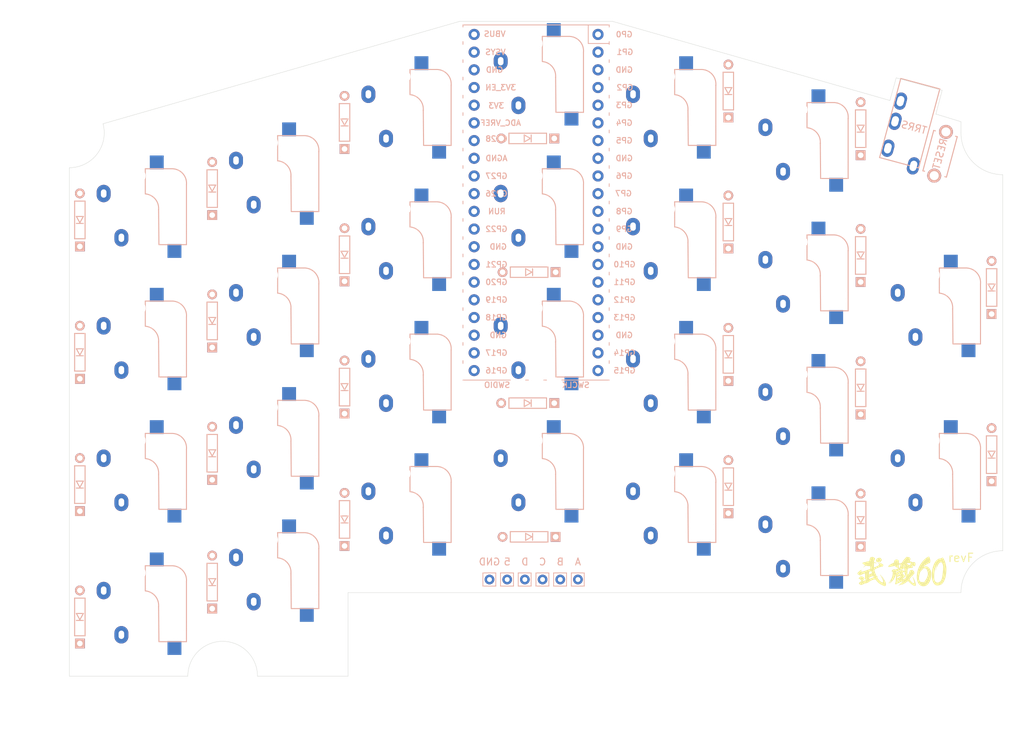
<source format=kicad_pcb>
(kicad_pcb (version 20171130) (host pcbnew 5.1.12)

  (general
    (thickness 1.6)
    (drawings 34)
    (tracks 0)
    (zones 0)
    (modules 62)
    (nets 84)
  )

  (page A4)
  (layers
    (0 F.Cu signal)
    (31 B.Cu signal)
    (32 B.Adhes user)
    (33 F.Adhes user)
    (34 B.Paste user)
    (35 F.Paste user)
    (36 B.SilkS user)
    (37 F.SilkS user)
    (38 B.Mask user)
    (39 F.Mask user)
    (40 Dwgs.User user)
    (41 Cmts.User user)
    (42 Eco1.User user)
    (43 Eco2.User user)
    (44 Edge.Cuts user)
    (45 Margin user)
    (46 B.CrtYd user)
    (47 F.CrtYd user)
    (48 B.Fab user)
    (49 F.Fab user)
  )

  (setup
    (last_trace_width 0.25)
    (trace_clearance 0.23)
    (zone_clearance 0.508)
    (zone_45_only no)
    (trace_min 0.2)
    (via_size 0.8)
    (via_drill 0.4)
    (via_min_size 0.4)
    (via_min_drill 0.3)
    (uvia_size 0.3)
    (uvia_drill 0.1)
    (uvias_allowed no)
    (uvia_min_size 0.2)
    (uvia_min_drill 0.1)
    (edge_width 0.05)
    (segment_width 0.2)
    (pcb_text_width 0.3)
    (pcb_text_size 1.5 1.5)
    (mod_edge_width 0.12)
    (mod_text_size 1 1)
    (mod_text_width 0.15)
    (pad_size 1.524 1.524)
    (pad_drill 0.762)
    (pad_to_mask_clearance 0)
    (aux_axis_origin 0 0)
    (grid_origin 80 112)
    (visible_elements FFFFFF7F)
    (pcbplotparams
      (layerselection 0x010fc_ffffffff)
      (usegerberextensions false)
      (usegerberattributes true)
      (usegerberadvancedattributes true)
      (creategerberjobfile true)
      (excludeedgelayer true)
      (linewidth 0.100000)
      (plotframeref false)
      (viasonmask false)
      (mode 1)
      (useauxorigin false)
      (hpglpennumber 1)
      (hpglpenspeed 20)
      (hpglpendiameter 15.000000)
      (psnegative false)
      (psa4output false)
      (plotreference true)
      (plotvalue true)
      (plotinvisibletext false)
      (padsonsilk false)
      (subtractmaskfromsilk false)
      (outputformat 1)
      (mirror false)
      (drillshape 1)
      (scaleselection 1)
      (outputdirectory ""))
  )

  (net 0 "")
  (net 1 row2)
  (net 2 "Net-(D_A2-Pad2)")
  (net 3 "Net-(D_A3-Pad2)")
  (net 4 row3)
  (net 5 "Net-(D_B1-Pad2)")
  (net 6 row1)
  (net 7 "Net-(D_B2-Pad2)")
  (net 8 "Net-(D_B3-Pad2)")
  (net 9 row4)
  (net 10 "Net-(D_B4-Pad2)")
  (net 11 "Net-(D_C1-Pad2)")
  (net 12 "Net-(D_C2-Pad2)")
  (net 13 "Net-(D_C3-Pad2)")
  (net 14 "Net-(D_C4-Pad2)")
  (net 15 "Net-(D_D1-Pad2)")
  (net 16 "Net-(D_D2-Pad2)")
  (net 17 "Net-(D_D3-Pad2)")
  (net 18 "Net-(D_D4-Pad2)")
  (net 19 "Net-(D_E1-Pad2)")
  (net 20 "Net-(D_E2-Pad2)")
  (net 21 "Net-(D_E3-Pad2)")
  (net 22 "Net-(D_E4-Pad2)")
  (net 23 "Net-(D_F1-Pad2)")
  (net 24 "Net-(D_F2-Pad2)")
  (net 25 "Net-(D_F3-Pad2)")
  (net 26 "Net-(D_F4-Pad2)")
  (net 27 "Net-(D_G1-Pad2)")
  (net 28 "Net-(D_G2-Pad2)")
  (net 29 "Net-(D_G3-Pad2)")
  (net 30 "Net-(D_G4-Pad2)")
  (net 31 row5)
  (net 32 colA)
  (net 33 colB)
  (net 34 colC)
  (net 35 colD)
  (net 36 data)
  (net 37 GND)
  (net 38 "Net-(J1-PadA)")
  (net 39 colE)
  (net 40 colF)
  (net 41 colG)
  (net 42 RUN)
  (net 43 "Net-(U1-Pad40)")
  (net 44 "Net-(U1-Pad37)")
  (net 45 "Net-(U1-Pad36)")
  (net 46 "Net-(U1-Pad35)")
  (net 47 "Net-(U1-Pad33)")
  (net 48 "Net-(U1-Pad32)")
  (net 49 "Net-(U1-Pad31)")
  (net 50 "Net-(U1-Pad20)")
  (net 51 "Net-(U1-Pad2)")
  (net 52 "Net-(U1-Pad12)")
  (net 53 "Net-(U1-Pad11)")
  (net 54 "Net-(U1-Pad10)")
  (net 55 "Net-(U1-Pad9)")
  (net 56 "Net-(SW_A2-Pad1)")
  (net 57 "Net-(SW_A3-Pad1)")
  (net 58 "Net-(SW_B1-Pad1)")
  (net 59 "Net-(SW_B2-Pad1)")
  (net 60 "Net-(SW_B3-Pad1)")
  (net 61 "Net-(SW_B4-Pad1)")
  (net 62 "Net-(SW_C1-Pad1)")
  (net 63 "Net-(SW_C2-Pad1)")
  (net 64 "Net-(SW_C3-Pad1)")
  (net 65 "Net-(SW_C4-Pad1)")
  (net 66 "Net-(SW_D1-Pad1)")
  (net 67 "Net-(SW_D2-Pad1)")
  (net 68 "Net-(SW_D3-Pad1)")
  (net 69 "Net-(SW_D4-Pad1)")
  (net 70 "Net-(SW_E1-Pad1)")
  (net 71 "Net-(SW_E2-Pad1)")
  (net 72 "Net-(SW_E3-Pad1)")
  (net 73 "Net-(SW_F1-Pad1)")
  (net 74 "Net-(SW_F2-Pad1)")
  (net 75 "Net-(SW_F3-Pad1)")
  (net 76 "Net-(SW_G1-Pad1)")
  (net 77 "Net-(SW_G2-Pad1)")
  (net 78 "Net-(SW_G3-Pad1)")
  (net 79 "Net-(U1-Pad1)")
  (net 80 hand)
  (net 81 scl)
  (net 82 sda)
  (net 83 "Net-(U1-Pad34)")

  (net_class Default "This is the default net class."
    (clearance 0.23)
    (trace_width 0.25)
    (via_dia 0.8)
    (via_drill 0.4)
    (uvia_dia 0.3)
    (uvia_drill 0.1)
    (add_net GND)
    (add_net "Net-(D_A2-Pad2)")
    (add_net "Net-(D_A3-Pad2)")
    (add_net "Net-(D_B1-Pad2)")
    (add_net "Net-(D_B2-Pad2)")
    (add_net "Net-(D_B3-Pad2)")
    (add_net "Net-(D_B4-Pad2)")
    (add_net "Net-(D_C1-Pad2)")
    (add_net "Net-(D_C2-Pad2)")
    (add_net "Net-(D_C3-Pad2)")
    (add_net "Net-(D_C4-Pad2)")
    (add_net "Net-(D_D1-Pad2)")
    (add_net "Net-(D_D2-Pad2)")
    (add_net "Net-(D_D3-Pad2)")
    (add_net "Net-(D_D4-Pad2)")
    (add_net "Net-(D_E1-Pad2)")
    (add_net "Net-(D_E2-Pad2)")
    (add_net "Net-(D_E3-Pad2)")
    (add_net "Net-(D_E4-Pad2)")
    (add_net "Net-(D_F1-Pad2)")
    (add_net "Net-(D_F2-Pad2)")
    (add_net "Net-(D_F3-Pad2)")
    (add_net "Net-(D_F4-Pad2)")
    (add_net "Net-(D_G1-Pad2)")
    (add_net "Net-(D_G2-Pad2)")
    (add_net "Net-(D_G3-Pad2)")
    (add_net "Net-(D_G4-Pad2)")
    (add_net "Net-(J1-PadA)")
    (add_net "Net-(SW_A2-Pad1)")
    (add_net "Net-(SW_A3-Pad1)")
    (add_net "Net-(SW_B1-Pad1)")
    (add_net "Net-(SW_B2-Pad1)")
    (add_net "Net-(SW_B3-Pad1)")
    (add_net "Net-(SW_B4-Pad1)")
    (add_net "Net-(SW_C1-Pad1)")
    (add_net "Net-(SW_C2-Pad1)")
    (add_net "Net-(SW_C3-Pad1)")
    (add_net "Net-(SW_C4-Pad1)")
    (add_net "Net-(SW_D1-Pad1)")
    (add_net "Net-(SW_D2-Pad1)")
    (add_net "Net-(SW_D3-Pad1)")
    (add_net "Net-(SW_D4-Pad1)")
    (add_net "Net-(SW_E1-Pad1)")
    (add_net "Net-(SW_E2-Pad1)")
    (add_net "Net-(SW_E3-Pad1)")
    (add_net "Net-(SW_F1-Pad1)")
    (add_net "Net-(SW_F2-Pad1)")
    (add_net "Net-(SW_F3-Pad1)")
    (add_net "Net-(SW_G1-Pad1)")
    (add_net "Net-(SW_G2-Pad1)")
    (add_net "Net-(SW_G3-Pad1)")
    (add_net "Net-(U1-Pad1)")
    (add_net "Net-(U1-Pad10)")
    (add_net "Net-(U1-Pad11)")
    (add_net "Net-(U1-Pad12)")
    (add_net "Net-(U1-Pad2)")
    (add_net "Net-(U1-Pad20)")
    (add_net "Net-(U1-Pad31)")
    (add_net "Net-(U1-Pad32)")
    (add_net "Net-(U1-Pad33)")
    (add_net "Net-(U1-Pad34)")
    (add_net "Net-(U1-Pad35)")
    (add_net "Net-(U1-Pad36)")
    (add_net "Net-(U1-Pad37)")
    (add_net "Net-(U1-Pad40)")
    (add_net "Net-(U1-Pad9)")
    (add_net RUN)
    (add_net colA)
    (add_net colB)
    (add_net colC)
    (add_net colD)
    (add_net colE)
    (add_net colF)
    (add_net colG)
    (add_net data)
    (add_net hand)
    (add_net row1)
    (add_net row2)
    (add_net row3)
    (add_net row4)
    (add_net row5)
    (add_net scl)
    (add_net sda)
  )

  (module local:CherryMX_Direct_Hotswap (layer F.Cu) (tedit 61A261AA) (tstamp 619FB516)
    (at 33 99.25 270)
    (path /5F6A8BBB)
    (fp_text reference SW_G4 (at 7.1 8.2 90) (layer F.SilkS) hide
      (effects (font (size 1 1) (thickness 0.15)))
    )
    (fp_text value SW_PUSH (at -4.8 8.3 90) (layer F.Fab) hide
      (effects (font (size 1 1) (thickness 0.15)))
    )
    (fp_line (start -6.1 -0.896) (end -2.49 -0.896) (layer B.SilkS) (width 0.15))
    (fp_line (start 4.8 -2.896) (end 4.8 -6.804) (layer B.SilkS) (width 0.15))
    (fp_line (start -6.1 -4.85) (end -6.1 -0.905) (layer B.SilkS) (width 0.15))
    (fp_line (start 4.8 -6.804) (end -3.825 -6.804) (layer B.SilkS) (width 0.15))
    (fp_line (start 4.8 -2.85) (end -0.25 -2.804) (layer B.SilkS) (width 0.15))
    (fp_line (start -9.5 -9.5) (end 9.5 -9.5) (layer Dwgs.User) (width 0.15))
    (fp_line (start 9.5 -9.5) (end 9.5 9.5) (layer Dwgs.User) (width 0.15))
    (fp_line (start 9.5 9.5) (end -9.5 9.5) (layer Dwgs.User) (width 0.15))
    (fp_line (start -9.5 9.5) (end -9.5 -9.5) (layer Dwgs.User) (width 0.15))
    (fp_line (start -7 -6) (end -7 -7) (layer Dwgs.User) (width 0.15))
    (fp_line (start 7 -7) (end 6 -7) (layer Dwgs.User) (width 0.15))
    (fp_line (start -7 6) (end -7 7) (layer Dwgs.User) (width 0.15))
    (fp_line (start 6 7) (end 7 7) (layer Dwgs.User) (width 0.15))
    (fp_line (start 7 7) (end 7 6) (layer Dwgs.User) (width 0.15))
    (fp_line (start -7 -7) (end -6 -7) (layer Dwgs.User) (width 0.15))
    (fp_line (start 7 -7) (end 7 -6) (layer Dwgs.User) (width 0.15))
    (fp_line (start -7 7) (end -6 7) (layer Dwgs.User) (width 0.15))
    (fp_arc (start -4.015 -4.73) (end -3.825 -6.804) (angle -90) (layer B.SilkS) (width 0.15))
    (fp_arc (start -0.415 -0.73) (end -0.225 -2.8) (angle -90) (layer B.SilkS) (width 0.15))
    (pad 2 thru_hole oval (at -2.54 5.08 90) (size 2.5 2) (drill oval 1.2 0.8) (layers *.Cu *.Mask)
      (net 30 "Net-(D_G4-Pad2)"))
    (pad 1 thru_hole oval (at 3.81 2.54 90) (size 2.5 2) (drill oval 1.2 0.8) (layers *.Cu *.Mask)
      (net 41 colG))
    (pad "" np_thru_hole circle (at 2.54 -5.08 270) (size 3 3) (drill 3) (layers *.Cu *.Mask))
    (pad "" np_thru_hole circle (at -3.81 -2.54 270) (size 3 3) (drill 3) (layers *.Cu *.Mask))
    (pad 1 smd rect (at 5.7 -5.08 90) (size 2 2) (layers B.Cu B.Paste B.Mask)
      (net 41 colG))
    (pad "" np_thru_hole circle (at -5.08 0 270) (size 1.9 1.9) (drill 1.9) (layers *.Cu *.Mask))
    (pad "" np_thru_hole circle (at 5.08 0 270) (size 1.9 1.9) (drill 1.9) (layers *.Cu *.Mask))
    (pad "" np_thru_hole circle (at 0 0) (size 4.1 4.1) (drill 4.1) (layers *.Cu *.Mask))
    (pad 2 smd rect (at -7 -2.54 90) (size 2 2) (layers B.Cu B.Paste B.Mask)
      (net 30 "Net-(D_G4-Pad2)"))
    (model /Users/foostan/src/github.com/foostan/kbd/kicad-packages3D/kbd.3dshapes/Kailh-CherryMX-Socket.step
      (offset (xyz -1.3 7.6 -3.6))
      (scale (xyz 1 1 1))
      (rotate (xyz 0 0 180))
    )
  )

  (module local:CherryMX_Direct_Hotswap (layer F.Cu) (tedit 61A261AA) (tstamp 61A01447)
    (at 33 80.25 270)
    (path /60A786E9)
    (fp_text reference SW_G3 (at 7.1 8.2 90) (layer F.SilkS) hide
      (effects (font (size 1 1) (thickness 0.15)))
    )
    (fp_text value SW_PUSH (at -4.8 8.3 90) (layer F.Fab) hide
      (effects (font (size 1 1) (thickness 0.15)))
    )
    (fp_line (start -6.1 -0.896) (end -2.49 -0.896) (layer B.SilkS) (width 0.15))
    (fp_line (start 4.8 -2.896) (end 4.8 -6.804) (layer B.SilkS) (width 0.15))
    (fp_line (start -6.1 -4.85) (end -6.1 -0.905) (layer B.SilkS) (width 0.15))
    (fp_line (start 4.8 -6.804) (end -3.825 -6.804) (layer B.SilkS) (width 0.15))
    (fp_line (start 4.8 -2.85) (end -0.25 -2.804) (layer B.SilkS) (width 0.15))
    (fp_line (start -9.5 -9.5) (end 9.5 -9.5) (layer Dwgs.User) (width 0.15))
    (fp_line (start 9.5 -9.5) (end 9.5 9.5) (layer Dwgs.User) (width 0.15))
    (fp_line (start 9.5 9.5) (end -9.5 9.5) (layer Dwgs.User) (width 0.15))
    (fp_line (start -9.5 9.5) (end -9.5 -9.5) (layer Dwgs.User) (width 0.15))
    (fp_line (start -7 -6) (end -7 -7) (layer Dwgs.User) (width 0.15))
    (fp_line (start 7 -7) (end 6 -7) (layer Dwgs.User) (width 0.15))
    (fp_line (start -7 6) (end -7 7) (layer Dwgs.User) (width 0.15))
    (fp_line (start 6 7) (end 7 7) (layer Dwgs.User) (width 0.15))
    (fp_line (start 7 7) (end 7 6) (layer Dwgs.User) (width 0.15))
    (fp_line (start -7 -7) (end -6 -7) (layer Dwgs.User) (width 0.15))
    (fp_line (start 7 -7) (end 7 -6) (layer Dwgs.User) (width 0.15))
    (fp_line (start -7 7) (end -6 7) (layer Dwgs.User) (width 0.15))
    (fp_arc (start -4.015 -4.73) (end -3.825 -6.804) (angle -90) (layer B.SilkS) (width 0.15))
    (fp_arc (start -0.415 -0.73) (end -0.225 -2.8) (angle -90) (layer B.SilkS) (width 0.15))
    (pad 2 thru_hole oval (at -2.54 5.08 90) (size 2.5 2) (drill oval 1.2 0.8) (layers *.Cu *.Mask)
      (net 29 "Net-(D_G3-Pad2)"))
    (pad 1 thru_hole oval (at 3.81 2.54 90) (size 2.5 2) (drill oval 1.2 0.8) (layers *.Cu *.Mask)
      (net 78 "Net-(SW_G3-Pad1)"))
    (pad "" np_thru_hole circle (at 2.54 -5.08 270) (size 3 3) (drill 3) (layers *.Cu *.Mask))
    (pad "" np_thru_hole circle (at -3.81 -2.54 270) (size 3 3) (drill 3) (layers *.Cu *.Mask))
    (pad 1 smd rect (at 5.7 -5.08 90) (size 2 2) (layers B.Cu B.Paste B.Mask)
      (net 78 "Net-(SW_G3-Pad1)"))
    (pad "" np_thru_hole circle (at -5.08 0 270) (size 1.9 1.9) (drill 1.9) (layers *.Cu *.Mask))
    (pad "" np_thru_hole circle (at 5.08 0 270) (size 1.9 1.9) (drill 1.9) (layers *.Cu *.Mask))
    (pad "" np_thru_hole circle (at 0 0) (size 4.1 4.1) (drill 4.1) (layers *.Cu *.Mask))
    (pad 2 smd rect (at -7 -2.54 90) (size 2 2) (layers B.Cu B.Paste B.Mask)
      (net 29 "Net-(D_G3-Pad2)"))
    (model /Users/foostan/src/github.com/foostan/kbd/kicad-packages3D/kbd.3dshapes/Kailh-CherryMX-Socket.step
      (offset (xyz -1.3 7.6 -3.6))
      (scale (xyz 1 1 1))
      (rotate (xyz 0 0 180))
    )
  )

  (module local:CherryMX_Direct_Hotswap (layer F.Cu) (tedit 61A261AA) (tstamp 61A01447)
    (at 33 61.25 270)
    (path /60A7871B)
    (fp_text reference SW_G2 (at 7.1 8.2 90) (layer F.SilkS) hide
      (effects (font (size 1 1) (thickness 0.15)))
    )
    (fp_text value SW_PUSH (at -4.8 8.3 90) (layer F.Fab) hide
      (effects (font (size 1 1) (thickness 0.15)))
    )
    (fp_line (start -6.1 -0.896) (end -2.49 -0.896) (layer B.SilkS) (width 0.15))
    (fp_line (start 4.8 -2.896) (end 4.8 -6.804) (layer B.SilkS) (width 0.15))
    (fp_line (start -6.1 -4.85) (end -6.1 -0.905) (layer B.SilkS) (width 0.15))
    (fp_line (start 4.8 -6.804) (end -3.825 -6.804) (layer B.SilkS) (width 0.15))
    (fp_line (start 4.8 -2.85) (end -0.25 -2.804) (layer B.SilkS) (width 0.15))
    (fp_line (start -9.5 -9.5) (end 9.5 -9.5) (layer Dwgs.User) (width 0.15))
    (fp_line (start 9.5 -9.5) (end 9.5 9.5) (layer Dwgs.User) (width 0.15))
    (fp_line (start 9.5 9.5) (end -9.5 9.5) (layer Dwgs.User) (width 0.15))
    (fp_line (start -9.5 9.5) (end -9.5 -9.5) (layer Dwgs.User) (width 0.15))
    (fp_line (start -7 -6) (end -7 -7) (layer Dwgs.User) (width 0.15))
    (fp_line (start 7 -7) (end 6 -7) (layer Dwgs.User) (width 0.15))
    (fp_line (start -7 6) (end -7 7) (layer Dwgs.User) (width 0.15))
    (fp_line (start 6 7) (end 7 7) (layer Dwgs.User) (width 0.15))
    (fp_line (start 7 7) (end 7 6) (layer Dwgs.User) (width 0.15))
    (fp_line (start -7 -7) (end -6 -7) (layer Dwgs.User) (width 0.15))
    (fp_line (start 7 -7) (end 7 -6) (layer Dwgs.User) (width 0.15))
    (fp_line (start -7 7) (end -6 7) (layer Dwgs.User) (width 0.15))
    (fp_arc (start -4.015 -4.73) (end -3.825 -6.804) (angle -90) (layer B.SilkS) (width 0.15))
    (fp_arc (start -0.415 -0.73) (end -0.225 -2.8) (angle -90) (layer B.SilkS) (width 0.15))
    (pad 2 thru_hole oval (at -2.54 5.08 90) (size 2.5 2) (drill oval 1.2 0.8) (layers *.Cu *.Mask)
      (net 28 "Net-(D_G2-Pad2)"))
    (pad 1 thru_hole oval (at 3.81 2.54 90) (size 2.5 2) (drill oval 1.2 0.8) (layers *.Cu *.Mask)
      (net 77 "Net-(SW_G2-Pad1)"))
    (pad "" np_thru_hole circle (at 2.54 -5.08 270) (size 3 3) (drill 3) (layers *.Cu *.Mask))
    (pad "" np_thru_hole circle (at -3.81 -2.54 270) (size 3 3) (drill 3) (layers *.Cu *.Mask))
    (pad 1 smd rect (at 5.7 -5.08 90) (size 2 2) (layers B.Cu B.Paste B.Mask)
      (net 77 "Net-(SW_G2-Pad1)"))
    (pad "" np_thru_hole circle (at -5.08 0 270) (size 1.9 1.9) (drill 1.9) (layers *.Cu *.Mask))
    (pad "" np_thru_hole circle (at 5.08 0 270) (size 1.9 1.9) (drill 1.9) (layers *.Cu *.Mask))
    (pad "" np_thru_hole circle (at 0 0) (size 4.1 4.1) (drill 4.1) (layers *.Cu *.Mask))
    (pad 2 smd rect (at -7 -2.54 90) (size 2 2) (layers B.Cu B.Paste B.Mask)
      (net 28 "Net-(D_G2-Pad2)"))
    (model /Users/foostan/src/github.com/foostan/kbd/kicad-packages3D/kbd.3dshapes/Kailh-CherryMX-Socket.step
      (offset (xyz -1.3 7.6 -3.6))
      (scale (xyz 1 1 1))
      (rotate (xyz 0 0 180))
    )
  )

  (module local:CherryMX_Direct_Hotswap (layer F.Cu) (tedit 61A261AA) (tstamp 61A01447)
    (at 33 42.25 270)
    (path /60DF9883)
    (fp_text reference SW_G1 (at 7.1 8.2 90) (layer F.SilkS) hide
      (effects (font (size 1 1) (thickness 0.15)))
    )
    (fp_text value SW_PUSH (at -4.8 8.3 90) (layer F.Fab) hide
      (effects (font (size 1 1) (thickness 0.15)))
    )
    (fp_line (start -6.1 -0.896) (end -2.49 -0.896) (layer B.SilkS) (width 0.15))
    (fp_line (start 4.8 -2.896) (end 4.8 -6.804) (layer B.SilkS) (width 0.15))
    (fp_line (start -6.1 -4.85) (end -6.1 -0.905) (layer B.SilkS) (width 0.15))
    (fp_line (start 4.8 -6.804) (end -3.825 -6.804) (layer B.SilkS) (width 0.15))
    (fp_line (start 4.8 -2.85) (end -0.25 -2.804) (layer B.SilkS) (width 0.15))
    (fp_line (start -9.5 -9.5) (end 9.5 -9.5) (layer Dwgs.User) (width 0.15))
    (fp_line (start 9.5 -9.5) (end 9.5 9.5) (layer Dwgs.User) (width 0.15))
    (fp_line (start 9.5 9.5) (end -9.5 9.5) (layer Dwgs.User) (width 0.15))
    (fp_line (start -9.5 9.5) (end -9.5 -9.5) (layer Dwgs.User) (width 0.15))
    (fp_line (start -7 -6) (end -7 -7) (layer Dwgs.User) (width 0.15))
    (fp_line (start 7 -7) (end 6 -7) (layer Dwgs.User) (width 0.15))
    (fp_line (start -7 6) (end -7 7) (layer Dwgs.User) (width 0.15))
    (fp_line (start 6 7) (end 7 7) (layer Dwgs.User) (width 0.15))
    (fp_line (start 7 7) (end 7 6) (layer Dwgs.User) (width 0.15))
    (fp_line (start -7 -7) (end -6 -7) (layer Dwgs.User) (width 0.15))
    (fp_line (start 7 -7) (end 7 -6) (layer Dwgs.User) (width 0.15))
    (fp_line (start -7 7) (end -6 7) (layer Dwgs.User) (width 0.15))
    (fp_arc (start -4.015 -4.73) (end -3.825 -6.804) (angle -90) (layer B.SilkS) (width 0.15))
    (fp_arc (start -0.415 -0.73) (end -0.225 -2.8) (angle -90) (layer B.SilkS) (width 0.15))
    (pad 2 thru_hole oval (at -2.54 5.08 90) (size 2.5 2) (drill oval 1.2 0.8) (layers *.Cu *.Mask)
      (net 27 "Net-(D_G1-Pad2)"))
    (pad 1 thru_hole oval (at 3.81 2.54 90) (size 2.5 2) (drill oval 1.2 0.8) (layers *.Cu *.Mask)
      (net 76 "Net-(SW_G1-Pad1)"))
    (pad "" np_thru_hole circle (at 2.54 -5.08 270) (size 3 3) (drill 3) (layers *.Cu *.Mask))
    (pad "" np_thru_hole circle (at -3.81 -2.54 270) (size 3 3) (drill 3) (layers *.Cu *.Mask))
    (pad 1 smd rect (at 5.7 -5.08 90) (size 2 2) (layers B.Cu B.Paste B.Mask)
      (net 76 "Net-(SW_G1-Pad1)"))
    (pad "" np_thru_hole circle (at -5.08 0 270) (size 1.9 1.9) (drill 1.9) (layers *.Cu *.Mask))
    (pad "" np_thru_hole circle (at 5.08 0 270) (size 1.9 1.9) (drill 1.9) (layers *.Cu *.Mask))
    (pad "" np_thru_hole circle (at 0 0) (size 4.1 4.1) (drill 4.1) (layers *.Cu *.Mask))
    (pad 2 smd rect (at -7 -2.54 90) (size 2 2) (layers B.Cu B.Paste B.Mask)
      (net 27 "Net-(D_G1-Pad2)"))
    (model /Users/foostan/src/github.com/foostan/kbd/kicad-packages3D/kbd.3dshapes/Kailh-CherryMX-Socket.step
      (offset (xyz -1.3 7.6 -3.6))
      (scale (xyz 1 1 1))
      (rotate (xyz 0 0 180))
    )
  )

  (module local:CherryMX_Direct_Hotswap (layer F.Cu) (tedit 61A261AA) (tstamp 619FB55B)
    (at 52 94.5 270)
    (path /5F83F18C)
    (fp_text reference SW_F4 (at 7.1 8.2 90) (layer F.SilkS) hide
      (effects (font (size 1 1) (thickness 0.15)))
    )
    (fp_text value SW_PUSH (at -4.8 8.3 90) (layer F.Fab) hide
      (effects (font (size 1 1) (thickness 0.15)))
    )
    (fp_line (start -6.1 -0.896) (end -2.49 -0.896) (layer B.SilkS) (width 0.15))
    (fp_line (start 4.8 -2.896) (end 4.8 -6.804) (layer B.SilkS) (width 0.15))
    (fp_line (start -6.1 -4.85) (end -6.1 -0.905) (layer B.SilkS) (width 0.15))
    (fp_line (start 4.8 -6.804) (end -3.825 -6.804) (layer B.SilkS) (width 0.15))
    (fp_line (start 4.8 -2.85) (end -0.25 -2.804) (layer B.SilkS) (width 0.15))
    (fp_line (start -9.5 -9.5) (end 9.5 -9.5) (layer Dwgs.User) (width 0.15))
    (fp_line (start 9.5 -9.5) (end 9.5 9.5) (layer Dwgs.User) (width 0.15))
    (fp_line (start 9.5 9.5) (end -9.5 9.5) (layer Dwgs.User) (width 0.15))
    (fp_line (start -9.5 9.5) (end -9.5 -9.5) (layer Dwgs.User) (width 0.15))
    (fp_line (start -7 -6) (end -7 -7) (layer Dwgs.User) (width 0.15))
    (fp_line (start 7 -7) (end 6 -7) (layer Dwgs.User) (width 0.15))
    (fp_line (start -7 6) (end -7 7) (layer Dwgs.User) (width 0.15))
    (fp_line (start 6 7) (end 7 7) (layer Dwgs.User) (width 0.15))
    (fp_line (start 7 7) (end 7 6) (layer Dwgs.User) (width 0.15))
    (fp_line (start -7 -7) (end -6 -7) (layer Dwgs.User) (width 0.15))
    (fp_line (start 7 -7) (end 7 -6) (layer Dwgs.User) (width 0.15))
    (fp_line (start -7 7) (end -6 7) (layer Dwgs.User) (width 0.15))
    (fp_arc (start -4.015 -4.73) (end -3.825 -6.804) (angle -90) (layer B.SilkS) (width 0.15))
    (fp_arc (start -0.415 -0.73) (end -0.225 -2.8) (angle -90) (layer B.SilkS) (width 0.15))
    (pad 2 thru_hole oval (at -2.54 5.08 90) (size 2.5 2) (drill oval 1.2 0.8) (layers *.Cu *.Mask)
      (net 26 "Net-(D_F4-Pad2)"))
    (pad 1 thru_hole oval (at 3.81 2.54 90) (size 2.5 2) (drill oval 1.2 0.8) (layers *.Cu *.Mask)
      (net 40 colF))
    (pad "" np_thru_hole circle (at 2.54 -5.08 270) (size 3 3) (drill 3) (layers *.Cu *.Mask))
    (pad "" np_thru_hole circle (at -3.81 -2.54 270) (size 3 3) (drill 3) (layers *.Cu *.Mask))
    (pad 1 smd rect (at 5.7 -5.08 90) (size 2 2) (layers B.Cu B.Paste B.Mask)
      (net 40 colF))
    (pad "" np_thru_hole circle (at -5.08 0 270) (size 1.9 1.9) (drill 1.9) (layers *.Cu *.Mask))
    (pad "" np_thru_hole circle (at 5.08 0 270) (size 1.9 1.9) (drill 1.9) (layers *.Cu *.Mask))
    (pad "" np_thru_hole circle (at 0 0) (size 4.1 4.1) (drill 4.1) (layers *.Cu *.Mask))
    (pad 2 smd rect (at -7 -2.54 90) (size 2 2) (layers B.Cu B.Paste B.Mask)
      (net 26 "Net-(D_F4-Pad2)"))
    (model /Users/foostan/src/github.com/foostan/kbd/kicad-packages3D/kbd.3dshapes/Kailh-CherryMX-Socket.step
      (offset (xyz -1.3 7.6 -3.6))
      (scale (xyz 1 1 1))
      (rotate (xyz 0 0 180))
    )
  )

  (module local:CherryMX_Direct_Hotswap (layer F.Cu) (tedit 61A261AA) (tstamp 61A01447)
    (at 52 75.5 270)
    (path /5F83F174)
    (fp_text reference SW_F3 (at 7.1 8.2 90) (layer F.SilkS) hide
      (effects (font (size 1 1) (thickness 0.15)))
    )
    (fp_text value SW_PUSH (at -4.8 8.3 90) (layer F.Fab) hide
      (effects (font (size 1 1) (thickness 0.15)))
    )
    (fp_line (start -6.1 -0.896) (end -2.49 -0.896) (layer B.SilkS) (width 0.15))
    (fp_line (start 4.8 -2.896) (end 4.8 -6.804) (layer B.SilkS) (width 0.15))
    (fp_line (start -6.1 -4.85) (end -6.1 -0.905) (layer B.SilkS) (width 0.15))
    (fp_line (start 4.8 -6.804) (end -3.825 -6.804) (layer B.SilkS) (width 0.15))
    (fp_line (start 4.8 -2.85) (end -0.25 -2.804) (layer B.SilkS) (width 0.15))
    (fp_line (start -9.5 -9.5) (end 9.5 -9.5) (layer Dwgs.User) (width 0.15))
    (fp_line (start 9.5 -9.5) (end 9.5 9.5) (layer Dwgs.User) (width 0.15))
    (fp_line (start 9.5 9.5) (end -9.5 9.5) (layer Dwgs.User) (width 0.15))
    (fp_line (start -9.5 9.5) (end -9.5 -9.5) (layer Dwgs.User) (width 0.15))
    (fp_line (start -7 -6) (end -7 -7) (layer Dwgs.User) (width 0.15))
    (fp_line (start 7 -7) (end 6 -7) (layer Dwgs.User) (width 0.15))
    (fp_line (start -7 6) (end -7 7) (layer Dwgs.User) (width 0.15))
    (fp_line (start 6 7) (end 7 7) (layer Dwgs.User) (width 0.15))
    (fp_line (start 7 7) (end 7 6) (layer Dwgs.User) (width 0.15))
    (fp_line (start -7 -7) (end -6 -7) (layer Dwgs.User) (width 0.15))
    (fp_line (start 7 -7) (end 7 -6) (layer Dwgs.User) (width 0.15))
    (fp_line (start -7 7) (end -6 7) (layer Dwgs.User) (width 0.15))
    (fp_arc (start -4.015 -4.73) (end -3.825 -6.804) (angle -90) (layer B.SilkS) (width 0.15))
    (fp_arc (start -0.415 -0.73) (end -0.225 -2.8) (angle -90) (layer B.SilkS) (width 0.15))
    (pad 2 thru_hole oval (at -2.54 5.08 90) (size 2.5 2) (drill oval 1.2 0.8) (layers *.Cu *.Mask)
      (net 25 "Net-(D_F3-Pad2)"))
    (pad 1 thru_hole oval (at 3.81 2.54 90) (size 2.5 2) (drill oval 1.2 0.8) (layers *.Cu *.Mask)
      (net 75 "Net-(SW_F3-Pad1)"))
    (pad "" np_thru_hole circle (at 2.54 -5.08 270) (size 3 3) (drill 3) (layers *.Cu *.Mask))
    (pad "" np_thru_hole circle (at -3.81 -2.54 270) (size 3 3) (drill 3) (layers *.Cu *.Mask))
    (pad 1 smd rect (at 5.7 -5.08 90) (size 2 2) (layers B.Cu B.Paste B.Mask)
      (net 75 "Net-(SW_F3-Pad1)"))
    (pad "" np_thru_hole circle (at -5.08 0 270) (size 1.9 1.9) (drill 1.9) (layers *.Cu *.Mask))
    (pad "" np_thru_hole circle (at 5.08 0 270) (size 1.9 1.9) (drill 1.9) (layers *.Cu *.Mask))
    (pad "" np_thru_hole circle (at 0 0) (size 4.1 4.1) (drill 4.1) (layers *.Cu *.Mask))
    (pad 2 smd rect (at -7 -2.54 90) (size 2 2) (layers B.Cu B.Paste B.Mask)
      (net 25 "Net-(D_F3-Pad2)"))
    (model /Users/foostan/src/github.com/foostan/kbd/kicad-packages3D/kbd.3dshapes/Kailh-CherryMX-Socket.step
      (offset (xyz -1.3 7.6 -3.6))
      (scale (xyz 1 1 1))
      (rotate (xyz 0 0 180))
    )
  )

  (module local:CherryMX_Direct_Hotswap (layer F.Cu) (tedit 61A261AA) (tstamp 61A01447)
    (at 52 56.5 270)
    (path /5F747684)
    (fp_text reference SW_F2 (at 7.1 8.2 90) (layer F.SilkS) hide
      (effects (font (size 1 1) (thickness 0.15)))
    )
    (fp_text value SW_PUSH (at -4.8 8.3 90) (layer F.Fab) hide
      (effects (font (size 1 1) (thickness 0.15)))
    )
    (fp_line (start -6.1 -0.896) (end -2.49 -0.896) (layer B.SilkS) (width 0.15))
    (fp_line (start 4.8 -2.896) (end 4.8 -6.804) (layer B.SilkS) (width 0.15))
    (fp_line (start -6.1 -4.85) (end -6.1 -0.905) (layer B.SilkS) (width 0.15))
    (fp_line (start 4.8 -6.804) (end -3.825 -6.804) (layer B.SilkS) (width 0.15))
    (fp_line (start 4.8 -2.85) (end -0.25 -2.804) (layer B.SilkS) (width 0.15))
    (fp_line (start -9.5 -9.5) (end 9.5 -9.5) (layer Dwgs.User) (width 0.15))
    (fp_line (start 9.5 -9.5) (end 9.5 9.5) (layer Dwgs.User) (width 0.15))
    (fp_line (start 9.5 9.5) (end -9.5 9.5) (layer Dwgs.User) (width 0.15))
    (fp_line (start -9.5 9.5) (end -9.5 -9.5) (layer Dwgs.User) (width 0.15))
    (fp_line (start -7 -6) (end -7 -7) (layer Dwgs.User) (width 0.15))
    (fp_line (start 7 -7) (end 6 -7) (layer Dwgs.User) (width 0.15))
    (fp_line (start -7 6) (end -7 7) (layer Dwgs.User) (width 0.15))
    (fp_line (start 6 7) (end 7 7) (layer Dwgs.User) (width 0.15))
    (fp_line (start 7 7) (end 7 6) (layer Dwgs.User) (width 0.15))
    (fp_line (start -7 -7) (end -6 -7) (layer Dwgs.User) (width 0.15))
    (fp_line (start 7 -7) (end 7 -6) (layer Dwgs.User) (width 0.15))
    (fp_line (start -7 7) (end -6 7) (layer Dwgs.User) (width 0.15))
    (fp_arc (start -4.015 -4.73) (end -3.825 -6.804) (angle -90) (layer B.SilkS) (width 0.15))
    (fp_arc (start -0.415 -0.73) (end -0.225 -2.8) (angle -90) (layer B.SilkS) (width 0.15))
    (pad 2 thru_hole oval (at -2.54 5.08 90) (size 2.5 2) (drill oval 1.2 0.8) (layers *.Cu *.Mask)
      (net 24 "Net-(D_F2-Pad2)"))
    (pad 1 thru_hole oval (at 3.81 2.54 90) (size 2.5 2) (drill oval 1.2 0.8) (layers *.Cu *.Mask)
      (net 74 "Net-(SW_F2-Pad1)"))
    (pad "" np_thru_hole circle (at 2.54 -5.08 270) (size 3 3) (drill 3) (layers *.Cu *.Mask))
    (pad "" np_thru_hole circle (at -3.81 -2.54 270) (size 3 3) (drill 3) (layers *.Cu *.Mask))
    (pad 1 smd rect (at 5.7 -5.08 90) (size 2 2) (layers B.Cu B.Paste B.Mask)
      (net 74 "Net-(SW_F2-Pad1)"))
    (pad "" np_thru_hole circle (at -5.08 0 270) (size 1.9 1.9) (drill 1.9) (layers *.Cu *.Mask))
    (pad "" np_thru_hole circle (at 5.08 0 270) (size 1.9 1.9) (drill 1.9) (layers *.Cu *.Mask))
    (pad "" np_thru_hole circle (at 0 0) (size 4.1 4.1) (drill 4.1) (layers *.Cu *.Mask))
    (pad 2 smd rect (at -7 -2.54 90) (size 2 2) (layers B.Cu B.Paste B.Mask)
      (net 24 "Net-(D_F2-Pad2)"))
    (model /Users/foostan/src/github.com/foostan/kbd/kicad-packages3D/kbd.3dshapes/Kailh-CherryMX-Socket.step
      (offset (xyz -1.3 7.6 -3.6))
      (scale (xyz 1 1 1))
      (rotate (xyz 0 0 180))
    )
  )

  (module local:CherryMX_Direct_Hotswap (layer F.Cu) (tedit 61A261AA) (tstamp 61A01447)
    (at 52 37.5 270)
    (path /5F6AA817)
    (fp_text reference SW_F1 (at 7.1 8.2 90) (layer F.SilkS) hide
      (effects (font (size 1 1) (thickness 0.15)))
    )
    (fp_text value SW_PUSH (at -4.8 8.3 90) (layer F.Fab) hide
      (effects (font (size 1 1) (thickness 0.15)))
    )
    (fp_line (start -6.1 -0.896) (end -2.49 -0.896) (layer B.SilkS) (width 0.15))
    (fp_line (start 4.8 -2.896) (end 4.8 -6.804) (layer B.SilkS) (width 0.15))
    (fp_line (start -6.1 -4.85) (end -6.1 -0.905) (layer B.SilkS) (width 0.15))
    (fp_line (start 4.8 -6.804) (end -3.825 -6.804) (layer B.SilkS) (width 0.15))
    (fp_line (start 4.8 -2.85) (end -0.25 -2.804) (layer B.SilkS) (width 0.15))
    (fp_line (start -9.5 -9.5) (end 9.5 -9.5) (layer Dwgs.User) (width 0.15))
    (fp_line (start 9.5 -9.5) (end 9.5 9.5) (layer Dwgs.User) (width 0.15))
    (fp_line (start 9.5 9.5) (end -9.5 9.5) (layer Dwgs.User) (width 0.15))
    (fp_line (start -9.5 9.5) (end -9.5 -9.5) (layer Dwgs.User) (width 0.15))
    (fp_line (start -7 -6) (end -7 -7) (layer Dwgs.User) (width 0.15))
    (fp_line (start 7 -7) (end 6 -7) (layer Dwgs.User) (width 0.15))
    (fp_line (start -7 6) (end -7 7) (layer Dwgs.User) (width 0.15))
    (fp_line (start 6 7) (end 7 7) (layer Dwgs.User) (width 0.15))
    (fp_line (start 7 7) (end 7 6) (layer Dwgs.User) (width 0.15))
    (fp_line (start -7 -7) (end -6 -7) (layer Dwgs.User) (width 0.15))
    (fp_line (start 7 -7) (end 7 -6) (layer Dwgs.User) (width 0.15))
    (fp_line (start -7 7) (end -6 7) (layer Dwgs.User) (width 0.15))
    (fp_arc (start -4.015 -4.73) (end -3.825 -6.804) (angle -90) (layer B.SilkS) (width 0.15))
    (fp_arc (start -0.415 -0.73) (end -0.225 -2.8) (angle -90) (layer B.SilkS) (width 0.15))
    (pad 2 thru_hole oval (at -2.54 5.08 90) (size 2.5 2) (drill oval 1.2 0.8) (layers *.Cu *.Mask)
      (net 23 "Net-(D_F1-Pad2)"))
    (pad 1 thru_hole oval (at 3.81 2.54 90) (size 2.5 2) (drill oval 1.2 0.8) (layers *.Cu *.Mask)
      (net 73 "Net-(SW_F1-Pad1)"))
    (pad "" np_thru_hole circle (at 2.54 -5.08 270) (size 3 3) (drill 3) (layers *.Cu *.Mask))
    (pad "" np_thru_hole circle (at -3.81 -2.54 270) (size 3 3) (drill 3) (layers *.Cu *.Mask))
    (pad 1 smd rect (at 5.7 -5.08 90) (size 2 2) (layers B.Cu B.Paste B.Mask)
      (net 73 "Net-(SW_F1-Pad1)"))
    (pad "" np_thru_hole circle (at -5.08 0 270) (size 1.9 1.9) (drill 1.9) (layers *.Cu *.Mask))
    (pad "" np_thru_hole circle (at 5.08 0 270) (size 1.9 1.9) (drill 1.9) (layers *.Cu *.Mask))
    (pad "" np_thru_hole circle (at 0 0) (size 4.1 4.1) (drill 4.1) (layers *.Cu *.Mask))
    (pad 2 smd rect (at -7 -2.54 90) (size 2 2) (layers B.Cu B.Paste B.Mask)
      (net 23 "Net-(D_F1-Pad2)"))
    (model /Users/foostan/src/github.com/foostan/kbd/kicad-packages3D/kbd.3dshapes/Kailh-CherryMX-Socket.step
      (offset (xyz -1.3 7.6 -3.6))
      (scale (xyz 1 1 1))
      (rotate (xyz 0 0 180))
    )
  )

  (module local:CherryMX_Direct_Hotswap (layer F.Cu) (tedit 61A261AA) (tstamp 619FB55B)
    (at 71 85 270)
    (path /5F83B1FB)
    (fp_text reference SW_E4 (at 7.1 8.2 90) (layer F.SilkS) hide
      (effects (font (size 1 1) (thickness 0.15)))
    )
    (fp_text value SW_PUSH (at -4.8 8.3 90) (layer F.Fab) hide
      (effects (font (size 1 1) (thickness 0.15)))
    )
    (fp_line (start -6.1 -0.896) (end -2.49 -0.896) (layer B.SilkS) (width 0.15))
    (fp_line (start 4.8 -2.896) (end 4.8 -6.804) (layer B.SilkS) (width 0.15))
    (fp_line (start -6.1 -4.85) (end -6.1 -0.905) (layer B.SilkS) (width 0.15))
    (fp_line (start 4.8 -6.804) (end -3.825 -6.804) (layer B.SilkS) (width 0.15))
    (fp_line (start 4.8 -2.85) (end -0.25 -2.804) (layer B.SilkS) (width 0.15))
    (fp_line (start -9.5 -9.5) (end 9.5 -9.5) (layer Dwgs.User) (width 0.15))
    (fp_line (start 9.5 -9.5) (end 9.5 9.5) (layer Dwgs.User) (width 0.15))
    (fp_line (start 9.5 9.5) (end -9.5 9.5) (layer Dwgs.User) (width 0.15))
    (fp_line (start -9.5 9.5) (end -9.5 -9.5) (layer Dwgs.User) (width 0.15))
    (fp_line (start -7 -6) (end -7 -7) (layer Dwgs.User) (width 0.15))
    (fp_line (start 7 -7) (end 6 -7) (layer Dwgs.User) (width 0.15))
    (fp_line (start -7 6) (end -7 7) (layer Dwgs.User) (width 0.15))
    (fp_line (start 6 7) (end 7 7) (layer Dwgs.User) (width 0.15))
    (fp_line (start 7 7) (end 7 6) (layer Dwgs.User) (width 0.15))
    (fp_line (start -7 -7) (end -6 -7) (layer Dwgs.User) (width 0.15))
    (fp_line (start 7 -7) (end 7 -6) (layer Dwgs.User) (width 0.15))
    (fp_line (start -7 7) (end -6 7) (layer Dwgs.User) (width 0.15))
    (fp_arc (start -4.015 -4.73) (end -3.825 -6.804) (angle -90) (layer B.SilkS) (width 0.15))
    (fp_arc (start -0.415 -0.73) (end -0.225 -2.8) (angle -90) (layer B.SilkS) (width 0.15))
    (pad 2 thru_hole oval (at -2.54 5.08 90) (size 2.5 2) (drill oval 1.2 0.8) (layers *.Cu *.Mask)
      (net 22 "Net-(D_E4-Pad2)"))
    (pad 1 thru_hole oval (at 3.81 2.54 90) (size 2.5 2) (drill oval 1.2 0.8) (layers *.Cu *.Mask)
      (net 39 colE))
    (pad "" np_thru_hole circle (at 2.54 -5.08 270) (size 3 3) (drill 3) (layers *.Cu *.Mask))
    (pad "" np_thru_hole circle (at -3.81 -2.54 270) (size 3 3) (drill 3) (layers *.Cu *.Mask))
    (pad 1 smd rect (at 5.7 -5.08 90) (size 2 2) (layers B.Cu B.Paste B.Mask)
      (net 39 colE))
    (pad "" np_thru_hole circle (at -5.08 0 270) (size 1.9 1.9) (drill 1.9) (layers *.Cu *.Mask))
    (pad "" np_thru_hole circle (at 5.08 0 270) (size 1.9 1.9) (drill 1.9) (layers *.Cu *.Mask))
    (pad "" np_thru_hole circle (at 0 0) (size 4.1 4.1) (drill 4.1) (layers *.Cu *.Mask))
    (pad 2 smd rect (at -7 -2.54 90) (size 2 2) (layers B.Cu B.Paste B.Mask)
      (net 22 "Net-(D_E4-Pad2)"))
    (model /Users/foostan/src/github.com/foostan/kbd/kicad-packages3D/kbd.3dshapes/Kailh-CherryMX-Socket.step
      (offset (xyz -1.3 7.6 -3.6))
      (scale (xyz 1 1 1))
      (rotate (xyz 0 0 180))
    )
  )

  (module local:CherryMX_Direct_Hotswap (layer F.Cu) (tedit 61A261AA) (tstamp 61A01447)
    (at 71 66 270)
    (path /5F83B1EF)
    (fp_text reference SW_E3 (at 7.1 8.2 90) (layer F.SilkS) hide
      (effects (font (size 1 1) (thickness 0.15)))
    )
    (fp_text value SW_PUSH (at -4.8 8.3 90) (layer F.Fab) hide
      (effects (font (size 1 1) (thickness 0.15)))
    )
    (fp_line (start -6.1 -0.896) (end -2.49 -0.896) (layer B.SilkS) (width 0.15))
    (fp_line (start 4.8 -2.896) (end 4.8 -6.804) (layer B.SilkS) (width 0.15))
    (fp_line (start -6.1 -4.85) (end -6.1 -0.905) (layer B.SilkS) (width 0.15))
    (fp_line (start 4.8 -6.804) (end -3.825 -6.804) (layer B.SilkS) (width 0.15))
    (fp_line (start 4.8 -2.85) (end -0.25 -2.804) (layer B.SilkS) (width 0.15))
    (fp_line (start -9.5 -9.5) (end 9.5 -9.5) (layer Dwgs.User) (width 0.15))
    (fp_line (start 9.5 -9.5) (end 9.5 9.5) (layer Dwgs.User) (width 0.15))
    (fp_line (start 9.5 9.5) (end -9.5 9.5) (layer Dwgs.User) (width 0.15))
    (fp_line (start -9.5 9.5) (end -9.5 -9.5) (layer Dwgs.User) (width 0.15))
    (fp_line (start -7 -6) (end -7 -7) (layer Dwgs.User) (width 0.15))
    (fp_line (start 7 -7) (end 6 -7) (layer Dwgs.User) (width 0.15))
    (fp_line (start -7 6) (end -7 7) (layer Dwgs.User) (width 0.15))
    (fp_line (start 6 7) (end 7 7) (layer Dwgs.User) (width 0.15))
    (fp_line (start 7 7) (end 7 6) (layer Dwgs.User) (width 0.15))
    (fp_line (start -7 -7) (end -6 -7) (layer Dwgs.User) (width 0.15))
    (fp_line (start 7 -7) (end 7 -6) (layer Dwgs.User) (width 0.15))
    (fp_line (start -7 7) (end -6 7) (layer Dwgs.User) (width 0.15))
    (fp_arc (start -4.015 -4.73) (end -3.825 -6.804) (angle -90) (layer B.SilkS) (width 0.15))
    (fp_arc (start -0.415 -0.73) (end -0.225 -2.8) (angle -90) (layer B.SilkS) (width 0.15))
    (pad 2 thru_hole oval (at -2.54 5.08 90) (size 2.5 2) (drill oval 1.2 0.8) (layers *.Cu *.Mask)
      (net 21 "Net-(D_E3-Pad2)"))
    (pad 1 thru_hole oval (at 3.81 2.54 90) (size 2.5 2) (drill oval 1.2 0.8) (layers *.Cu *.Mask)
      (net 72 "Net-(SW_E3-Pad1)"))
    (pad "" np_thru_hole circle (at 2.54 -5.08 270) (size 3 3) (drill 3) (layers *.Cu *.Mask))
    (pad "" np_thru_hole circle (at -3.81 -2.54 270) (size 3 3) (drill 3) (layers *.Cu *.Mask))
    (pad 1 smd rect (at 5.7 -5.08 90) (size 2 2) (layers B.Cu B.Paste B.Mask)
      (net 72 "Net-(SW_E3-Pad1)"))
    (pad "" np_thru_hole circle (at -5.08 0 270) (size 1.9 1.9) (drill 1.9) (layers *.Cu *.Mask))
    (pad "" np_thru_hole circle (at 5.08 0 270) (size 1.9 1.9) (drill 1.9) (layers *.Cu *.Mask))
    (pad "" np_thru_hole circle (at 0 0) (size 4.1 4.1) (drill 4.1) (layers *.Cu *.Mask))
    (pad 2 smd rect (at -7 -2.54 90) (size 2 2) (layers B.Cu B.Paste B.Mask)
      (net 21 "Net-(D_E3-Pad2)"))
    (model /Users/foostan/src/github.com/foostan/kbd/kicad-packages3D/kbd.3dshapes/Kailh-CherryMX-Socket.step
      (offset (xyz -1.3 7.6 -3.6))
      (scale (xyz 1 1 1))
      (rotate (xyz 0 0 180))
    )
  )

  (module local:CherryMX_Direct_Hotswap (layer F.Cu) (tedit 61A261AA) (tstamp 61A01447)
    (at 71 47 270)
    (path /5F83B207)
    (fp_text reference SW_E2 (at 7.1 8.2 90) (layer F.SilkS) hide
      (effects (font (size 1 1) (thickness 0.15)))
    )
    (fp_text value SW_PUSH (at -4.8 8.3 90) (layer F.Fab) hide
      (effects (font (size 1 1) (thickness 0.15)))
    )
    (fp_line (start -6.1 -0.896) (end -2.49 -0.896) (layer B.SilkS) (width 0.15))
    (fp_line (start 4.8 -2.896) (end 4.8 -6.804) (layer B.SilkS) (width 0.15))
    (fp_line (start -6.1 -4.85) (end -6.1 -0.905) (layer B.SilkS) (width 0.15))
    (fp_line (start 4.8 -6.804) (end -3.825 -6.804) (layer B.SilkS) (width 0.15))
    (fp_line (start 4.8 -2.85) (end -0.25 -2.804) (layer B.SilkS) (width 0.15))
    (fp_line (start -9.5 -9.5) (end 9.5 -9.5) (layer Dwgs.User) (width 0.15))
    (fp_line (start 9.5 -9.5) (end 9.5 9.5) (layer Dwgs.User) (width 0.15))
    (fp_line (start 9.5 9.5) (end -9.5 9.5) (layer Dwgs.User) (width 0.15))
    (fp_line (start -9.5 9.5) (end -9.5 -9.5) (layer Dwgs.User) (width 0.15))
    (fp_line (start -7 -6) (end -7 -7) (layer Dwgs.User) (width 0.15))
    (fp_line (start 7 -7) (end 6 -7) (layer Dwgs.User) (width 0.15))
    (fp_line (start -7 6) (end -7 7) (layer Dwgs.User) (width 0.15))
    (fp_line (start 6 7) (end 7 7) (layer Dwgs.User) (width 0.15))
    (fp_line (start 7 7) (end 7 6) (layer Dwgs.User) (width 0.15))
    (fp_line (start -7 -7) (end -6 -7) (layer Dwgs.User) (width 0.15))
    (fp_line (start 7 -7) (end 7 -6) (layer Dwgs.User) (width 0.15))
    (fp_line (start -7 7) (end -6 7) (layer Dwgs.User) (width 0.15))
    (fp_arc (start -4.015 -4.73) (end -3.825 -6.804) (angle -90) (layer B.SilkS) (width 0.15))
    (fp_arc (start -0.415 -0.73) (end -0.225 -2.8) (angle -90) (layer B.SilkS) (width 0.15))
    (pad 2 thru_hole oval (at -2.54 5.08 90) (size 2.5 2) (drill oval 1.2 0.8) (layers *.Cu *.Mask)
      (net 20 "Net-(D_E2-Pad2)"))
    (pad 1 thru_hole oval (at 3.81 2.54 90) (size 2.5 2) (drill oval 1.2 0.8) (layers *.Cu *.Mask)
      (net 71 "Net-(SW_E2-Pad1)"))
    (pad "" np_thru_hole circle (at 2.54 -5.08 270) (size 3 3) (drill 3) (layers *.Cu *.Mask))
    (pad "" np_thru_hole circle (at -3.81 -2.54 270) (size 3 3) (drill 3) (layers *.Cu *.Mask))
    (pad 1 smd rect (at 5.7 -5.08 90) (size 2 2) (layers B.Cu B.Paste B.Mask)
      (net 71 "Net-(SW_E2-Pad1)"))
    (pad "" np_thru_hole circle (at -5.08 0 270) (size 1.9 1.9) (drill 1.9) (layers *.Cu *.Mask))
    (pad "" np_thru_hole circle (at 5.08 0 270) (size 1.9 1.9) (drill 1.9) (layers *.Cu *.Mask))
    (pad "" np_thru_hole circle (at 0 0) (size 4.1 4.1) (drill 4.1) (layers *.Cu *.Mask))
    (pad 2 smd rect (at -7 -2.54 90) (size 2 2) (layers B.Cu B.Paste B.Mask)
      (net 20 "Net-(D_E2-Pad2)"))
    (model /Users/foostan/src/github.com/foostan/kbd/kicad-packages3D/kbd.3dshapes/Kailh-CherryMX-Socket.step
      (offset (xyz -1.3 7.6 -3.6))
      (scale (xyz 1 1 1))
      (rotate (xyz 0 0 180))
    )
  )

  (module local:CherryMX_Direct_Hotswap (layer F.Cu) (tedit 61A261AA) (tstamp 61A01447)
    (at 71 28 270)
    (path /5F83B201)
    (fp_text reference SW_E1 (at 7.1 8.2 90) (layer F.SilkS) hide
      (effects (font (size 1 1) (thickness 0.15)))
    )
    (fp_text value SW_PUSH (at -4.8 8.3 90) (layer F.Fab) hide
      (effects (font (size 1 1) (thickness 0.15)))
    )
    (fp_line (start -6.1 -0.896) (end -2.49 -0.896) (layer B.SilkS) (width 0.15))
    (fp_line (start 4.8 -2.896) (end 4.8 -6.804) (layer B.SilkS) (width 0.15))
    (fp_line (start -6.1 -4.85) (end -6.1 -0.905) (layer B.SilkS) (width 0.15))
    (fp_line (start 4.8 -6.804) (end -3.825 -6.804) (layer B.SilkS) (width 0.15))
    (fp_line (start 4.8 -2.85) (end -0.25 -2.804) (layer B.SilkS) (width 0.15))
    (fp_line (start -9.5 -9.5) (end 9.5 -9.5) (layer Dwgs.User) (width 0.15))
    (fp_line (start 9.5 -9.5) (end 9.5 9.5) (layer Dwgs.User) (width 0.15))
    (fp_line (start 9.5 9.5) (end -9.5 9.5) (layer Dwgs.User) (width 0.15))
    (fp_line (start -9.5 9.5) (end -9.5 -9.5) (layer Dwgs.User) (width 0.15))
    (fp_line (start -7 -6) (end -7 -7) (layer Dwgs.User) (width 0.15))
    (fp_line (start 7 -7) (end 6 -7) (layer Dwgs.User) (width 0.15))
    (fp_line (start -7 6) (end -7 7) (layer Dwgs.User) (width 0.15))
    (fp_line (start 6 7) (end 7 7) (layer Dwgs.User) (width 0.15))
    (fp_line (start 7 7) (end 7 6) (layer Dwgs.User) (width 0.15))
    (fp_line (start -7 -7) (end -6 -7) (layer Dwgs.User) (width 0.15))
    (fp_line (start 7 -7) (end 7 -6) (layer Dwgs.User) (width 0.15))
    (fp_line (start -7 7) (end -6 7) (layer Dwgs.User) (width 0.15))
    (fp_arc (start -4.015 -4.73) (end -3.825 -6.804) (angle -90) (layer B.SilkS) (width 0.15))
    (fp_arc (start -0.415 -0.73) (end -0.225 -2.8) (angle -90) (layer B.SilkS) (width 0.15))
    (pad 2 thru_hole oval (at -2.54 5.08 90) (size 2.5 2) (drill oval 1.2 0.8) (layers *.Cu *.Mask)
      (net 19 "Net-(D_E1-Pad2)"))
    (pad 1 thru_hole oval (at 3.81 2.54 90) (size 2.5 2) (drill oval 1.2 0.8) (layers *.Cu *.Mask)
      (net 70 "Net-(SW_E1-Pad1)"))
    (pad "" np_thru_hole circle (at 2.54 -5.08 270) (size 3 3) (drill 3) (layers *.Cu *.Mask))
    (pad "" np_thru_hole circle (at -3.81 -2.54 270) (size 3 3) (drill 3) (layers *.Cu *.Mask))
    (pad 1 smd rect (at 5.7 -5.08 90) (size 2 2) (layers B.Cu B.Paste B.Mask)
      (net 70 "Net-(SW_E1-Pad1)"))
    (pad "" np_thru_hole circle (at -5.08 0 270) (size 1.9 1.9) (drill 1.9) (layers *.Cu *.Mask))
    (pad "" np_thru_hole circle (at 5.08 0 270) (size 1.9 1.9) (drill 1.9) (layers *.Cu *.Mask))
    (pad "" np_thru_hole circle (at 0 0) (size 4.1 4.1) (drill 4.1) (layers *.Cu *.Mask))
    (pad 2 smd rect (at -7 -2.54 90) (size 2 2) (layers B.Cu B.Paste B.Mask)
      (net 19 "Net-(D_E1-Pad2)"))
    (model /Users/foostan/src/github.com/foostan/kbd/kicad-packages3D/kbd.3dshapes/Kailh-CherryMX-Socket.step
      (offset (xyz -1.3 7.6 -3.6))
      (scale (xyz 1 1 1))
      (rotate (xyz 0 0 180))
    )
  )

  (module local:CherryMX_Direct_Hotswap (layer F.Cu) (tedit 61A261AA) (tstamp 619FB55B)
    (at 90 80.25 270)
    (path /5F812BB5)
    (fp_text reference SW_D4 (at 7.1 8.2 90) (layer F.SilkS) hide
      (effects (font (size 1 1) (thickness 0.15)))
    )
    (fp_text value SW_PUSH (at -4.8 8.3 90) (layer F.Fab) hide
      (effects (font (size 1 1) (thickness 0.15)))
    )
    (fp_line (start -6.1 -0.896) (end -2.49 -0.896) (layer B.SilkS) (width 0.15))
    (fp_line (start 4.8 -2.896) (end 4.8 -6.804) (layer B.SilkS) (width 0.15))
    (fp_line (start -6.1 -4.85) (end -6.1 -0.905) (layer B.SilkS) (width 0.15))
    (fp_line (start 4.8 -6.804) (end -3.825 -6.804) (layer B.SilkS) (width 0.15))
    (fp_line (start 4.8 -2.85) (end -0.25 -2.804) (layer B.SilkS) (width 0.15))
    (fp_line (start -9.5 -9.5) (end 9.5 -9.5) (layer Dwgs.User) (width 0.15))
    (fp_line (start 9.5 -9.5) (end 9.5 9.5) (layer Dwgs.User) (width 0.15))
    (fp_line (start 9.5 9.5) (end -9.5 9.5) (layer Dwgs.User) (width 0.15))
    (fp_line (start -9.5 9.5) (end -9.5 -9.5) (layer Dwgs.User) (width 0.15))
    (fp_line (start -7 -6) (end -7 -7) (layer Dwgs.User) (width 0.15))
    (fp_line (start 7 -7) (end 6 -7) (layer Dwgs.User) (width 0.15))
    (fp_line (start -7 6) (end -7 7) (layer Dwgs.User) (width 0.15))
    (fp_line (start 6 7) (end 7 7) (layer Dwgs.User) (width 0.15))
    (fp_line (start 7 7) (end 7 6) (layer Dwgs.User) (width 0.15))
    (fp_line (start -7 -7) (end -6 -7) (layer Dwgs.User) (width 0.15))
    (fp_line (start 7 -7) (end 7 -6) (layer Dwgs.User) (width 0.15))
    (fp_line (start -7 7) (end -6 7) (layer Dwgs.User) (width 0.15))
    (fp_arc (start -4.015 -4.73) (end -3.825 -6.804) (angle -90) (layer B.SilkS) (width 0.15))
    (fp_arc (start -0.415 -0.73) (end -0.225 -2.8) (angle -90) (layer B.SilkS) (width 0.15))
    (pad 2 thru_hole oval (at -2.54 5.08 90) (size 2.5 2) (drill oval 1.2 0.8) (layers *.Cu *.Mask)
      (net 18 "Net-(D_D4-Pad2)"))
    (pad 1 thru_hole oval (at 3.81 2.54 90) (size 2.5 2) (drill oval 1.2 0.8) (layers *.Cu *.Mask)
      (net 69 "Net-(SW_D4-Pad1)"))
    (pad "" np_thru_hole circle (at 2.54 -5.08 270) (size 3 3) (drill 3) (layers *.Cu *.Mask))
    (pad "" np_thru_hole circle (at -3.81 -2.54 270) (size 3 3) (drill 3) (layers *.Cu *.Mask))
    (pad 1 smd rect (at 5.7 -5.08 90) (size 2 2) (layers B.Cu B.Paste B.Mask)
      (net 69 "Net-(SW_D4-Pad1)"))
    (pad "" np_thru_hole circle (at -5.08 0 270) (size 1.9 1.9) (drill 1.9) (layers *.Cu *.Mask))
    (pad "" np_thru_hole circle (at 5.08 0 270) (size 1.9 1.9) (drill 1.9) (layers *.Cu *.Mask))
    (pad "" np_thru_hole circle (at 0 0) (size 4.1 4.1) (drill 4.1) (layers *.Cu *.Mask))
    (pad 2 smd rect (at -7 -2.54 90) (size 2 2) (layers B.Cu B.Paste B.Mask)
      (net 18 "Net-(D_D4-Pad2)"))
    (model /Users/foostan/src/github.com/foostan/kbd/kicad-packages3D/kbd.3dshapes/Kailh-CherryMX-Socket.step
      (offset (xyz -1.3 7.6 -3.6))
      (scale (xyz 1 1 1))
      (rotate (xyz 0 0 180))
    )
  )

  (module local:CherryMX_Direct_Hotswap (layer F.Cu) (tedit 61A261AA) (tstamp 61A01447)
    (at 90 61.25 270)
    (path /5F812BA9)
    (fp_text reference SW_D3 (at 7.1 8.2 90) (layer F.SilkS) hide
      (effects (font (size 1 1) (thickness 0.15)))
    )
    (fp_text value SW_PUSH (at -4.8 8.3 90) (layer F.Fab) hide
      (effects (font (size 1 1) (thickness 0.15)))
    )
    (fp_line (start -6.1 -0.896) (end -2.49 -0.896) (layer B.SilkS) (width 0.15))
    (fp_line (start 4.8 -2.896) (end 4.8 -6.804) (layer B.SilkS) (width 0.15))
    (fp_line (start -6.1 -4.85) (end -6.1 -0.905) (layer B.SilkS) (width 0.15))
    (fp_line (start 4.8 -6.804) (end -3.825 -6.804) (layer B.SilkS) (width 0.15))
    (fp_line (start 4.8 -2.85) (end -0.25 -2.804) (layer B.SilkS) (width 0.15))
    (fp_line (start -9.5 -9.5) (end 9.5 -9.5) (layer Dwgs.User) (width 0.15))
    (fp_line (start 9.5 -9.5) (end 9.5 9.5) (layer Dwgs.User) (width 0.15))
    (fp_line (start 9.5 9.5) (end -9.5 9.5) (layer Dwgs.User) (width 0.15))
    (fp_line (start -9.5 9.5) (end -9.5 -9.5) (layer Dwgs.User) (width 0.15))
    (fp_line (start -7 -6) (end -7 -7) (layer Dwgs.User) (width 0.15))
    (fp_line (start 7 -7) (end 6 -7) (layer Dwgs.User) (width 0.15))
    (fp_line (start -7 6) (end -7 7) (layer Dwgs.User) (width 0.15))
    (fp_line (start 6 7) (end 7 7) (layer Dwgs.User) (width 0.15))
    (fp_line (start 7 7) (end 7 6) (layer Dwgs.User) (width 0.15))
    (fp_line (start -7 -7) (end -6 -7) (layer Dwgs.User) (width 0.15))
    (fp_line (start 7 -7) (end 7 -6) (layer Dwgs.User) (width 0.15))
    (fp_line (start -7 7) (end -6 7) (layer Dwgs.User) (width 0.15))
    (fp_arc (start -4.015 -4.73) (end -3.825 -6.804) (angle -90) (layer B.SilkS) (width 0.15))
    (fp_arc (start -0.415 -0.73) (end -0.225 -2.8) (angle -90) (layer B.SilkS) (width 0.15))
    (pad 2 thru_hole oval (at -2.54 5.08 90) (size 2.5 2) (drill oval 1.2 0.8) (layers *.Cu *.Mask)
      (net 17 "Net-(D_D3-Pad2)"))
    (pad 1 thru_hole oval (at 3.81 2.54 90) (size 2.5 2) (drill oval 1.2 0.8) (layers *.Cu *.Mask)
      (net 68 "Net-(SW_D3-Pad1)"))
    (pad "" np_thru_hole circle (at 2.54 -5.08 270) (size 3 3) (drill 3) (layers *.Cu *.Mask))
    (pad "" np_thru_hole circle (at -3.81 -2.54 270) (size 3 3) (drill 3) (layers *.Cu *.Mask))
    (pad 1 smd rect (at 5.7 -5.08 90) (size 2 2) (layers B.Cu B.Paste B.Mask)
      (net 68 "Net-(SW_D3-Pad1)"))
    (pad "" np_thru_hole circle (at -5.08 0 270) (size 1.9 1.9) (drill 1.9) (layers *.Cu *.Mask))
    (pad "" np_thru_hole circle (at 5.08 0 270) (size 1.9 1.9) (drill 1.9) (layers *.Cu *.Mask))
    (pad "" np_thru_hole circle (at 0 0) (size 4.1 4.1) (drill 4.1) (layers *.Cu *.Mask))
    (pad 2 smd rect (at -7 -2.54 90) (size 2 2) (layers B.Cu B.Paste B.Mask)
      (net 17 "Net-(D_D3-Pad2)"))
    (model /Users/foostan/src/github.com/foostan/kbd/kicad-packages3D/kbd.3dshapes/Kailh-CherryMX-Socket.step
      (offset (xyz -1.3 7.6 -3.6))
      (scale (xyz 1 1 1))
      (rotate (xyz 0 0 180))
    )
  )

  (module local:CherryMX_Direct_Hotswap (layer F.Cu) (tedit 61A261AA) (tstamp 61A01447)
    (at 90 42.25 270)
    (path /5F812BC1)
    (fp_text reference SW_D2 (at 7.1 8.2 90) (layer F.SilkS) hide
      (effects (font (size 1 1) (thickness 0.15)))
    )
    (fp_text value SW_PUSH (at -4.8 8.3 90) (layer F.Fab) hide
      (effects (font (size 1 1) (thickness 0.15)))
    )
    (fp_line (start -6.1 -0.896) (end -2.49 -0.896) (layer B.SilkS) (width 0.15))
    (fp_line (start 4.8 -2.896) (end 4.8 -6.804) (layer B.SilkS) (width 0.15))
    (fp_line (start -6.1 -4.85) (end -6.1 -0.905) (layer B.SilkS) (width 0.15))
    (fp_line (start 4.8 -6.804) (end -3.825 -6.804) (layer B.SilkS) (width 0.15))
    (fp_line (start 4.8 -2.85) (end -0.25 -2.804) (layer B.SilkS) (width 0.15))
    (fp_line (start -9.5 -9.5) (end 9.5 -9.5) (layer Dwgs.User) (width 0.15))
    (fp_line (start 9.5 -9.5) (end 9.5 9.5) (layer Dwgs.User) (width 0.15))
    (fp_line (start 9.5 9.5) (end -9.5 9.5) (layer Dwgs.User) (width 0.15))
    (fp_line (start -9.5 9.5) (end -9.5 -9.5) (layer Dwgs.User) (width 0.15))
    (fp_line (start -7 -6) (end -7 -7) (layer Dwgs.User) (width 0.15))
    (fp_line (start 7 -7) (end 6 -7) (layer Dwgs.User) (width 0.15))
    (fp_line (start -7 6) (end -7 7) (layer Dwgs.User) (width 0.15))
    (fp_line (start 6 7) (end 7 7) (layer Dwgs.User) (width 0.15))
    (fp_line (start 7 7) (end 7 6) (layer Dwgs.User) (width 0.15))
    (fp_line (start -7 -7) (end -6 -7) (layer Dwgs.User) (width 0.15))
    (fp_line (start 7 -7) (end 7 -6) (layer Dwgs.User) (width 0.15))
    (fp_line (start -7 7) (end -6 7) (layer Dwgs.User) (width 0.15))
    (fp_arc (start -4.015 -4.73) (end -3.825 -6.804) (angle -90) (layer B.SilkS) (width 0.15))
    (fp_arc (start -0.415 -0.73) (end -0.225 -2.8) (angle -90) (layer B.SilkS) (width 0.15))
    (pad 2 thru_hole oval (at -2.54 5.08 90) (size 2.5 2) (drill oval 1.2 0.8) (layers *.Cu *.Mask)
      (net 16 "Net-(D_D2-Pad2)"))
    (pad 1 thru_hole oval (at 3.81 2.54 90) (size 2.5 2) (drill oval 1.2 0.8) (layers *.Cu *.Mask)
      (net 67 "Net-(SW_D2-Pad1)"))
    (pad "" np_thru_hole circle (at 2.54 -5.08 270) (size 3 3) (drill 3) (layers *.Cu *.Mask))
    (pad "" np_thru_hole circle (at -3.81 -2.54 270) (size 3 3) (drill 3) (layers *.Cu *.Mask))
    (pad 1 smd rect (at 5.7 -5.08 90) (size 2 2) (layers B.Cu B.Paste B.Mask)
      (net 67 "Net-(SW_D2-Pad1)"))
    (pad "" np_thru_hole circle (at -5.08 0 270) (size 1.9 1.9) (drill 1.9) (layers *.Cu *.Mask))
    (pad "" np_thru_hole circle (at 5.08 0 270) (size 1.9 1.9) (drill 1.9) (layers *.Cu *.Mask))
    (pad "" np_thru_hole circle (at 0 0) (size 4.1 4.1) (drill 4.1) (layers *.Cu *.Mask))
    (pad 2 smd rect (at -7 -2.54 90) (size 2 2) (layers B.Cu B.Paste B.Mask)
      (net 16 "Net-(D_D2-Pad2)"))
    (model /Users/foostan/src/github.com/foostan/kbd/kicad-packages3D/kbd.3dshapes/Kailh-CherryMX-Socket.step
      (offset (xyz -1.3 7.6 -3.6))
      (scale (xyz 1 1 1))
      (rotate (xyz 0 0 180))
    )
  )

  (module local:CherryMX_Direct_Hotswap (layer F.Cu) (tedit 61A261AA) (tstamp 61A01447)
    (at 90 23.25 270)
    (path /5F812BBB)
    (fp_text reference SW_D1 (at 7.1 8.2 90) (layer F.SilkS) hide
      (effects (font (size 1 1) (thickness 0.15)))
    )
    (fp_text value SW_PUSH (at -4.8 8.3 90) (layer F.Fab) hide
      (effects (font (size 1 1) (thickness 0.15)))
    )
    (fp_line (start -6.1 -0.896) (end -2.49 -0.896) (layer B.SilkS) (width 0.15))
    (fp_line (start 4.8 -2.896) (end 4.8 -6.804) (layer B.SilkS) (width 0.15))
    (fp_line (start -6.1 -4.85) (end -6.1 -0.905) (layer B.SilkS) (width 0.15))
    (fp_line (start 4.8 -6.804) (end -3.825 -6.804) (layer B.SilkS) (width 0.15))
    (fp_line (start 4.8 -2.85) (end -0.25 -2.804) (layer B.SilkS) (width 0.15))
    (fp_line (start -9.5 -9.5) (end 9.5 -9.5) (layer Dwgs.User) (width 0.15))
    (fp_line (start 9.5 -9.5) (end 9.5 9.5) (layer Dwgs.User) (width 0.15))
    (fp_line (start 9.5 9.5) (end -9.5 9.5) (layer Dwgs.User) (width 0.15))
    (fp_line (start -9.5 9.5) (end -9.5 -9.5) (layer Dwgs.User) (width 0.15))
    (fp_line (start -7 -6) (end -7 -7) (layer Dwgs.User) (width 0.15))
    (fp_line (start 7 -7) (end 6 -7) (layer Dwgs.User) (width 0.15))
    (fp_line (start -7 6) (end -7 7) (layer Dwgs.User) (width 0.15))
    (fp_line (start 6 7) (end 7 7) (layer Dwgs.User) (width 0.15))
    (fp_line (start 7 7) (end 7 6) (layer Dwgs.User) (width 0.15))
    (fp_line (start -7 -7) (end -6 -7) (layer Dwgs.User) (width 0.15))
    (fp_line (start 7 -7) (end 7 -6) (layer Dwgs.User) (width 0.15))
    (fp_line (start -7 7) (end -6 7) (layer Dwgs.User) (width 0.15))
    (fp_arc (start -4.015 -4.73) (end -3.825 -6.804) (angle -90) (layer B.SilkS) (width 0.15))
    (fp_arc (start -0.415 -0.73) (end -0.225 -2.8) (angle -90) (layer B.SilkS) (width 0.15))
    (pad 2 thru_hole oval (at -2.54 5.08 90) (size 2.5 2) (drill oval 1.2 0.8) (layers *.Cu *.Mask)
      (net 15 "Net-(D_D1-Pad2)"))
    (pad 1 thru_hole oval (at 3.81 2.54 90) (size 2.5 2) (drill oval 1.2 0.8) (layers *.Cu *.Mask)
      (net 66 "Net-(SW_D1-Pad1)"))
    (pad "" np_thru_hole circle (at 2.54 -5.08 270) (size 3 3) (drill 3) (layers *.Cu *.Mask))
    (pad "" np_thru_hole circle (at -3.81 -2.54 270) (size 3 3) (drill 3) (layers *.Cu *.Mask))
    (pad 1 smd rect (at 5.7 -5.08 90) (size 2 2) (layers B.Cu B.Paste B.Mask)
      (net 66 "Net-(SW_D1-Pad1)"))
    (pad "" np_thru_hole circle (at -5.08 0 270) (size 1.9 1.9) (drill 1.9) (layers *.Cu *.Mask))
    (pad "" np_thru_hole circle (at 5.08 0 270) (size 1.9 1.9) (drill 1.9) (layers *.Cu *.Mask))
    (pad "" np_thru_hole circle (at 0 0) (size 4.1 4.1) (drill 4.1) (layers *.Cu *.Mask))
    (pad 2 smd rect (at -7 -2.54 90) (size 2 2) (layers B.Cu B.Paste B.Mask)
      (net 15 "Net-(D_D1-Pad2)"))
    (model /Users/foostan/src/github.com/foostan/kbd/kicad-packages3D/kbd.3dshapes/Kailh-CherryMX-Socket.step
      (offset (xyz -1.3 7.6 -3.6))
      (scale (xyz 1 1 1))
      (rotate (xyz 0 0 180))
    )
  )

  (module local:CherryMX_Direct_Hotswap (layer F.Cu) (tedit 61A261AA) (tstamp 619FB55B)
    (at 109 85 270)
    (path /5F747678)
    (fp_text reference SW_C4 (at 7.1 8.2 90) (layer F.SilkS) hide
      (effects (font (size 1 1) (thickness 0.15)))
    )
    (fp_text value SW_PUSH (at -4.8 8.3 90) (layer F.Fab) hide
      (effects (font (size 1 1) (thickness 0.15)))
    )
    (fp_line (start -6.1 -0.896) (end -2.49 -0.896) (layer B.SilkS) (width 0.15))
    (fp_line (start 4.8 -2.896) (end 4.8 -6.804) (layer B.SilkS) (width 0.15))
    (fp_line (start -6.1 -4.85) (end -6.1 -0.905) (layer B.SilkS) (width 0.15))
    (fp_line (start 4.8 -6.804) (end -3.825 -6.804) (layer B.SilkS) (width 0.15))
    (fp_line (start 4.8 -2.85) (end -0.25 -2.804) (layer B.SilkS) (width 0.15))
    (fp_line (start -9.5 -9.5) (end 9.5 -9.5) (layer Dwgs.User) (width 0.15))
    (fp_line (start 9.5 -9.5) (end 9.5 9.5) (layer Dwgs.User) (width 0.15))
    (fp_line (start 9.5 9.5) (end -9.5 9.5) (layer Dwgs.User) (width 0.15))
    (fp_line (start -9.5 9.5) (end -9.5 -9.5) (layer Dwgs.User) (width 0.15))
    (fp_line (start -7 -6) (end -7 -7) (layer Dwgs.User) (width 0.15))
    (fp_line (start 7 -7) (end 6 -7) (layer Dwgs.User) (width 0.15))
    (fp_line (start -7 6) (end -7 7) (layer Dwgs.User) (width 0.15))
    (fp_line (start 6 7) (end 7 7) (layer Dwgs.User) (width 0.15))
    (fp_line (start 7 7) (end 7 6) (layer Dwgs.User) (width 0.15))
    (fp_line (start -7 -7) (end -6 -7) (layer Dwgs.User) (width 0.15))
    (fp_line (start 7 -7) (end 7 -6) (layer Dwgs.User) (width 0.15))
    (fp_line (start -7 7) (end -6 7) (layer Dwgs.User) (width 0.15))
    (fp_arc (start -4.015 -4.73) (end -3.825 -6.804) (angle -90) (layer B.SilkS) (width 0.15))
    (fp_arc (start -0.415 -0.73) (end -0.225 -2.8) (angle -90) (layer B.SilkS) (width 0.15))
    (pad 2 thru_hole oval (at -2.54 5.08 90) (size 2.5 2) (drill oval 1.2 0.8) (layers *.Cu *.Mask)
      (net 14 "Net-(D_C4-Pad2)"))
    (pad 1 thru_hole oval (at 3.81 2.54 90) (size 2.5 2) (drill oval 1.2 0.8) (layers *.Cu *.Mask)
      (net 65 "Net-(SW_C4-Pad1)"))
    (pad "" np_thru_hole circle (at 2.54 -5.08 270) (size 3 3) (drill 3) (layers *.Cu *.Mask))
    (pad "" np_thru_hole circle (at -3.81 -2.54 270) (size 3 3) (drill 3) (layers *.Cu *.Mask))
    (pad 1 smd rect (at 5.7 -5.08 90) (size 2 2) (layers B.Cu B.Paste B.Mask)
      (net 65 "Net-(SW_C4-Pad1)"))
    (pad "" np_thru_hole circle (at -5.08 0 270) (size 1.9 1.9) (drill 1.9) (layers *.Cu *.Mask))
    (pad "" np_thru_hole circle (at 5.08 0 270) (size 1.9 1.9) (drill 1.9) (layers *.Cu *.Mask))
    (pad "" np_thru_hole circle (at 0 0) (size 4.1 4.1) (drill 4.1) (layers *.Cu *.Mask))
    (pad 2 smd rect (at -7 -2.54 90) (size 2 2) (layers B.Cu B.Paste B.Mask)
      (net 14 "Net-(D_C4-Pad2)"))
    (model /Users/foostan/src/github.com/foostan/kbd/kicad-packages3D/kbd.3dshapes/Kailh-CherryMX-Socket.step
      (offset (xyz -1.3 7.6 -3.6))
      (scale (xyz 1 1 1))
      (rotate (xyz 0 0 180))
    )
  )

  (module local:CherryMX_Direct_Hotswap (layer F.Cu) (tedit 61A261AA) (tstamp 619FDC18)
    (at 109 66 270)
    (path /5F85843D)
    (fp_text reference SW_C3 (at 7.1 8.2 90) (layer F.SilkS) hide
      (effects (font (size 1 1) (thickness 0.15)))
    )
    (fp_text value SW_PUSH (at -4.8 8.3 90) (layer F.Fab) hide
      (effects (font (size 1 1) (thickness 0.15)))
    )
    (fp_line (start -6.1 -0.896) (end -2.49 -0.896) (layer B.SilkS) (width 0.15))
    (fp_line (start 4.8 -2.896) (end 4.8 -6.804) (layer B.SilkS) (width 0.15))
    (fp_line (start -6.1 -4.85) (end -6.1 -0.905) (layer B.SilkS) (width 0.15))
    (fp_line (start 4.8 -6.804) (end -3.825 -6.804) (layer B.SilkS) (width 0.15))
    (fp_line (start 4.8 -2.85) (end -0.25 -2.804) (layer B.SilkS) (width 0.15))
    (fp_line (start -9.5 -9.5) (end 9.5 -9.5) (layer Dwgs.User) (width 0.15))
    (fp_line (start 9.5 -9.5) (end 9.5 9.5) (layer Dwgs.User) (width 0.15))
    (fp_line (start 9.5 9.5) (end -9.5 9.5) (layer Dwgs.User) (width 0.15))
    (fp_line (start -9.5 9.5) (end -9.5 -9.5) (layer Dwgs.User) (width 0.15))
    (fp_line (start -7 -6) (end -7 -7) (layer Dwgs.User) (width 0.15))
    (fp_line (start 7 -7) (end 6 -7) (layer Dwgs.User) (width 0.15))
    (fp_line (start -7 6) (end -7 7) (layer Dwgs.User) (width 0.15))
    (fp_line (start 6 7) (end 7 7) (layer Dwgs.User) (width 0.15))
    (fp_line (start 7 7) (end 7 6) (layer Dwgs.User) (width 0.15))
    (fp_line (start -7 -7) (end -6 -7) (layer Dwgs.User) (width 0.15))
    (fp_line (start 7 -7) (end 7 -6) (layer Dwgs.User) (width 0.15))
    (fp_line (start -7 7) (end -6 7) (layer Dwgs.User) (width 0.15))
    (fp_arc (start -4.015 -4.73) (end -3.825 -6.804) (angle -90) (layer B.SilkS) (width 0.15))
    (fp_arc (start -0.415 -0.73) (end -0.225 -2.8) (angle -90) (layer B.SilkS) (width 0.15))
    (pad 2 thru_hole oval (at -2.54 5.08 90) (size 2.5 2) (drill oval 1.2 0.8) (layers *.Cu *.Mask)
      (net 13 "Net-(D_C3-Pad2)"))
    (pad 1 thru_hole oval (at 3.81 2.54 90) (size 2.5 2) (drill oval 1.2 0.8) (layers *.Cu *.Mask)
      (net 64 "Net-(SW_C3-Pad1)"))
    (pad "" np_thru_hole circle (at 2.54 -5.08 270) (size 3 3) (drill 3) (layers *.Cu *.Mask))
    (pad "" np_thru_hole circle (at -3.81 -2.54 270) (size 3 3) (drill 3) (layers *.Cu *.Mask))
    (pad 1 smd rect (at 5.7 -5.08 90) (size 2 2) (layers B.Cu B.Paste B.Mask)
      (net 64 "Net-(SW_C3-Pad1)"))
    (pad "" np_thru_hole circle (at -5.08 0 270) (size 1.9 1.9) (drill 1.9) (layers *.Cu *.Mask))
    (pad "" np_thru_hole circle (at 5.08 0 270) (size 1.9 1.9) (drill 1.9) (layers *.Cu *.Mask))
    (pad "" np_thru_hole circle (at 0 0) (size 4.1 4.1) (drill 4.1) (layers *.Cu *.Mask))
    (pad 2 smd rect (at -7 -2.54 90) (size 2 2) (layers B.Cu B.Paste B.Mask)
      (net 13 "Net-(D_C3-Pad2)"))
    (model /Users/foostan/src/github.com/foostan/kbd/kicad-packages3D/kbd.3dshapes/Kailh-CherryMX-Socket.step
      (offset (xyz -1.3 7.6 -3.6))
      (scale (xyz 1 1 1))
      (rotate (xyz 0 0 180))
    )
  )

  (module local:CherryMX_Direct_Hotswap (layer F.Cu) (tedit 61A261AA) (tstamp 619FDC18)
    (at 109 47 270)
    (path /5F858455)
    (fp_text reference SW_C2 (at 7.1 8.2 90) (layer F.SilkS) hide
      (effects (font (size 1 1) (thickness 0.15)))
    )
    (fp_text value SW_PUSH (at -4.8 8.3 90) (layer F.Fab) hide
      (effects (font (size 1 1) (thickness 0.15)))
    )
    (fp_line (start -6.1 -0.896) (end -2.49 -0.896) (layer B.SilkS) (width 0.15))
    (fp_line (start 4.8 -2.896) (end 4.8 -6.804) (layer B.SilkS) (width 0.15))
    (fp_line (start -6.1 -4.85) (end -6.1 -0.905) (layer B.SilkS) (width 0.15))
    (fp_line (start 4.8 -6.804) (end -3.825 -6.804) (layer B.SilkS) (width 0.15))
    (fp_line (start 4.8 -2.85) (end -0.25 -2.804) (layer B.SilkS) (width 0.15))
    (fp_line (start -9.5 -9.5) (end 9.5 -9.5) (layer Dwgs.User) (width 0.15))
    (fp_line (start 9.5 -9.5) (end 9.5 9.5) (layer Dwgs.User) (width 0.15))
    (fp_line (start 9.5 9.5) (end -9.5 9.5) (layer Dwgs.User) (width 0.15))
    (fp_line (start -9.5 9.5) (end -9.5 -9.5) (layer Dwgs.User) (width 0.15))
    (fp_line (start -7 -6) (end -7 -7) (layer Dwgs.User) (width 0.15))
    (fp_line (start 7 -7) (end 6 -7) (layer Dwgs.User) (width 0.15))
    (fp_line (start -7 6) (end -7 7) (layer Dwgs.User) (width 0.15))
    (fp_line (start 6 7) (end 7 7) (layer Dwgs.User) (width 0.15))
    (fp_line (start 7 7) (end 7 6) (layer Dwgs.User) (width 0.15))
    (fp_line (start -7 -7) (end -6 -7) (layer Dwgs.User) (width 0.15))
    (fp_line (start 7 -7) (end 7 -6) (layer Dwgs.User) (width 0.15))
    (fp_line (start -7 7) (end -6 7) (layer Dwgs.User) (width 0.15))
    (fp_arc (start -4.015 -4.73) (end -3.825 -6.804) (angle -90) (layer B.SilkS) (width 0.15))
    (fp_arc (start -0.415 -0.73) (end -0.225 -2.8) (angle -90) (layer B.SilkS) (width 0.15))
    (pad 2 thru_hole oval (at -2.54 5.08 90) (size 2.5 2) (drill oval 1.2 0.8) (layers *.Cu *.Mask)
      (net 12 "Net-(D_C2-Pad2)"))
    (pad 1 thru_hole oval (at 3.81 2.54 90) (size 2.5 2) (drill oval 1.2 0.8) (layers *.Cu *.Mask)
      (net 63 "Net-(SW_C2-Pad1)"))
    (pad "" np_thru_hole circle (at 2.54 -5.08 270) (size 3 3) (drill 3) (layers *.Cu *.Mask))
    (pad "" np_thru_hole circle (at -3.81 -2.54 270) (size 3 3) (drill 3) (layers *.Cu *.Mask))
    (pad 1 smd rect (at 5.7 -5.08 90) (size 2 2) (layers B.Cu B.Paste B.Mask)
      (net 63 "Net-(SW_C2-Pad1)"))
    (pad "" np_thru_hole circle (at -5.08 0 270) (size 1.9 1.9) (drill 1.9) (layers *.Cu *.Mask))
    (pad "" np_thru_hole circle (at 5.08 0 270) (size 1.9 1.9) (drill 1.9) (layers *.Cu *.Mask))
    (pad "" np_thru_hole circle (at 0 0) (size 4.1 4.1) (drill 4.1) (layers *.Cu *.Mask))
    (pad 2 smd rect (at -7 -2.54 90) (size 2 2) (layers B.Cu B.Paste B.Mask)
      (net 12 "Net-(D_C2-Pad2)"))
    (model /Users/foostan/src/github.com/foostan/kbd/kicad-packages3D/kbd.3dshapes/Kailh-CherryMX-Socket.step
      (offset (xyz -1.3 7.6 -3.6))
      (scale (xyz 1 1 1))
      (rotate (xyz 0 0 180))
    )
  )

  (module local:CherryMX_Direct_Hotswap (layer F.Cu) (tedit 61A261AA) (tstamp 619FDC18)
    (at 109 28 270)
    (path /5F83F186)
    (fp_text reference SW_C1 (at 7.1 8.2 90) (layer F.SilkS) hide
      (effects (font (size 1 1) (thickness 0.15)))
    )
    (fp_text value SW_PUSH (at -4.8 8.3 90) (layer F.Fab) hide
      (effects (font (size 1 1) (thickness 0.15)))
    )
    (fp_line (start -6.1 -0.896) (end -2.49 -0.896) (layer B.SilkS) (width 0.15))
    (fp_line (start 4.8 -2.896) (end 4.8 -6.804) (layer B.SilkS) (width 0.15))
    (fp_line (start -6.1 -4.85) (end -6.1 -0.905) (layer B.SilkS) (width 0.15))
    (fp_line (start 4.8 -6.804) (end -3.825 -6.804) (layer B.SilkS) (width 0.15))
    (fp_line (start 4.8 -2.85) (end -0.25 -2.804) (layer B.SilkS) (width 0.15))
    (fp_line (start -9.5 -9.5) (end 9.5 -9.5) (layer Dwgs.User) (width 0.15))
    (fp_line (start 9.5 -9.5) (end 9.5 9.5) (layer Dwgs.User) (width 0.15))
    (fp_line (start 9.5 9.5) (end -9.5 9.5) (layer Dwgs.User) (width 0.15))
    (fp_line (start -9.5 9.5) (end -9.5 -9.5) (layer Dwgs.User) (width 0.15))
    (fp_line (start -7 -6) (end -7 -7) (layer Dwgs.User) (width 0.15))
    (fp_line (start 7 -7) (end 6 -7) (layer Dwgs.User) (width 0.15))
    (fp_line (start -7 6) (end -7 7) (layer Dwgs.User) (width 0.15))
    (fp_line (start 6 7) (end 7 7) (layer Dwgs.User) (width 0.15))
    (fp_line (start 7 7) (end 7 6) (layer Dwgs.User) (width 0.15))
    (fp_line (start -7 -7) (end -6 -7) (layer Dwgs.User) (width 0.15))
    (fp_line (start 7 -7) (end 7 -6) (layer Dwgs.User) (width 0.15))
    (fp_line (start -7 7) (end -6 7) (layer Dwgs.User) (width 0.15))
    (fp_arc (start -4.015 -4.73) (end -3.825 -6.804) (angle -90) (layer B.SilkS) (width 0.15))
    (fp_arc (start -0.415 -0.73) (end -0.225 -2.8) (angle -90) (layer B.SilkS) (width 0.15))
    (pad 2 thru_hole oval (at -2.54 5.08 90) (size 2.5 2) (drill oval 1.2 0.8) (layers *.Cu *.Mask)
      (net 11 "Net-(D_C1-Pad2)"))
    (pad 1 thru_hole oval (at 3.81 2.54 90) (size 2.5 2) (drill oval 1.2 0.8) (layers *.Cu *.Mask)
      (net 62 "Net-(SW_C1-Pad1)"))
    (pad "" np_thru_hole circle (at 2.54 -5.08 270) (size 3 3) (drill 3) (layers *.Cu *.Mask))
    (pad "" np_thru_hole circle (at -3.81 -2.54 270) (size 3 3) (drill 3) (layers *.Cu *.Mask))
    (pad 1 smd rect (at 5.7 -5.08 90) (size 2 2) (layers B.Cu B.Paste B.Mask)
      (net 62 "Net-(SW_C1-Pad1)"))
    (pad "" np_thru_hole circle (at -5.08 0 270) (size 1.9 1.9) (drill 1.9) (layers *.Cu *.Mask))
    (pad "" np_thru_hole circle (at 5.08 0 270) (size 1.9 1.9) (drill 1.9) (layers *.Cu *.Mask))
    (pad "" np_thru_hole circle (at 0 0) (size 4.1 4.1) (drill 4.1) (layers *.Cu *.Mask))
    (pad 2 smd rect (at -7 -2.54 90) (size 2 2) (layers B.Cu B.Paste B.Mask)
      (net 11 "Net-(D_C1-Pad2)"))
    (model /Users/foostan/src/github.com/foostan/kbd/kicad-packages3D/kbd.3dshapes/Kailh-CherryMX-Socket.step
      (offset (xyz -1.3 7.6 -3.6))
      (scale (xyz 1 1 1))
      (rotate (xyz 0 0 180))
    )
  )

  (module local:CherryMX_Direct_Hotswap (layer F.Cu) (tedit 61A261AA) (tstamp 619FB55B)
    (at 128 89.75 270)
    (path /5F6E55A3)
    (fp_text reference SW_B4 (at 7.1 8.2 90) (layer F.SilkS) hide
      (effects (font (size 1 1) (thickness 0.15)))
    )
    (fp_text value SW_PUSH (at -4.8 8.3 90) (layer F.Fab) hide
      (effects (font (size 1 1) (thickness 0.15)))
    )
    (fp_line (start -6.1 -0.896) (end -2.49 -0.896) (layer B.SilkS) (width 0.15))
    (fp_line (start 4.8 -2.896) (end 4.8 -6.804) (layer B.SilkS) (width 0.15))
    (fp_line (start -6.1 -4.85) (end -6.1 -0.905) (layer B.SilkS) (width 0.15))
    (fp_line (start 4.8 -6.804) (end -3.825 -6.804) (layer B.SilkS) (width 0.15))
    (fp_line (start 4.8 -2.85) (end -0.25 -2.804) (layer B.SilkS) (width 0.15))
    (fp_line (start -9.5 -9.5) (end 9.5 -9.5) (layer Dwgs.User) (width 0.15))
    (fp_line (start 9.5 -9.5) (end 9.5 9.5) (layer Dwgs.User) (width 0.15))
    (fp_line (start 9.5 9.5) (end -9.5 9.5) (layer Dwgs.User) (width 0.15))
    (fp_line (start -9.5 9.5) (end -9.5 -9.5) (layer Dwgs.User) (width 0.15))
    (fp_line (start -7 -6) (end -7 -7) (layer Dwgs.User) (width 0.15))
    (fp_line (start 7 -7) (end 6 -7) (layer Dwgs.User) (width 0.15))
    (fp_line (start -7 6) (end -7 7) (layer Dwgs.User) (width 0.15))
    (fp_line (start 6 7) (end 7 7) (layer Dwgs.User) (width 0.15))
    (fp_line (start 7 7) (end 7 6) (layer Dwgs.User) (width 0.15))
    (fp_line (start -7 -7) (end -6 -7) (layer Dwgs.User) (width 0.15))
    (fp_line (start 7 -7) (end 7 -6) (layer Dwgs.User) (width 0.15))
    (fp_line (start -7 7) (end -6 7) (layer Dwgs.User) (width 0.15))
    (fp_arc (start -4.015 -4.73) (end -3.825 -6.804) (angle -90) (layer B.SilkS) (width 0.15))
    (fp_arc (start -0.415 -0.73) (end -0.225 -2.8) (angle -90) (layer B.SilkS) (width 0.15))
    (pad 2 thru_hole oval (at -2.54 5.08 90) (size 2.5 2) (drill oval 1.2 0.8) (layers *.Cu *.Mask)
      (net 10 "Net-(D_B4-Pad2)"))
    (pad 1 thru_hole oval (at 3.81 2.54 90) (size 2.5 2) (drill oval 1.2 0.8) (layers *.Cu *.Mask)
      (net 61 "Net-(SW_B4-Pad1)"))
    (pad "" np_thru_hole circle (at 2.54 -5.08 270) (size 3 3) (drill 3) (layers *.Cu *.Mask))
    (pad "" np_thru_hole circle (at -3.81 -2.54 270) (size 3 3) (drill 3) (layers *.Cu *.Mask))
    (pad 1 smd rect (at 5.7 -5.08 90) (size 2 2) (layers B.Cu B.Paste B.Mask)
      (net 61 "Net-(SW_B4-Pad1)"))
    (pad "" np_thru_hole circle (at -5.08 0 270) (size 1.9 1.9) (drill 1.9) (layers *.Cu *.Mask))
    (pad "" np_thru_hole circle (at 5.08 0 270) (size 1.9 1.9) (drill 1.9) (layers *.Cu *.Mask))
    (pad "" np_thru_hole circle (at 0 0) (size 4.1 4.1) (drill 4.1) (layers *.Cu *.Mask))
    (pad 2 smd rect (at -7 -2.54 90) (size 2 2) (layers B.Cu B.Paste B.Mask)
      (net 10 "Net-(D_B4-Pad2)"))
    (model /Users/foostan/src/github.com/foostan/kbd/kicad-packages3D/kbd.3dshapes/Kailh-CherryMX-Socket.step
      (offset (xyz -1.3 7.6 -3.6))
      (scale (xyz 1 1 1))
      (rotate (xyz 0 0 180))
    )
  )

  (module local:CherryMX_Direct_Hotswap (layer F.Cu) (tedit 61A261AA) (tstamp 619FC206)
    (at 128 70.75 270)
    (path /5F6E55AF)
    (fp_text reference SW_B3 (at 7.1 8.2 90) (layer F.SilkS) hide
      (effects (font (size 1 1) (thickness 0.15)))
    )
    (fp_text value SW_PUSH (at -4.8 8.3 90) (layer F.Fab) hide
      (effects (font (size 1 1) (thickness 0.15)))
    )
    (fp_line (start -6.1 -0.896) (end -2.49 -0.896) (layer B.SilkS) (width 0.15))
    (fp_line (start 4.8 -2.896) (end 4.8 -6.804) (layer B.SilkS) (width 0.15))
    (fp_line (start -6.1 -4.85) (end -6.1 -0.905) (layer B.SilkS) (width 0.15))
    (fp_line (start 4.8 -6.804) (end -3.825 -6.804) (layer B.SilkS) (width 0.15))
    (fp_line (start 4.8 -2.85) (end -0.25 -2.804) (layer B.SilkS) (width 0.15))
    (fp_line (start -9.5 -9.5) (end 9.5 -9.5) (layer Dwgs.User) (width 0.15))
    (fp_line (start 9.5 -9.5) (end 9.5 9.5) (layer Dwgs.User) (width 0.15))
    (fp_line (start 9.5 9.5) (end -9.5 9.5) (layer Dwgs.User) (width 0.15))
    (fp_line (start -9.5 9.5) (end -9.5 -9.5) (layer Dwgs.User) (width 0.15))
    (fp_line (start -7 -6) (end -7 -7) (layer Dwgs.User) (width 0.15))
    (fp_line (start 7 -7) (end 6 -7) (layer Dwgs.User) (width 0.15))
    (fp_line (start -7 6) (end -7 7) (layer Dwgs.User) (width 0.15))
    (fp_line (start 6 7) (end 7 7) (layer Dwgs.User) (width 0.15))
    (fp_line (start 7 7) (end 7 6) (layer Dwgs.User) (width 0.15))
    (fp_line (start -7 -7) (end -6 -7) (layer Dwgs.User) (width 0.15))
    (fp_line (start 7 -7) (end 7 -6) (layer Dwgs.User) (width 0.15))
    (fp_line (start -7 7) (end -6 7) (layer Dwgs.User) (width 0.15))
    (fp_arc (start -4.015 -4.73) (end -3.825 -6.804) (angle -90) (layer B.SilkS) (width 0.15))
    (fp_arc (start -0.415 -0.73) (end -0.225 -2.8) (angle -90) (layer B.SilkS) (width 0.15))
    (pad 2 thru_hole oval (at -2.54 5.08 90) (size 2.5 2) (drill oval 1.2 0.8) (layers *.Cu *.Mask)
      (net 8 "Net-(D_B3-Pad2)"))
    (pad 1 thru_hole oval (at 3.81 2.54 90) (size 2.5 2) (drill oval 1.2 0.8) (layers *.Cu *.Mask)
      (net 60 "Net-(SW_B3-Pad1)"))
    (pad "" np_thru_hole circle (at 2.54 -5.08 270) (size 3 3) (drill 3) (layers *.Cu *.Mask))
    (pad "" np_thru_hole circle (at -3.81 -2.54 270) (size 3 3) (drill 3) (layers *.Cu *.Mask))
    (pad 1 smd rect (at 5.7 -5.08 90) (size 2 2) (layers B.Cu B.Paste B.Mask)
      (net 60 "Net-(SW_B3-Pad1)"))
    (pad "" np_thru_hole circle (at -5.08 0 270) (size 1.9 1.9) (drill 1.9) (layers *.Cu *.Mask))
    (pad "" np_thru_hole circle (at 5.08 0 270) (size 1.9 1.9) (drill 1.9) (layers *.Cu *.Mask))
    (pad "" np_thru_hole circle (at 0 0) (size 4.1 4.1) (drill 4.1) (layers *.Cu *.Mask))
    (pad 2 smd rect (at -7 -2.54 90) (size 2 2) (layers B.Cu B.Paste B.Mask)
      (net 8 "Net-(D_B3-Pad2)"))
    (model /Users/foostan/src/github.com/foostan/kbd/kicad-packages3D/kbd.3dshapes/Kailh-CherryMX-Socket.step
      (offset (xyz -1.3 7.6 -3.6))
      (scale (xyz 1 1 1))
      (rotate (xyz 0 0 180))
    )
  )

  (module local:CherryMX_Direct_Hotswap (layer F.Cu) (tedit 61A261AA) (tstamp 619FC206)
    (at 128 51.75 270)
    (path /5F6E5597)
    (fp_text reference SW_B2 (at 7.1 8.2 90) (layer F.SilkS) hide
      (effects (font (size 1 1) (thickness 0.15)))
    )
    (fp_text value SW_PUSH (at -4.8 8.3 90) (layer F.Fab) hide
      (effects (font (size 1 1) (thickness 0.15)))
    )
    (fp_line (start -6.1 -0.896) (end -2.49 -0.896) (layer B.SilkS) (width 0.15))
    (fp_line (start 4.8 -2.896) (end 4.8 -6.804) (layer B.SilkS) (width 0.15))
    (fp_line (start -6.1 -4.85) (end -6.1 -0.905) (layer B.SilkS) (width 0.15))
    (fp_line (start 4.8 -6.804) (end -3.825 -6.804) (layer B.SilkS) (width 0.15))
    (fp_line (start 4.8 -2.85) (end -0.25 -2.804) (layer B.SilkS) (width 0.15))
    (fp_line (start -9.5 -9.5) (end 9.5 -9.5) (layer Dwgs.User) (width 0.15))
    (fp_line (start 9.5 -9.5) (end 9.5 9.5) (layer Dwgs.User) (width 0.15))
    (fp_line (start 9.5 9.5) (end -9.5 9.5) (layer Dwgs.User) (width 0.15))
    (fp_line (start -9.5 9.5) (end -9.5 -9.5) (layer Dwgs.User) (width 0.15))
    (fp_line (start -7 -6) (end -7 -7) (layer Dwgs.User) (width 0.15))
    (fp_line (start 7 -7) (end 6 -7) (layer Dwgs.User) (width 0.15))
    (fp_line (start -7 6) (end -7 7) (layer Dwgs.User) (width 0.15))
    (fp_line (start 6 7) (end 7 7) (layer Dwgs.User) (width 0.15))
    (fp_line (start 7 7) (end 7 6) (layer Dwgs.User) (width 0.15))
    (fp_line (start -7 -7) (end -6 -7) (layer Dwgs.User) (width 0.15))
    (fp_line (start 7 -7) (end 7 -6) (layer Dwgs.User) (width 0.15))
    (fp_line (start -7 7) (end -6 7) (layer Dwgs.User) (width 0.15))
    (fp_arc (start -4.015 -4.73) (end -3.825 -6.804) (angle -90) (layer B.SilkS) (width 0.15))
    (fp_arc (start -0.415 -0.73) (end -0.225 -2.8) (angle -90) (layer B.SilkS) (width 0.15))
    (pad 2 thru_hole oval (at -2.54 5.08 90) (size 2.5 2) (drill oval 1.2 0.8) (layers *.Cu *.Mask)
      (net 7 "Net-(D_B2-Pad2)"))
    (pad 1 thru_hole oval (at 3.81 2.54 90) (size 2.5 2) (drill oval 1.2 0.8) (layers *.Cu *.Mask)
      (net 59 "Net-(SW_B2-Pad1)"))
    (pad "" np_thru_hole circle (at 2.54 -5.08 270) (size 3 3) (drill 3) (layers *.Cu *.Mask))
    (pad "" np_thru_hole circle (at -3.81 -2.54 270) (size 3 3) (drill 3) (layers *.Cu *.Mask))
    (pad 1 smd rect (at 5.7 -5.08 90) (size 2 2) (layers B.Cu B.Paste B.Mask)
      (net 59 "Net-(SW_B2-Pad1)"))
    (pad "" np_thru_hole circle (at -5.08 0 270) (size 1.9 1.9) (drill 1.9) (layers *.Cu *.Mask))
    (pad "" np_thru_hole circle (at 5.08 0 270) (size 1.9 1.9) (drill 1.9) (layers *.Cu *.Mask))
    (pad "" np_thru_hole circle (at 0 0) (size 4.1 4.1) (drill 4.1) (layers *.Cu *.Mask))
    (pad 2 smd rect (at -7 -2.54 90) (size 2 2) (layers B.Cu B.Paste B.Mask)
      (net 7 "Net-(D_B2-Pad2)"))
    (model /Users/foostan/src/github.com/foostan/kbd/kicad-packages3D/kbd.3dshapes/Kailh-CherryMX-Socket.step
      (offset (xyz -1.3 7.6 -3.6))
      (scale (xyz 1 1 1))
      (rotate (xyz 0 0 180))
    )
  )

  (module local:CherryMX_Direct_Hotswap (layer F.Cu) (tedit 61A261AA) (tstamp 619FC206)
    (at 128 32.75 270)
    (path /5F6E559D)
    (fp_text reference SW_B1 (at 7.1 8.2 90) (layer F.SilkS) hide
      (effects (font (size 1 1) (thickness 0.15)))
    )
    (fp_text value SW_PUSH (at -4.8 8.3 90) (layer F.Fab) hide
      (effects (font (size 1 1) (thickness 0.15)))
    )
    (fp_line (start -6.1 -0.896) (end -2.49 -0.896) (layer B.SilkS) (width 0.15))
    (fp_line (start 4.8 -2.896) (end 4.8 -6.804) (layer B.SilkS) (width 0.15))
    (fp_line (start -6.1 -4.85) (end -6.1 -0.905) (layer B.SilkS) (width 0.15))
    (fp_line (start 4.8 -6.804) (end -3.825 -6.804) (layer B.SilkS) (width 0.15))
    (fp_line (start 4.8 -2.85) (end -0.25 -2.804) (layer B.SilkS) (width 0.15))
    (fp_line (start -9.5 -9.5) (end 9.5 -9.5) (layer Dwgs.User) (width 0.15))
    (fp_line (start 9.5 -9.5) (end 9.5 9.5) (layer Dwgs.User) (width 0.15))
    (fp_line (start 9.5 9.5) (end -9.5 9.5) (layer Dwgs.User) (width 0.15))
    (fp_line (start -9.5 9.5) (end -9.5 -9.5) (layer Dwgs.User) (width 0.15))
    (fp_line (start -7 -6) (end -7 -7) (layer Dwgs.User) (width 0.15))
    (fp_line (start 7 -7) (end 6 -7) (layer Dwgs.User) (width 0.15))
    (fp_line (start -7 6) (end -7 7) (layer Dwgs.User) (width 0.15))
    (fp_line (start 6 7) (end 7 7) (layer Dwgs.User) (width 0.15))
    (fp_line (start 7 7) (end 7 6) (layer Dwgs.User) (width 0.15))
    (fp_line (start -7 -7) (end -6 -7) (layer Dwgs.User) (width 0.15))
    (fp_line (start 7 -7) (end 7 -6) (layer Dwgs.User) (width 0.15))
    (fp_line (start -7 7) (end -6 7) (layer Dwgs.User) (width 0.15))
    (fp_arc (start -4.015 -4.73) (end -3.825 -6.804) (angle -90) (layer B.SilkS) (width 0.15))
    (fp_arc (start -0.415 -0.73) (end -0.225 -2.8) (angle -90) (layer B.SilkS) (width 0.15))
    (pad 2 thru_hole oval (at -2.54 5.08 90) (size 2.5 2) (drill oval 1.2 0.8) (layers *.Cu *.Mask)
      (net 5 "Net-(D_B1-Pad2)"))
    (pad 1 thru_hole oval (at 3.81 2.54 90) (size 2.5 2) (drill oval 1.2 0.8) (layers *.Cu *.Mask)
      (net 58 "Net-(SW_B1-Pad1)"))
    (pad "" np_thru_hole circle (at 2.54 -5.08 270) (size 3 3) (drill 3) (layers *.Cu *.Mask))
    (pad "" np_thru_hole circle (at -3.81 -2.54 270) (size 3 3) (drill 3) (layers *.Cu *.Mask))
    (pad 1 smd rect (at 5.7 -5.08 90) (size 2 2) (layers B.Cu B.Paste B.Mask)
      (net 58 "Net-(SW_B1-Pad1)"))
    (pad "" np_thru_hole circle (at -5.08 0 270) (size 1.9 1.9) (drill 1.9) (layers *.Cu *.Mask))
    (pad "" np_thru_hole circle (at 5.08 0 270) (size 1.9 1.9) (drill 1.9) (layers *.Cu *.Mask))
    (pad "" np_thru_hole circle (at 0 0) (size 4.1 4.1) (drill 4.1) (layers *.Cu *.Mask))
    (pad 2 smd rect (at -7 -2.54 90) (size 2 2) (layers B.Cu B.Paste B.Mask)
      (net 5 "Net-(D_B1-Pad2)"))
    (model /Users/foostan/src/github.com/foostan/kbd/kicad-packages3D/kbd.3dshapes/Kailh-CherryMX-Socket.step
      (offset (xyz -1.3 7.6 -3.6))
      (scale (xyz 1 1 1))
      (rotate (xyz 0 0 180))
    )
  )

  (module local:CherryMX_Direct_Hotswap (layer F.Cu) (tedit 61A261AA) (tstamp 619FC206)
    (at 147 80.25 270)
    (path /5F6A5E17)
    (fp_text reference SW_A3 (at 7.1 8.2 90) (layer F.SilkS) hide
      (effects (font (size 1 1) (thickness 0.15)))
    )
    (fp_text value SW_PUSH (at -4.8 8.3 90) (layer F.Fab) hide
      (effects (font (size 1 1) (thickness 0.15)))
    )
    (fp_line (start -6.1 -0.896) (end -2.49 -0.896) (layer B.SilkS) (width 0.15))
    (fp_line (start 4.8 -2.896) (end 4.8 -6.804) (layer B.SilkS) (width 0.15))
    (fp_line (start -6.1 -4.85) (end -6.1 -0.905) (layer B.SilkS) (width 0.15))
    (fp_line (start 4.8 -6.804) (end -3.825 -6.804) (layer B.SilkS) (width 0.15))
    (fp_line (start 4.8 -2.85) (end -0.25 -2.804) (layer B.SilkS) (width 0.15))
    (fp_line (start -9.5 -9.5) (end 9.5 -9.5) (layer Dwgs.User) (width 0.15))
    (fp_line (start 9.5 -9.5) (end 9.5 9.5) (layer Dwgs.User) (width 0.15))
    (fp_line (start 9.5 9.5) (end -9.5 9.5) (layer Dwgs.User) (width 0.15))
    (fp_line (start -9.5 9.5) (end -9.5 -9.5) (layer Dwgs.User) (width 0.15))
    (fp_line (start -7 -6) (end -7 -7) (layer Dwgs.User) (width 0.15))
    (fp_line (start 7 -7) (end 6 -7) (layer Dwgs.User) (width 0.15))
    (fp_line (start -7 6) (end -7 7) (layer Dwgs.User) (width 0.15))
    (fp_line (start 6 7) (end 7 7) (layer Dwgs.User) (width 0.15))
    (fp_line (start 7 7) (end 7 6) (layer Dwgs.User) (width 0.15))
    (fp_line (start -7 -7) (end -6 -7) (layer Dwgs.User) (width 0.15))
    (fp_line (start 7 -7) (end 7 -6) (layer Dwgs.User) (width 0.15))
    (fp_line (start -7 7) (end -6 7) (layer Dwgs.User) (width 0.15))
    (fp_arc (start -4.015 -4.73) (end -3.825 -6.804) (angle -90) (layer B.SilkS) (width 0.15))
    (fp_arc (start -0.415 -0.73) (end -0.225 -2.8) (angle -90) (layer B.SilkS) (width 0.15))
    (pad 2 thru_hole oval (at -2.54 5.08 90) (size 2.5 2) (drill oval 1.2 0.8) (layers *.Cu *.Mask)
      (net 3 "Net-(D_A3-Pad2)"))
    (pad 1 thru_hole oval (at 3.81 2.54 90) (size 2.5 2) (drill oval 1.2 0.8) (layers *.Cu *.Mask)
      (net 57 "Net-(SW_A3-Pad1)"))
    (pad "" np_thru_hole circle (at 2.54 -5.08 270) (size 3 3) (drill 3) (layers *.Cu *.Mask))
    (pad "" np_thru_hole circle (at -3.81 -2.54 270) (size 3 3) (drill 3) (layers *.Cu *.Mask))
    (pad 1 smd rect (at 5.7 -5.08 90) (size 2 2) (layers B.Cu B.Paste B.Mask)
      (net 57 "Net-(SW_A3-Pad1)"))
    (pad "" np_thru_hole circle (at -5.08 0 270) (size 1.9 1.9) (drill 1.9) (layers *.Cu *.Mask))
    (pad "" np_thru_hole circle (at 5.08 0 270) (size 1.9 1.9) (drill 1.9) (layers *.Cu *.Mask))
    (pad "" np_thru_hole circle (at 0 0) (size 4.1 4.1) (drill 4.1) (layers *.Cu *.Mask))
    (pad 2 smd rect (at -7 -2.54 90) (size 2 2) (layers B.Cu B.Paste B.Mask)
      (net 3 "Net-(D_A3-Pad2)"))
    (model /Users/foostan/src/github.com/foostan/kbd/kicad-packages3D/kbd.3dshapes/Kailh-CherryMX-Socket.step
      (offset (xyz -1.3 7.6 -3.6))
      (scale (xyz 1 1 1))
      (rotate (xyz 0 0 180))
    )
  )

  (module local:CherryMX_Direct_Hotswap (layer F.Cu) (tedit 61A261AA) (tstamp 619FC206)
    (at 147 56.5 270)
    (path /5F6AA82B)
    (fp_text reference SW_A2 (at 7.1 8.2 90) (layer F.SilkS) hide
      (effects (font (size 1 1) (thickness 0.15)))
    )
    (fp_text value SW_PUSH (at -4.8 8.3 90) (layer F.Fab) hide
      (effects (font (size 1 1) (thickness 0.15)))
    )
    (fp_line (start -6.1 -0.896) (end -2.49 -0.896) (layer B.SilkS) (width 0.15))
    (fp_line (start 4.8 -2.896) (end 4.8 -6.804) (layer B.SilkS) (width 0.15))
    (fp_line (start -6.1 -4.85) (end -6.1 -0.905) (layer B.SilkS) (width 0.15))
    (fp_line (start 4.8 -6.804) (end -3.825 -6.804) (layer B.SilkS) (width 0.15))
    (fp_line (start 4.8 -2.85) (end -0.25 -2.804) (layer B.SilkS) (width 0.15))
    (fp_line (start -9.5 -9.5) (end 9.5 -9.5) (layer Dwgs.User) (width 0.15))
    (fp_line (start 9.5 -9.5) (end 9.5 9.5) (layer Dwgs.User) (width 0.15))
    (fp_line (start 9.5 9.5) (end -9.5 9.5) (layer Dwgs.User) (width 0.15))
    (fp_line (start -9.5 9.5) (end -9.5 -9.5) (layer Dwgs.User) (width 0.15))
    (fp_line (start -7 -6) (end -7 -7) (layer Dwgs.User) (width 0.15))
    (fp_line (start 7 -7) (end 6 -7) (layer Dwgs.User) (width 0.15))
    (fp_line (start -7 6) (end -7 7) (layer Dwgs.User) (width 0.15))
    (fp_line (start 6 7) (end 7 7) (layer Dwgs.User) (width 0.15))
    (fp_line (start 7 7) (end 7 6) (layer Dwgs.User) (width 0.15))
    (fp_line (start -7 -7) (end -6 -7) (layer Dwgs.User) (width 0.15))
    (fp_line (start 7 -7) (end 7 -6) (layer Dwgs.User) (width 0.15))
    (fp_line (start -7 7) (end -6 7) (layer Dwgs.User) (width 0.15))
    (fp_arc (start -4.015 -4.73) (end -3.825 -6.804) (angle -90) (layer B.SilkS) (width 0.15))
    (fp_arc (start -0.415 -0.73) (end -0.225 -2.8) (angle -90) (layer B.SilkS) (width 0.15))
    (pad 2 thru_hole oval (at -2.54 5.08 90) (size 2.5 2) (drill oval 1.2 0.8) (layers *.Cu *.Mask)
      (net 2 "Net-(D_A2-Pad2)"))
    (pad 1 thru_hole oval (at 3.81 2.54 90) (size 2.5 2) (drill oval 1.2 0.8) (layers *.Cu *.Mask)
      (net 56 "Net-(SW_A2-Pad1)"))
    (pad "" np_thru_hole circle (at 2.54 -5.08 270) (size 3 3) (drill 3) (layers *.Cu *.Mask))
    (pad "" np_thru_hole circle (at -3.81 -2.54 270) (size 3 3) (drill 3) (layers *.Cu *.Mask))
    (pad 1 smd rect (at 5.7 -5.08 90) (size 2 2) (layers B.Cu B.Paste B.Mask)
      (net 56 "Net-(SW_A2-Pad1)"))
    (pad "" np_thru_hole circle (at -5.08 0 270) (size 1.9 1.9) (drill 1.9) (layers *.Cu *.Mask))
    (pad "" np_thru_hole circle (at 5.08 0 270) (size 1.9 1.9) (drill 1.9) (layers *.Cu *.Mask))
    (pad "" np_thru_hole circle (at 0 0) (size 4.1 4.1) (drill 4.1) (layers *.Cu *.Mask))
    (pad 2 smd rect (at -7 -2.54 90) (size 2 2) (layers B.Cu B.Paste B.Mask)
      (net 2 "Net-(D_A2-Pad2)"))
    (model /Users/foostan/src/github.com/foostan/kbd/kicad-packages3D/kbd.3dshapes/Kailh-CherryMX-Socket.step
      (offset (xyz -1.3 7.6 -3.6))
      (scale (xyz 1 1 1))
      (rotate (xyz 0 0 180))
    )
  )

  (module local:musashi60-silk-768 (layer F.Cu) (tedit 0) (tstamp 61C62279)
    (at 142.5 94)
    (fp_text reference G*** (at 0 0) (layer F.SilkS) hide
      (effects (font (size 1.524 1.524) (thickness 0.3)))
    )
    (fp_text value LOGO (at 0.75 0) (layer F.SilkS) hide
      (effects (font (size 1.524 1.524) (thickness 0.3)))
    )
    (fp_poly (pts (xy 5.049132 -0.617361) (xy 5.05309 -0.578111) (xy 5.049132 -0.573264) (xy 5.02947 -0.577804)
      (xy 5.027083 -0.595312) (xy 5.039184 -0.622535) (xy 5.049132 -0.617361)) (layer F.SilkS) (width 0.01))
    (fp_poly (pts (xy 4.861719 -0.148828) (xy 4.845182 -0.132291) (xy 4.828646 -0.148828) (xy 4.845182 -0.165364)
      (xy 4.861719 -0.148828)) (layer F.SilkS) (width 0.01))
    (fp_poly (pts (xy 0.286632 -0.418923) (xy 0.282092 -0.399262) (xy 0.264583 -0.396875) (xy 0.23736 -0.408976)
      (xy 0.242535 -0.418923) (xy 0.281784 -0.422882) (xy 0.286632 -0.418923)) (layer F.SilkS) (width 0.01))
    (fp_poly (pts (xy -3.144906 -1.997051) (xy -3.077394 -1.96863) (xy -3.071285 -1.965513) (xy -3.001122 -1.909729)
      (xy -2.937104 -1.826898) (xy -2.888141 -1.734796) (xy -2.863141 -1.651198) (xy -2.871016 -1.59388)
      (xy -2.880489 -1.584856) (xy -2.947251 -1.558007) (xy -2.970373 -1.554933) (xy -3.001607 -1.528078)
      (xy -3.003448 -1.493362) (xy -3.013869 -1.404798) (xy -3.080008 -1.350317) (xy -3.200591 -1.33043)
      (xy -3.373438 -1.345495) (xy -3.535781 -1.387834) (xy -3.638663 -1.453829) (xy -3.685663 -1.547111)
      (xy -3.682805 -1.659206) (xy -3.625925 -1.805298) (xy -3.519515 -1.908101) (xy -3.365243 -1.966207)
      (xy -3.308768 -1.974836) (xy -3.228318 -1.98685) (xy -3.182385 -1.999621) (xy -3.180273 -2.00115)
      (xy -3.144906 -1.997051)) (layer F.SilkS) (width 0.01))
    (fp_poly (pts (xy 1.5875 0.677995) (xy 1.570963 0.694531) (xy 1.554427 0.677995) (xy 1.570963 0.661458)
      (xy 1.5875 0.677995)) (layer F.SilkS) (width 0.01))
    (fp_poly (pts (xy -1.785938 1.504818) (xy -1.802474 1.521354) (xy -1.819011 1.504818) (xy -1.802474 1.488281)
      (xy -1.785938 1.504818)) (layer F.SilkS) (width 0.01))
    (fp_poly (pts (xy 0.254207 1.807301) (xy 0.248047 1.819011) (xy 0.216885 1.850595) (xy 0.21107 1.852084)
      (xy 0.208814 1.83072) (xy 0.214974 1.819011) (xy 0.246136 1.787426) (xy 0.25195 1.785938)
      (xy 0.254207 1.807301)) (layer F.SilkS) (width 0.01))
    (fp_poly (pts (xy 0.165364 1.86862) (xy 0.148828 1.885156) (xy 0.132291 1.86862) (xy 0.148828 1.852084)
      (xy 0.165364 1.86862)) (layer F.SilkS) (width 0.01))
    (fp_poly (pts (xy -0.175741 1.90652) (xy -0.181901 1.918229) (xy -0.213063 1.949814) (xy -0.218878 1.951302)
      (xy -0.221134 1.929939) (xy -0.214974 1.918229) (xy -0.183812 1.886645) (xy -0.177997 1.885156)
      (xy -0.175741 1.90652)) (layer F.SilkS) (width 0.01))
    (fp_poly (pts (xy 5.886571 -2.034236) (xy 5.927079 -1.9876) (xy 5.984181 -1.894418) (xy 6.050326 -1.769721)
      (xy 6.117961 -1.628545) (xy 6.179534 -1.485922) (xy 6.227491 -1.356886) (xy 6.228686 -1.353241)
      (xy 6.269239 -1.210341) (xy 6.311539 -1.030711) (xy 6.349057 -0.843247) (xy 6.364574 -0.751847)
      (xy 6.387832 -0.589245) (xy 6.400903 -0.450522) (xy 6.404274 -0.313688) (xy 6.398432 -0.15675)
      (xy 6.383865 0.042285) (xy 6.382524 0.058439) (xy 6.363222 0.25324) (xy 6.338413 0.450837)
      (xy 6.31125 0.628538) (xy 6.284885 0.76365) (xy 6.284074 0.767081) (xy 6.250297 0.886251)
      (xy 6.202585 1.025496) (xy 6.146622 1.171407) (xy 6.088094 1.310575) (xy 6.032683 1.42959)
      (xy 5.986074 1.515042) (xy 5.953953 1.553522) (xy 5.950321 1.554427) (xy 5.919998 1.580184)
      (xy 5.874068 1.644213) (xy 5.860759 1.665996) (xy 5.762823 1.774871) (xy 5.614955 1.866857)
      (xy 5.432657 1.93474) (xy 5.23143 1.971306) (xy 5.199436 1.973714) (xy 5.0681 1.97758)
      (xy 4.973955 1.966282) (xy 4.888759 1.934325) (xy 4.827367 1.901343) (xy 4.682149 1.782496)
      (xy 4.557531 1.608223) (xy 4.455813 1.386663) (xy 4.379296 1.125954) (xy 4.330281 0.834234)
      (xy 4.327737 0.792575) (xy 4.646834 0.792575) (xy 4.65947 1.00189) (xy 4.68703 1.167735)
      (xy 4.705455 1.226983) (xy 4.794407 1.389771) (xy 4.911939 1.505391) (xy 5.048211 1.569579)
      (xy 5.193387 1.578066) (xy 5.337627 1.526586) (xy 5.361465 1.511484) (xy 5.446313 1.45765)
      (xy 5.515451 1.41994) (xy 5.526406 1.415236) (xy 5.577057 1.367881) (xy 5.637286 1.26672)
      (xy 5.7019 1.122421) (xy 5.765701 0.945651) (xy 5.785 0.884288) (xy 5.809095 0.779501)
      (xy 5.835344 0.622755) (xy 5.862227 0.428136) (xy 5.888224 0.209728) (xy 5.911817 -0.018384)
      (xy 5.931485 -0.242115) (xy 5.945707 -0.447379) (xy 5.952966 -0.620093) (xy 5.953576 -0.677995)
      (xy 5.939019 -0.835274) (xy 5.900811 -1.002676) (xy 5.846084 -1.156945) (xy 5.781974 -1.274826)
      (xy 5.763342 -1.298112) (xy 5.680575 -1.349417) (xy 5.574099 -1.342076) (xy 5.49673 -1.309522)
      (xy 5.38131 -1.229375) (xy 5.283435 -1.113105) (xy 5.193248 -0.947992) (xy 5.162412 -0.878059)
      (xy 5.115653 -0.777077) (xy 5.077414 -0.712517) (xy 5.054731 -0.695844) (xy 5.052686 -0.699249)
      (xy 5.037925 -0.692274) (xy 5.01274 -0.639058) (xy 4.983114 -0.55744) (xy 4.95503 -0.465257)
      (xy 4.934473 -0.380347) (xy 4.927358 -0.325639) (xy 4.909017 -0.260996) (xy 4.892278 -0.23151)
      (xy 4.871889 -0.216907) (xy 4.872397 -0.259172) (xy 4.892538 -0.352849) (xy 4.931047 -0.492484)
      (xy 4.986657 -0.672622) (xy 5.014209 -0.757227) (xy 5.059071 -0.896895) (xy 5.093495 -1.011349)
      (xy 5.113663 -1.087393) (xy 5.116814 -1.111919) (xy 5.096748 -1.091975) (xy 5.057362 -1.024695)
      (xy 5.005126 -0.923656) (xy 4.946507 -0.802434) (xy 4.887976 -0.674603) (xy 4.836001 -0.553741)
      (xy 4.797052 -0.453422) (xy 4.783957 -0.413411) (xy 4.732071 -0.197878) (xy 4.691742 0.044563)
      (xy 4.663644 0.299835) (xy 4.64845 0.553865) (xy 4.646834 0.792575) (xy 4.327737 0.792575)
      (xy 4.311069 0.519642) (xy 4.323962 0.190316) (xy 4.328976 0.138528) (xy 4.396855 -0.327294)
      (xy 4.497043 -0.735827) (xy 4.629741 -1.087614) (xy 4.79515 -1.383198) (xy 4.979364 -1.608989)
      (xy 5.136275 -1.749745) (xy 5.282233 -1.837177) (xy 5.432191 -1.878825) (xy 5.52683 -1.884972)
      (xy 5.608001 -1.903512) (xy 5.705931 -1.949615) (xy 5.73581 -1.968385) (xy 5.815429 -2.015004)
      (xy 5.873538 -2.035734) (xy 5.886571 -2.034236)) (layer F.SilkS) (width 0.01))
    (fp_poly (pts (xy 0.872254 -2.107162) (xy 0.99864 -2.090525) (xy 1.086763 -2.056434) (xy 1.158942 -1.999579)
      (xy 1.230534 -1.915057) (xy 1.25195 -1.834411) (xy 1.225047 -1.737365) (xy 1.189327 -1.667872)
      (xy 1.148908 -1.563267) (xy 1.164535 -1.493575) (xy 1.236053 -1.459128) (xy 1.288767 -1.455208)
      (xy 1.37876 -1.432107) (xy 1.436808 -1.391121) (xy 1.500307 -1.346553) (xy 1.569699 -1.355509)
      (xy 1.651028 -1.369646) (xy 1.756895 -1.368419) (xy 1.77955 -1.365881) (xy 1.860379 -1.351324)
      (xy 1.905084 -1.323277) (xy 1.931263 -1.26302) (xy 1.949362 -1.185266) (xy 1.967372 -1.063741)
      (xy 1.957607 -0.969283) (xy 1.936373 -0.908251) (xy 1.894996 -0.830818) (xy 1.842265 -0.798998)
      (xy 1.775549 -0.79375) (xy 1.671726 -0.811799) (xy 1.583692 -0.854266) (xy 1.490928 -0.918351)
      (xy 1.438672 -0.939475) (xy 1.430516 -0.918324) (xy 1.470054 -0.855582) (xy 1.486011 -0.835657)
      (xy 1.546815 -0.747217) (xy 1.583055 -0.666168) (xy 1.5875 -0.639413) (xy 1.576854 -0.591898)
      (xy 1.533827 -0.563793) (xy 1.44178 -0.544443) (xy 1.438424 -0.543937) (xy 1.33217 -0.533833)
      (xy 1.244244 -0.535265) (xy 1.22345 -0.538814) (xy 1.170883 -0.53983) (xy 1.157552 -0.524118)
      (xy 1.137658 -0.506176) (xy 1.128278 -0.510282) (xy 1.070175 -0.514171) (xy 0.987716 -0.487962)
      (xy 0.907802 -0.443365) (xy 0.85752 -0.392436) (xy 0.836456 -0.321123) (xy 0.81862 -0.203441)
      (xy 0.80534 -0.059138) (xy 0.797948 0.092037) (xy 0.797772 0.230336) (xy 0.806142 0.33601)
      (xy 0.807814 0.345718) (xy 0.825061 0.424006) (xy 0.844651 0.447116) (xy 0.879827 0.425107)
      (xy 0.894776 0.411775) (xy 0.974256 0.318896) (xy 1.047629 0.198402) (xy 1.101988 0.07512)
      (xy 1.124426 -0.026127) (xy 1.124479 -0.030022) (xy 1.134967 -0.100656) (xy 1.177381 -0.151694)
      (xy 1.255453 -0.197765) (xy 1.387639 -0.252184) (xy 1.491089 -0.257545) (xy 1.584534 -0.21086)
      (xy 1.666334 -0.132196) (xy 1.734033 -0.04716) (xy 1.777597 0.026941) (xy 1.786389 0.057973)
      (xy 1.795384 0.138491) (xy 1.805751 0.186222) (xy 1.803369 0.243339) (xy 1.760176 0.310424)
      (xy 1.689544 0.381704) (xy 1.613995 0.463386) (xy 1.564728 0.539232) (xy 1.55392 0.575821)
      (xy 1.545763 0.618102) (xy 1.528017 0.604961) (xy 1.512226 0.592897) (xy 1.487104 0.602642)
      (xy 1.44641 0.640769) (xy 1.383904 0.713848) (xy 1.293343 0.828451) (xy 1.19818 0.95225)
      (xy 1.0897 1.094214) (xy 1.239599 1.289018) (xy 1.365529 1.442016) (xy 1.472463 1.545516)
      (xy 1.571625 1.608859) (xy 1.65933 1.638358) (xy 1.75229 1.639843) (xy 1.799443 1.593646)
      (xy 1.800506 1.500071) (xy 1.798163 1.488556) (xy 1.756045 1.328643) (xy 1.697237 1.145981)
      (xy 1.633882 0.977353) (xy 1.614408 0.931864) (xy 1.578941 0.839378) (xy 1.562381 0.769211)
      (xy 1.563194 0.750912) (xy 1.582006 0.760484) (xy 1.621423 0.816165) (xy 1.673993 0.904159)
      (xy 1.732266 1.010675) (xy 1.788792 1.121918) (xy 1.83612 1.224095) (xy 1.8668 1.303413)
      (xy 1.872159 1.322917) (xy 1.895645 1.40239) (xy 1.934249 1.510115) (xy 1.955777 1.564591)
      (xy 2.006328 1.755495) (xy 2.010914 1.878783) (xy 2.00114 1.973831) (xy 1.980172 2.021509)
      (xy 1.93637 2.040594) (xy 1.908111 2.044628) (xy 1.795826 2.029524) (xy 1.652726 1.966116)
      (xy 1.486789 1.859676) (xy 1.30599 1.715477) (xy 1.118307 1.538791) (xy 1.074549 1.493634)
      (xy 0.937875 1.350158) (xy 0.82316 1.398089) (xy 0.73319 1.442624) (xy 0.665283 1.487967)
      (xy 0.660147 1.492638) (xy 0.597331 1.54911) (xy 0.521362 1.611765) (xy 0.444721 1.671255)
      (xy 0.379894 1.718234) (xy 0.339363 1.743355) (xy 0.335613 1.737271) (xy 0.338997 1.733086)
      (xy 0.386786 1.666327) (xy 0.392589 1.634883) (xy 0.358639 1.646545) (xy 0.322461 1.675372)
      (xy 0.240808 1.738212) (xy 0.141375 1.801511) (xy 0.045129 1.853315) (xy -0.02696 1.881673)
      (xy -0.043232 1.883832) (xy -0.045571 1.870012) (xy 0.0001 1.837813) (xy 0.011192 1.831635)
      (xy 0.070222 1.792408) (xy 0.088624 1.764792) (xy 0.08751 1.763205) (xy 0.052118 1.7688)
      (xy -0.012881 1.804996) (xy -0.028335 1.815637) (xy -0.094414 1.853124) (xy -0.134307 1.857841)
      (xy -0.137726 1.853292) (xy -0.15147 1.83944) (xy -0.184299 1.845501) (xy -0.246552 1.876096)
      (xy -0.348565 1.935845) (xy -0.41964 1.979282) (xy -0.467404 2.005535) (xy -0.469593 1.996639)
      (xy -0.424399 1.95026) (xy -0.330729 1.864708) (xy -0.212619 1.756288) (xy -0.096952 1.645194)
      (xy 0.006891 1.541051) (xy 0.089529 1.453485) (xy 0.141584 1.392119) (xy 0.154326 1.367)
      (xy 0.119258 1.3722) (xy 0.040386 1.399034) (xy -0.066307 1.440835) (xy -0.184839 1.490938)
      (xy -0.299226 1.542678) (xy -0.393487 1.589389) (xy -0.433856 1.612305) (xy -0.521273 1.659139)
      (xy -0.593001 1.68496) (xy -0.607485 1.686719) (xy -0.66966 1.708758) (xy -0.727604 1.752865)
      (xy -0.811043 1.811189) (xy -0.884353 1.805998) (xy -0.919427 1.779323) (xy -0.956417 1.703399)
      (xy -0.94101 1.62319) (xy -0.914562 1.591697) (xy -0.890225 1.540249) (xy -0.870331 1.428575)
      (xy -0.863742 1.35599) (xy -0.661458 1.35599) (xy -0.639345 1.410593) (xy -0.573018 1.416016)
      (xy -0.462499 1.372255) (xy -0.461379 1.371677) (xy -0.385228 1.310384) (xy -0.363802 1.252118)
      (xy -0.368209 1.206344) (xy -0.393412 1.204909) (xy -0.445321 1.236431) (xy -0.528439 1.276175)
      (xy -0.594149 1.289844) (xy -0.650217 1.312646) (xy -0.661458 1.35599) (xy -0.863742 1.35599)
      (xy -0.854506 1.254251) (xy -0.849207 1.165967) (xy -0.838575 0.984483) (xy -0.83438 0.921942)
      (xy -0.694531 0.921942) (xy -0.694531 0.922038) (xy -0.691209 0.956614) (xy -0.672085 0.967872)
      (xy -0.623425 0.954405) (xy -0.531494 0.914808) (xy -0.504362 0.902569) (xy -0.385346 0.838577)
      (xy -0.278195 0.763849) (xy -0.224586 0.71423) (xy -0.154016 0.623854) (xy -0.135814 0.573649)
      (xy -0.170117 0.563503) (xy -0.257059 0.593307) (xy -0.329786 0.627909) (xy -0.438148 0.679055)
      (xy -0.52779 0.715018) (xy -0.576669 0.727604) (xy -0.632851 0.756844) (xy -0.676774 0.829269)
      (xy -0.694531 0.921942) (xy -0.83438 0.921942) (xy -0.826282 0.801248) (xy -0.814076 0.641171)
      (xy -0.806295 0.553972) (xy -0.801484 0.48365) (xy -0.523074 0.48365) (xy -0.502022 0.494317)
      (xy -0.440046 0.46849) (xy -0.396213 0.446142) (xy -0.317327 0.39082) (xy -0.262971 0.326448)
      (xy -0.246034 0.270675) (xy -0.254723 0.252396) (xy -0.318771 0.22835) (xy -0.393062 0.251757)
      (xy -0.452757 0.313994) (xy -0.457308 0.322719) (xy -0.506927 0.42896) (xy -0.523074 0.48365)
      (xy -0.801484 0.48365) (xy -0.797399 0.423944) (xy -0.802964 0.351804) (xy -0.822041 0.330729)
      (xy -0.852381 0.358497) (xy -0.859896 0.399503) (xy -0.875014 0.481363) (xy -0.915386 0.602855)
      (xy -0.973537 0.746126) (xy -1.041996 0.893324) (xy -1.113287 1.026599) (xy -1.142425 1.074359)
      (xy -1.19822 1.151019) (xy -1.279625 1.25035) (xy -1.375992 1.360815) (xy -1.476675 1.470875)
      (xy -1.571026 1.568992) (xy -1.648398 1.643629) (xy -1.698143 1.683246) (xy -1.707499 1.686719)
      (xy -1.699006 1.663597) (xy -1.65829 1.604012) (xy -1.615084 1.547517) (xy -1.54215 1.44236)
      (xy -1.483008 1.33453) (xy -1.471446 1.30638) (xy -1.422136 1.30638) (xy -1.405599 1.322917)
      (xy -1.389063 1.30638) (xy -1.405599 1.289844) (xy -1.422136 1.30638) (xy -1.471446 1.30638)
      (xy -1.465211 1.291201) (xy -1.442402 1.219582) (xy -1.443409 1.203044) (xy -1.469386 1.23453)
      (xy -1.473537 1.240235) (xy -1.607514 1.419314) (xy -1.711823 1.545126) (xy -1.790069 1.62157)
      (xy -1.845861 1.652544) (xy -1.855978 1.653646) (xy -1.900473 1.640599) (xy -1.901693 1.620573)
      (xy -1.853564 1.589461) (xy -1.837569 1.5875) (xy -1.797527 1.562593) (xy -1.733256 1.497056)
      (xy -1.658148 1.404662) (xy -1.652672 1.397331) (xy -1.511458 1.207162) (xy -1.764916 1.438672)
      (xy -1.658398 1.300013) (xy -1.486472 1.024573) (xy -1.364579 0.716962) (xy -1.299709 0.395232)
      (xy -1.296925 0.36641) (xy -1.286935 0.212036) (xy 0.117063 0.212036) (xy 0.122351 0.242413)
      (xy 0.145198 0.318424) (xy 0.172527 0.358777) (xy 0.173812 0.359358) (xy 0.215912 0.387122)
      (xy 0.28552 0.442859) (xy 0.317397 0.470271) (xy 0.404118 0.579758) (xy 0.429441 0.693158)
      (xy 0.395096 0.798689) (xy 0.302816 0.88457) (xy 0.252818 0.909643) (xy 0.169854 0.963302)
      (xy 0.140178 1.038144) (xy 0.141737 1.096937) (xy 0.17328 1.105332) (xy 0.2143 1.091663)
      (xy 0.29389 1.057611) (xy 0.397675 1.008624) (xy 0.437089 0.988992) (xy 0.525183 0.939962)
      (xy 0.586526 0.897798) (xy 0.600013 0.884079) (xy 0.600473 0.838345) (xy 0.581507 0.749632)
      (xy 0.547186 0.636793) (xy 0.545608 0.632207) (xy 0.497885 0.4819) (xy 0.452933 0.320154)
      (xy 0.427807 0.214974) (xy 0.40462 0.109273) (xy 0.386639 0.033578) (xy 0.378698 0.006729)
      (xy 0.348252 0.01465) (xy 0.279008 0.045924) (xy 0.236836 0.06724) (xy 0.154573 0.114706)
      (xy 0.119172 0.15605) (xy 0.117063 0.212036) (xy -1.286935 0.212036) (xy -1.285745 0.193652)
      (xy -1.288556 0.103269) (xy -0.859896 0.103269) (xy -0.855805 0.15488) (xy -0.850716 0.165365)
      (xy -0.819025 0.151386) (xy -0.744769 0.114739) (xy -0.644022 0.063358) (xy -0.64401 0.063352)
      (xy -0.50677 -0.00902) (xy -0.362166 -0.087548) (xy -0.277094 -0.135086) (xy -0.140652 -0.202352)
      (xy -0.02831 -0.226055) (xy 0.084981 -0.206899) (xy 0.217637 -0.148966) (xy 0.308373 -0.103604)
      (xy 0.370996 -0.073564) (xy 0.388607 -0.066284) (xy 0.393136 -0.096128) (xy 0.396139 -0.173255)
      (xy 0.396875 -0.248047) (xy 0.390069 -0.367455) (xy 0.369291 -0.424496) (xy 0.355534 -0.430454)
      (xy 0.33757 -0.441199) (xy 0.362844 -0.461729) (xy 0.400606 -0.496984) (xy 0.387396 -0.515435)
      (xy 0.336796 -0.5147) (xy 0.262388 -0.492396) (xy 0.241374 -0.483036) (xy 0.166619 -0.440033)
      (xy 0.151719 -0.409185) (xy 0.163064 -0.398297) (xy 0.166378 -0.373683) (xy 0.119852 -0.344819)
      (xy 0.039072 -0.317187) (xy -0.060378 -0.296268) (xy -0.151177 -0.287761) (xy -0.226806 -0.279175)
      (xy -0.263836 -0.262327) (xy -0.264583 -0.259423) (xy -0.292414 -0.225438) (xy -0.363547 -0.177803)
      (xy -0.459446 -0.126344) (xy -0.561575 -0.080888) (xy -0.651396 -0.051261) (xy -0.661458 -0.049033)
      (xy -0.78152 -0.012094) (xy -0.844659 0.041344) (xy -0.859896 0.103269) (xy -1.288556 0.103269)
      (xy -1.289385 0.076614) (xy -1.310005 0.006096) (xy -1.349766 -0.027106) (xy -1.390706 -0.033073)
      (xy -1.443566 -0.046162) (xy -1.455208 -0.063608) (xy -1.430593 -0.120428) (xy -1.368977 -0.19491)
      (xy -1.288707 -0.268496) (xy -1.20813 -0.322627) (xy -1.19149 -0.330371) (xy -1.110212 -0.354081)
      (xy -1.044394 -0.33834) (xy -1.006123 -0.315529) (xy -0.940915 -0.279841) (xy -0.897132 -0.284393)
      (xy -0.865368 -0.308799) (xy -0.796186 -0.348025) (xy -0.700023 -0.378483) (xy -0.687995 -0.380896)
      (xy -0.590721 -0.407062) (xy -0.515027 -0.440945) (xy -0.509074 -0.444995) (xy -0.484249 -0.471046)
      (xy -0.495672 -0.496931) (xy -0.552349 -0.531872) (xy -0.631366 -0.570221) (xy -0.75186 -0.635576)
      (xy -0.864964 -0.711358) (xy -0.916157 -0.753626) (xy -0.985804 -0.814363) (xy -1.038182 -0.835413)
      (xy -1.102879 -0.823776) (xy -1.147667 -0.808397) (xy -1.249678 -0.778534) (xy -1.338928 -0.762762)
      (xy -1.3509 -0.762129) (xy -1.425666 -0.752188) (xy -1.534489 -0.728212) (xy -1.611183 -0.707567)
      (xy -1.732664 -0.677984) (xy -1.815991 -0.67435) (xy -1.875458 -0.691629) (xy -1.95704 -0.7288)
      (xy -1.891483 -0.835689) (xy -1.843722 -0.89264) (xy -0.457869 -0.89264) (xy -0.448311 -0.83464)
      (xy -0.432225 -0.742796) (xy -0.422637 -0.676436) (xy -0.422008 -0.669726) (xy -0.397365 -0.63122)
      (xy -0.384748 -0.628385) (xy -0.372814 -0.611403) (xy -0.390261 -0.588698) (xy -0.425081 -0.540076)
      (xy -0.429948 -0.522552) (xy -0.407365 -0.49694) (xy -0.35622 -0.50512) (xy -0.301416 -0.541942)
      (xy -0.293438 -0.550786) (xy -0.261598 -0.595276) (xy -0.25845 -0.608664) (xy -0.257944 -0.636845)
      (xy -0.250148 -0.661458) (xy -0.22738 -0.73174) (xy 0.173382 -0.73174) (xy 0.198242 -0.715628)
      (xy 0.268424 -0.728706) (xy 0.351584 -0.758828) (xy 0.405875 -0.78959) (xy 0.407304 -0.79095)
      (xy 0.423839 -0.844978) (xy 0.417349 -0.878097) (xy 0.397739 -0.909235) (xy 0.36433 -0.904265)
      (xy 0.299944 -0.85974) (xy 0.290742 -0.852671) (xy 0.204343 -0.778131) (xy 0.173382 -0.73174)
      (xy -0.22738 -0.73174) (xy -0.22092 -0.751678) (xy -0.19319 -0.857656) (xy -0.171239 -0.95954)
      (xy -0.15935 -1.037477) (xy -0.161708 -1.071566) (xy -0.201343 -1.066312) (xy -0.279155 -1.040029)
      (xy -0.326715 -1.020608) (xy -0.413483 -0.980242) (xy -0.452687 -0.94449) (xy -0.457869 -0.89264)
      (xy -1.843722 -0.89264) (xy -1.839828 -0.897282) (xy -1.753617 -0.96394) (xy -1.623359 -1.042122)
      (xy -1.466935 -1.124479) (xy -1.107943 -1.30638) (xy -1.091406 -1.45412) (xy -1.070353 -1.558793)
      (xy -1.024645 -1.628865) (xy -0.959115 -1.680283) (xy -0.856369 -1.73422) (xy -0.750476 -1.746946)
      (xy -0.701458 -1.74316) (xy -0.567103 -1.714051) (xy -0.483261 -1.655045) (xy -0.440669 -1.555152)
      (xy -0.429948 -1.421059) (xy -0.422141 -1.283945) (xy -0.392274 -1.203271) (xy -0.330681 -1.170503)
      (xy -0.227696 -1.177107) (xy -0.168177 -1.18995) (xy -0.159581 -1.192349) (xy 0.700686 -1.192349)
      (xy 0.701047 -1.191283) (xy 0.730244 -1.15711) (xy 0.795003 -1.096726) (xy 0.854757 -1.045467)
      (xy 0.971876 -0.961911) (xy 1.067928 -0.929464) (xy 1.158526 -0.944192) (xy 1.192799 -0.960278)
      (xy 1.24455 -1.012134) (xy 1.256771 -1.052882) (xy 1.278972 -1.126887) (xy 1.297835 -1.152315)
      (xy 1.317474 -1.197008) (xy 1.273485 -1.228666) (xy 1.165363 -1.247506) (xy 1.063297 -1.25291)
      (xy 0.916197 -1.251078) (xy 0.798743 -1.239015) (xy 0.722914 -1.218759) (xy 0.700686 -1.192349)
      (xy -0.159581 -1.192349) (xy -0.083616 -1.213547) (xy -0.023094 -1.244867) (xy 0.029163 -1.298)
      (xy 0.088928 -1.387035) (xy 0.131361 -1.4575) (xy 0.222536 -1.59445) (xy 0.339015 -1.746865)
      (xy 0.457844 -1.884976) (xy 0.475168 -1.903368) (xy 0.683395 -2.121019) (xy 0.872254 -2.107162)) (layer F.SilkS) (width 0.01))
    (fp_poly (pts (xy -4.128695 -2.104932) (xy -4.101493 -2.094306) (xy -4.001596 -2.042193) (xy -3.912476 -1.97664)
      (xy -3.852089 -1.912546) (xy -3.836458 -1.874419) (xy -3.850085 -1.829218) (xy -3.885373 -1.745375)
      (xy -3.922826 -1.66561) (xy -3.981759 -1.526059) (xy -3.995379 -1.428238) (xy -3.95936 -1.361957)
      (xy -3.869372 -1.317028) (xy -3.763793 -1.2912) (xy -3.653435 -1.266301) (xy -3.602284 -1.245502)
      (xy -3.603785 -1.225753) (xy -3.611872 -1.22048) (xy -3.692427 -1.208525) (xy -3.75331 -1.22352)
      (xy -3.850138 -1.249183) (xy -3.920911 -1.256771) (xy -3.957214 -1.254582) (xy -3.980321 -1.239979)
      (xy -3.993018 -1.200905) (xy -3.998092 -1.125303) (xy -3.998329 -1.001117) (xy -3.997589 -0.925035)
      (xy -3.995393 -0.774921) (xy -3.990811 -0.679748) (xy -3.981162 -0.62831) (xy -3.963767 -0.609404)
      (xy -3.935945 -0.611825) (xy -3.923558 -0.61554) (xy -3.825123 -0.652798) (xy -3.698486 -0.709136)
      (xy -3.562041 -0.775346) (xy -3.434183 -0.842217) (xy -3.333305 -0.900539) (xy -3.282537 -0.936491)
      (xy -3.233547 -0.987351) (xy -3.231958 -1.024549) (xy -3.262858 -1.064052) (xy -3.321282 -1.111059)
      (xy -3.360075 -1.124479) (xy -3.415265 -1.149245) (xy -3.426028 -1.162375) (xy -3.423787 -1.186862)
      (xy -3.370102 -1.181653) (xy -3.290227 -1.175713) (xy -3.179687 -1.182155) (xy -3.127697 -1.189028)
      (xy -3.03103 -1.200662) (xy -2.960375 -1.192705) (xy -2.888445 -1.157665) (xy -2.805236 -1.100502)
      (xy -2.719801 -1.032983) (xy -2.661949 -0.975514) (xy -2.645834 -0.946834) (xy -2.666494 -0.886975)
      (xy -2.72332 -0.79161) (xy -2.763788 -0.733731) (xy -2.798046 -0.724848) (xy -2.878053 -0.713098)
      (xy -2.948387 -0.705058) (xy -3.089176 -0.678773) (xy -3.237454 -0.633822) (xy -3.290755 -0.612257)
      (xy -3.416463 -0.557487) (xy -3.544165 -0.504714) (xy -3.592526 -0.485764) (xy -3.708966 -0.427285)
      (xy -3.819486 -0.350422) (xy -3.835252 -0.336699) (xy -3.941572 -0.23959) (xy -3.88983 -0.03762)
      (xy -3.846895 0.103746) (xy -3.79279 0.247708) (xy -3.759322 0.321953) (xy -3.7088 0.432383)
      (xy -3.669401 0.534939) (xy -3.657789 0.573973) (xy -3.640414 0.629031) (xy -3.611806 0.651515)
      (xy -3.554819 0.644787) (xy -3.45612 0.613496) (xy -3.435113 0.611715) (xy -3.467366 0.635805)
      (xy -3.480925 0.643873) (xy -3.545878 0.688166) (xy -3.571237 0.718357) (xy -3.551369 0.72467)
      (xy -3.522266 0.715644) (xy -3.478887 0.7135) (xy -3.480797 0.747544) (xy -3.509893 0.784684)
      (xy -3.514856 0.833039) (xy -3.477753 0.913506) (xy -3.407697 1.016296) (xy -3.3138 1.131615)
      (xy -3.205173 1.249671) (xy -3.090931 1.360674) (xy -2.980184 1.454832) (xy -2.882047 1.522351)
      (xy -2.80563 1.553442) (xy -2.793554 1.554427) (xy -2.742392 1.529114) (xy -2.695514 1.476495)
      (xy -2.669433 1.427953) (xy -2.663993 1.378125) (xy -2.680847 1.306561) (xy -2.717579 1.203643)
      (xy -2.77078 1.076663) (xy -2.830301 0.95618) (xy -2.867099 0.89356) (xy -2.915312 0.810717)
      (xy -2.941761 0.745525) (xy -2.94349 0.733412) (xy -2.962679 0.677412) (xy -3.008903 0.605271)
      (xy -3.009636 0.604337) (xy -3.056001 0.523384) (xy -3.07317 0.450293) (xy -3.066534 0.408619)
      (xy -3.051489 0.429948) (xy -3.019682 0.488929) (xy -2.966917 0.568022) (xy -2.959065 0.578776)
      (xy -2.900088 0.666442) (xy -2.831029 0.779985) (xy -2.795136 0.84336) (xy -2.701358 1.011981)
      (xy -2.62334 1.14711) (xy -2.565592 1.241213) (xy -2.532621 1.286755) (xy -2.527974 1.289844)
      (xy -2.525817 1.264539) (xy -2.556817 1.187543) (xy -2.621698 1.057237) (xy -2.687188 0.93431)
      (xy -2.744714 0.82478) (xy -2.784921 0.741511) (xy -2.801464 0.697927) (xy -2.80051 0.694531)
      (xy -2.775696 0.721571) (xy -2.72684 0.794375) (xy -2.661266 0.900471) (xy -2.586297 1.027389)
      (xy -2.509257 1.162655) (xy -2.43747 1.293798) (xy -2.37826 1.408347) (xy -2.363539 1.438672)
      (xy -2.297953 1.615388) (xy -2.268028 1.785485) (xy -2.276945 1.928782) (xy -2.282905 1.950126)
      (xy -2.314988 1.990623) (xy -2.373973 2.039199) (xy -2.432752 2.075502) (xy -2.459445 2.082674)
      (xy -2.489858 2.070743) (xy -2.566619 2.039882) (xy -2.67481 1.996095) (xy -2.707045 1.98301)
      (xy -3.032753 1.824297) (xy -3.311754 1.628395) (xy -3.557908 1.384698) (xy -3.668944 1.246998)
      (xy -3.755547 1.140844) (xy -3.814351 1.089785) (xy -3.848183 1.089902) (xy -3.901866 1.11258)
      (xy -3.989817 1.124113) (xy -4.008438 1.124479) (xy -4.088801 1.132174) (xy -4.131835 1.151284)
      (xy -4.134115 1.157552) (xy -4.161944 1.18402) (xy -4.203312 1.190625) (xy -4.278021 1.210548)
      (xy -4.356601 1.256771) (xy -4.432448 1.30356) (xy -4.496189 1.322917) (xy -4.552894 1.345451)
      (xy -4.625847 1.401581) (xy -4.646745 1.422136) (xy -4.716304 1.484574) (xy -4.773587 1.519005)
      (xy -4.785224 1.521354) (xy -4.839841 1.543024) (xy -4.890477 1.583185) (xy -4.978234 1.631124)
      (xy -5.129834 1.663494) (xy -5.171249 1.668463) (xy -5.285371 1.684739) (xy -5.371241 1.704545)
      (xy -5.409336 1.722888) (xy -5.451074 1.755899) (xy -5.529372 1.798633) (xy -5.618426 1.838759)
      (xy -5.692434 1.863951) (xy -5.711012 1.867029) (xy -5.767545 1.888024) (xy -5.774402 1.893846)
      (xy -5.84208 1.917889) (xy -5.935724 1.887103) (xy -6.034657 1.815584) (xy -6.104211 1.746614)
      (xy -6.146071 1.689857) (xy -6.151563 1.672944) (xy -6.125742 1.620242) (xy -6.060458 1.551573)
      (xy -5.973974 1.483261) (xy -5.884555 1.431629) (xy -5.878711 1.429084) (xy -5.813592 1.384037)
      (xy -5.787761 1.333146) (xy -5.813168 1.267539) (xy -5.877714 1.184331) (xy -5.963884 1.100062)
      (xy -6.054163 1.031272) (xy -6.131036 0.994502) (xy -6.148798 0.992188) (xy -6.190419 0.989206)
      (xy -6.199628 0.973226) (xy -6.171912 0.933697) (xy -6.102757 0.860069) (xy -6.084035 0.840815)
      (xy -5.997743 0.756255) (xy -5.922425 0.689402) (xy -5.881138 0.659049) (xy -5.807988 0.651575)
      (xy -5.705885 0.680534) (xy -5.594092 0.737076) (xy -5.491872 0.812355) (xy -5.446641 0.858624)
      (xy -5.380198 0.947119) (xy -5.361601 1.00323) (xy -5.388594 1.037759) (xy -5.407422 1.046373)
      (xy -5.451831 1.083499) (xy -5.45795 1.103213) (xy -5.480433 1.148232) (xy -5.535597 1.215301)
      (xy -5.559236 1.239546) (xy -5.618295 1.307382) (xy -5.622927 1.343059) (xy -5.57163 1.347434)
      (xy -5.462901 1.321365) (xy -5.432374 1.312022) (xy -5.318673 1.278048) (xy -5.215777 1.250105)
      (xy -5.18418 1.24254) (xy -5.110158 1.215093) (xy -5.101851 1.180257) (xy -5.159288 1.138422)
      (xy -5.175912 1.130497) (xy -5.225385 1.099329) (xy -5.250973 1.050671) (xy -5.261045 0.964031)
      (xy -5.261147 0.960857) (xy -4.696354 0.960857) (xy -4.695692 1.006709) (xy -4.687219 1.034964)
      (xy -4.661206 1.04442) (xy -4.607924 1.033874) (xy -4.517645 1.002127) (xy -4.38064 0.947975)
      (xy -4.287056 0.910304) (xy -4.166037 0.858687) (xy -4.071321 0.812795) (xy -4.017776 0.78006)
      (xy -4.011265 0.772468) (xy -4.020673 0.724255) (xy -4.046989 0.678479) (xy -4.075042 0.645321)
      (xy -4.107847 0.632235) (xy -4.163221 0.639095) (xy -4.25898 0.665773) (xy -4.295204 0.6767)
      (xy -4.474125 0.737878) (xy -4.595125 0.797652) (xy -4.666062 0.861587) (xy -4.69479 0.93525)
      (xy -4.696354 0.960857) (xy -5.261147 0.960857) (xy -5.26251 0.918483) (xy -5.263324 0.813531)
      (xy -5.261129 0.735278) (xy -5.258506 0.711068) (xy -5.25255 0.645308) (xy -5.253526 0.545791)
      (xy -5.259925 0.434813) (xy -5.26354 0.399704) (xy -4.72216 0.399704) (xy -4.705639 0.424887)
      (xy -4.652113 0.401277) (xy -4.601033 0.366577) (xy -4.503495 0.31238) (xy -4.39749 0.272689)
      (xy -4.319363 0.236824) (xy -4.287408 0.176345) (xy -4.298857 0.080292) (xy -4.327517 -0.004475)
      (xy -4.361104 -0.091632) (xy -4.546575 -0.040009) (xy -4.652503 -0.00633) (xy -4.704115 0.023229)
      (xy -4.712312 0.055606) (xy -4.70942 0.063685) (xy -4.68829 0.142985) (xy -4.693345 0.240779)
      (xy -4.709722 0.322461) (xy -4.72216 0.399704) (xy -5.26354 0.399704) (xy -5.270237 0.334669)
      (xy -5.282951 0.267658) (xy -5.289474 0.2538) (xy -5.32992 0.253668) (xy -5.41259 0.276403)
      (xy -5.520581 0.315216) (xy -5.636992 0.363315) (xy -5.744922 0.41391) (xy -5.827469 0.460211)
      (xy -5.855919 0.481379) (xy -5.926729 0.514048) (xy -6.005397 0.520952) (xy -6.091924 0.494519)
      (xy -6.194327 0.438014) (xy -6.289097 0.367337) (xy -6.352723 0.298384) (xy -6.362629 0.279378)
      (xy -6.35135 0.225788) (xy -6.296524 0.14429) (xy -6.208045 0.045954) (xy -6.095805 -0.058152)
      (xy -5.977853 -0.151109) (xy -5.891552 -0.21191) (xy -5.829105 -0.253092) (xy -5.807368 -0.264583)
      (xy -5.802964 -0.235531) (xy -5.808059 -0.16287) (xy -5.811799 -0.132291) (xy -5.819617 -0.047786)
      (xy -5.806736 -0.009892) (xy -5.764509 -0.000184) (xy -5.749713 0) (xy -5.633728 -0.014886)
      (xy -5.463807 -0.058612) (xy -5.244841 -0.129779) (xy -5.060156 -0.197004) (xy -4.929494 -0.245529)
      (xy -4.818889 -0.285168) (xy -4.74546 -0.309847) (xy -4.729427 -0.314382) (xy -4.680493 -0.328163)
      (xy -4.67155 -0.332333) (xy -4.638477 -0.345988) (xy -4.547663 -0.38418) (xy -4.506407 -0.445005)
      (xy -4.497917 -0.530552) (xy -4.506666 -0.639706) (xy -4.527978 -0.735851) (xy -4.530461 -0.74275)
      (xy -4.565372 -0.803215) (xy -4.619558 -0.812857) (xy -4.650128 -0.806482) (xy -4.726858 -0.801356)
      (xy -4.842293 -0.809326) (xy -4.963865 -0.827375) (xy -5.19048 -0.870134) (xy -5.339553 -0.732723)
      (xy -5.438532 -0.645292) (xy -5.494256 -0.604065) (xy -5.505212 -0.608525) (xy -5.469891 -0.65815)
      (xy -5.389199 -0.749801) (xy -5.322391 -0.820611) (xy -5.284132 -0.868876) (xy -5.279047 -0.907217)
      (xy -5.311758 -0.948259) (xy -5.386891 -1.004627) (xy -5.509068 -1.088943) (xy -5.514909 -1.093014)
      (xy -5.610039 -1.166459) (xy -5.648051 -1.218985) (xy -5.63105 -1.259131) (xy -5.564518 -1.294111)
      (xy -5.479023 -1.329799) (xy -5.420999 -1.356513) (xy -5.35164 -1.364982) (xy -5.322116 -1.354368)
      (xy -5.256028 -1.350717) (xy -5.166088 -1.390476) (xy -5.061557 -1.434638) (xy -4.954727 -1.455045)
      (xy -4.946645 -1.455208) (xy -4.834648 -1.461482) (xy -4.739931 -1.474605) (xy -4.687348 -1.489961)
      (xy -4.653919 -1.520559) (xy -4.630676 -1.582285) (xy -4.608649 -1.691026) (xy -4.604545 -1.714383)
      (xy -4.583169 -1.833904) (xy -4.564809 -1.931041) (xy -4.553959 -1.982482) (xy -4.517864 -2.019632)
      (xy -4.438894 -2.06239) (xy -4.379287 -2.085724) (xy -4.274739 -2.117154) (xy -4.201132 -2.12325)
      (xy -4.128695 -2.104932)) (layer F.SilkS) (width 0.01))
    (fp_poly (pts (xy 3.918654 -2.150143) (xy 3.964082 -2.084757) (xy 4.01056 -1.972951) (xy 4.052475 -1.834116)
      (xy 4.084216 -1.687641) (xy 4.100168 -1.552916) (xy 4.101042 -1.520058) (xy 4.083963 -1.365476)
      (xy 4.032878 -1.26709) (xy 3.94801 -1.225275) (xy 3.923162 -1.223698) (xy 3.831096 -1.200534)
      (xy 3.696815 -1.132512) (xy 3.524582 -1.02184) (xy 3.500213 -1.004847) (xy 3.411697 -0.944831)
      (xy 3.345816 -0.904225) (xy 3.321115 -0.892969) (xy 3.277877 -0.874183) (xy 3.223022 -0.830992)
      (xy 3.177885 -0.783147) (xy 3.1638 -0.750399) (xy 3.165097 -0.748531) (xy 3.160745 -0.729248)
      (xy 3.147439 -0.727604) (xy 3.111035 -0.70517) (xy 3.108854 -0.694087) (xy 3.135504 -0.683264)
      (xy 3.205256 -0.701393) (xy 3.228648 -0.710624) (xy 3.385592 -0.752202) (xy 3.547141 -0.755281)
      (xy 3.685665 -0.719674) (xy 3.697541 -0.713793) (xy 3.828722 -0.618559) (xy 3.959812 -0.477365)
      (xy 4.075141 -0.308537) (xy 4.124118 -0.214974) (xy 4.163965 -0.124739) (xy 4.190299 -0.045743)
      (xy 4.205766 0.039469) (xy 4.21301 0.148349) (xy 4.214677 0.29835) (xy 4.214335 0.380339)
      (xy 4.193571 0.75029) (xy 4.135081 1.072153) (xy 4.037189 1.353302) (xy 3.958176 1.506653)
      (xy 3.800586 1.74021) (xy 3.63555 1.911361) (xy 3.456836 2.023831) (xy 3.258214 2.081349)
      (xy 3.033453 2.087641) (xy 2.993099 2.08398) (xy 2.785827 2.030538) (xy 2.602998 1.920081)
      (xy 2.447567 1.758156) (xy 2.326147 1.556379) (xy 3.075781 1.556379) (xy 3.095713 1.576824)
      (xy 3.106569 1.572376) (xy 3.149045 1.576524) (xy 3.15813 1.586961) (xy 3.199857 1.615785)
      (xy 3.24979 1.616566) (xy 3.274217 1.588848) (xy 3.274219 1.588538) (xy 3.250246 1.569692)
      (xy 3.227955 1.574256) (xy 3.174465 1.570553) (xy 3.159857 1.556682) (xy 3.119127 1.524084)
      (xy 3.082914 1.533135) (xy 3.075781 1.556379) (xy 2.326147 1.556379) (xy 2.322491 1.550305)
      (xy 2.230726 1.302075) (xy 2.175228 1.019009) (xy 2.165761 0.837313) (xy 2.467405 0.837313)
      (xy 2.472491 1.06262) (xy 2.515508 1.246073) (xy 2.596117 1.382445) (xy 2.646854 1.428759)
      (xy 2.745713 1.472621) (xy 2.878086 1.49607) (xy 3.013608 1.495859) (xy 3.101417 1.477379)
      (xy 3.156306 1.466307) (xy 3.171914 1.477521) (xy 3.175301 1.538969) (xy 3.213312 1.547169)
      (xy 3.248168 1.507891) (xy 3.262925 1.460343) (xy 3.29375 1.381634) (xy 3.342686 1.313261)
      (xy 3.456983 1.163751) (xy 3.5662 0.971309) (xy 3.658492 0.758803) (xy 3.706605 0.610642)
      (xy 3.742556 0.470188) (xy 3.759707 0.366285) (xy 3.759859 0.272629) (xy 3.744815 0.162914)
      (xy 3.739363 0.132469) (xy 3.694618 -0.0483) (xy 3.63232 -0.214481) (xy 3.560487 -0.347361)
      (xy 3.505384 -0.413723) (xy 3.432266 -0.455656) (xy 3.354314 -0.478347) (xy 3.246461 -0.498098)
      (xy 3.166793 -0.51528) (xy 3.050363 -0.510484) (xy 2.99316 -0.482639) (xy 2.924344 -0.425859)
      (xy 2.913638 -0.393144) (xy 2.954786 -0.394453) (xy 3.026233 -0.429986) (xy 3.108487 -0.471336)
      (xy 3.171794 -0.486808) (xy 3.18333 -0.484904) (xy 3.200002 -0.470044) (xy 3.173939 -0.465632)
      (xy 3.129528 -0.442592) (xy 3.051633 -0.382807) (xy 2.953177 -0.296668) (xy 2.891867 -0.238845)
      (xy 2.782714 -0.130547) (xy 2.709302 -0.046085) (xy 2.658748 0.035548) (xy 2.618166 0.135359)
      (xy 2.574674 0.274355) (xy 2.572386 0.282054) (xy 2.500591 0.575381) (xy 2.467405 0.837313)
      (xy 2.165761 0.837313) (xy 2.158952 0.706654) (xy 2.166976 0.534431) (xy 2.227798 0.080016)
      (xy 2.337623 -0.339744) (xy 2.500187 -0.732941) (xy 2.719221 -1.107669) (xy 2.998461 -1.47202)
      (xy 3.189288 -1.681581) (xy 3.325092 -1.811852) (xy 3.467933 -1.930432) (xy 3.607615 -2.030772)
      (xy 3.733942 -2.106322) (xy 3.836721 -2.150533) (xy 3.905755 -2.156854) (xy 3.918654 -2.150143)) (layer F.SilkS) (width 0.01))
  )

  (module local:MJ-4PP-9 (layer B.Cu) (tedit 5F8C8304) (tstamp 61A68C9C)
    (at 145.2 23.8 165)
    (path /5F7A2FFF)
    (fp_text reference J1 (at -0.85 -3 165) (layer B.Fab)
      (effects (font (size 1 1) (thickness 0.15)) (justify mirror))
    )
    (fp_text value MJ-4PP-9 (at 0 -14.000001 165) (layer B.Fab) hide
      (effects (font (size 1 1) (thickness 0.15)) (justify mirror))
    )
    (fp_line (start -2.9 -0.15) (end 2.9 -0.15) (layer B.SilkS) (width 0.15))
    (fp_line (start 2.9 -0.15) (end 2.9 -11.9) (layer B.SilkS) (width 0.15))
    (fp_line (start 2.9 -11.9) (end -2.9 -11.9) (layer B.SilkS) (width 0.15))
    (fp_line (start -2.9 -11.9) (end -2.9 -0.15) (layer B.SilkS) (width 0.15))
    (fp_text user TRRS (at -0.75 -6.45 165) (layer B.SilkS)
      (effects (font (size 1 1) (thickness 0.15)) (justify mirror))
    )
    (pad A thru_hole oval (at -2.1 -11.8 165) (size 1.7 2.5) (drill oval 1 1.5) (layers *.Cu F.Mask)
      (net 38 "Net-(J1-PadA)") (clearance 0.15))
    (pad D thru_hole oval (at 2.1 -10.3 165) (size 1.7 2.5) (drill oval 1 1.5) (layers *.Cu F.Mask)
      (net 80 hand) (clearance 0.15))
    (pad C thru_hole oval (at 2.1 -6.3 165) (size 1.7 2.5) (drill oval 1 1.5) (layers *.Cu F.Mask)
      (net 37 GND))
    (pad B thru_hole oval (at 2.1 -3.3 165) (size 1.7 2.5) (drill oval 1 1.5) (layers *.Cu F.Mask)
      (net 36 data))
    (pad "" np_thru_hole circle (at 0 -8.5 165) (size 1.2 1.2) (drill 1.2) (layers *.Cu *.Mask))
    (pad "" np_thru_hole circle (at 0 -1.5 165) (size 1.2 1.2) (drill 1.2) (layers *.Cu *.Mask))
    (model /Users/foostan/src/github.com/foostan/kbd/kicad-packages3D/kbd.3dshapes/PJ320A.step
      (offset (xyz 0 -8.5 0))
      (scale (xyz 1 1 1))
      (rotate (xyz 0 0 0))
    )
  )

  (module local:RPi_Pico_TH (layer B.Cu) (tedit 61C5D84A) (tstamp 61A51034)
    (at 90 41 180)
    (descr "Through hole straight pin header, 2x20, 2.54mm pitch, double rows")
    (tags "Through hole pin header THT 2x20 2.54mm double row")
    (path /61AA6BC8)
    (fp_text reference U1 (at 0 0) (layer B.SilkS)
      (effects (font (size 1 1) (thickness 0.15)) (justify mirror))
    )
    (fp_text value Pico (at 0.254 -2.159) (layer B.Fab)
      (effects (font (size 1 1) (thickness 0.15)) (justify mirror))
    )
    (fp_poly (pts (xy 3.7 20.2) (xy -3.7 20.2) (xy -3.7 24.9) (xy 3.7 24.9)) (layer Dwgs.User) (width 0.1))
    (fp_poly (pts (xy -1.5 11.5) (xy -3.5 11.5) (xy -3.5 13.5) (xy -1.5 13.5)) (layer Dwgs.User) (width 0.1))
    (fp_poly (pts (xy -1.5 14) (xy -3.5 14) (xy -3.5 16) (xy -1.5 16)) (layer Dwgs.User) (width 0.1))
    (fp_poly (pts (xy -1.5 16.5) (xy -3.5 16.5) (xy -3.5 18.5) (xy -1.5 18.5)) (layer Dwgs.User) (width 0.1))
    (fp_line (start -10.5 25.5) (end 10.5 25.5) (layer B.Fab) (width 0.12))
    (fp_line (start 10.5 25.5) (end 10.5 -25.5) (layer B.Fab) (width 0.12))
    (fp_line (start 10.5 -25.5) (end -10.5 -25.5) (layer B.Fab) (width 0.12))
    (fp_line (start -10.5 -25.5) (end -10.5 25.5) (layer B.Fab) (width 0.12))
    (fp_line (start -10.5 24.2) (end -9.2 25.5) (layer B.Fab) (width 0.12))
    (fp_line (start -11 26) (end 11 26) (layer B.CrtYd) (width 0.12))
    (fp_line (start 11 26) (end 11 -26) (layer B.CrtYd) (width 0.12))
    (fp_line (start 11 -26) (end -11 -26) (layer B.CrtYd) (width 0.12))
    (fp_line (start -11 -26) (end -11 26) (layer B.CrtYd) (width 0.12))
    (fp_line (start -10.5 25.5) (end 10.5 25.5) (layer B.SilkS) (width 0.12))
    (fp_line (start -3.7 -25.5) (end -10.5 -25.5) (layer B.SilkS) (width 0.12))
    (fp_line (start -10.5 22.833) (end -7.493 22.833) (layer B.SilkS) (width 0.12))
    (fp_line (start -7.493 22.833) (end -7.493 25.5) (layer B.SilkS) (width 0.12))
    (fp_line (start -10.5 25.5) (end -10.5 25.2) (layer B.SilkS) (width 0.12))
    (fp_line (start -10.5 23.1) (end -10.5 22.7) (layer B.SilkS) (width 0.12))
    (fp_line (start -10.5 20.5) (end -10.5 20.1) (layer B.SilkS) (width 0.12))
    (fp_line (start -10.5 18) (end -10.5 17.6) (layer B.SilkS) (width 0.12))
    (fp_line (start -10.5 15.4) (end -10.5 15) (layer B.SilkS) (width 0.12))
    (fp_line (start -10.5 12.9) (end -10.5 12.5) (layer B.SilkS) (width 0.12))
    (fp_line (start -10.5 10.4) (end -10.5 10) (layer B.SilkS) (width 0.12))
    (fp_line (start -10.5 7.8) (end -10.5 7.4) (layer B.SilkS) (width 0.12))
    (fp_line (start -10.5 5.3) (end -10.5 4.9) (layer B.SilkS) (width 0.12))
    (fp_line (start -10.5 2.7) (end -10.5 2.3) (layer B.SilkS) (width 0.12))
    (fp_line (start -10.5 0.2) (end -10.5 -0.2) (layer B.SilkS) (width 0.12))
    (fp_line (start -10.5 -2.3) (end -10.5 -2.7) (layer B.SilkS) (width 0.12))
    (fp_line (start -10.5 -4.9) (end -10.5 -5.3) (layer B.SilkS) (width 0.12))
    (fp_line (start -10.5 -7.4) (end -10.5 -7.8) (layer B.SilkS) (width 0.12))
    (fp_line (start -10.5 -10) (end -10.5 -10.4) (layer B.SilkS) (width 0.12))
    (fp_line (start -10.5 -12.5) (end -10.5 -12.9) (layer B.SilkS) (width 0.12))
    (fp_line (start -10.5 -15.1) (end -10.5 -15.5) (layer B.SilkS) (width 0.12))
    (fp_line (start -10.5 -17.6) (end -10.5 -18) (layer B.SilkS) (width 0.12))
    (fp_line (start -10.5 -20.1) (end -10.5 -20.5) (layer B.SilkS) (width 0.12))
    (fp_line (start -10.5 -22.7) (end -10.5 -23.1) (layer B.SilkS) (width 0.12))
    (fp_line (start 10.5 10.4) (end 10.5 10) (layer B.SilkS) (width 0.12))
    (fp_line (start 10.5 5.3) (end 10.5 4.9) (layer B.SilkS) (width 0.12))
    (fp_line (start 10.5 -2.3) (end 10.5 -2.7) (layer B.SilkS) (width 0.12))
    (fp_line (start 10.5 -10) (end 10.5 -10.4) (layer B.SilkS) (width 0.12))
    (fp_line (start 10.5 20.5) (end 10.5 20.1) (layer B.SilkS) (width 0.12))
    (fp_line (start 10.5 23.1) (end 10.5 22.7) (layer B.SilkS) (width 0.12))
    (fp_line (start 10.5 15.4) (end 10.5 15) (layer B.SilkS) (width 0.12))
    (fp_line (start 10.5 -17.6) (end 10.5 -18) (layer B.SilkS) (width 0.12))
    (fp_line (start 10.5 -22.7) (end 10.5 -23.1) (layer B.SilkS) (width 0.12))
    (fp_line (start 10.5 -20.1) (end 10.5 -20.5) (layer B.SilkS) (width 0.12))
    (fp_line (start 10.5 -4.9) (end 10.5 -5.3) (layer B.SilkS) (width 0.12))
    (fp_line (start 10.5 0.2) (end 10.5 -0.2) (layer B.SilkS) (width 0.12))
    (fp_line (start 10.5 12.9) (end 10.5 12.5) (layer B.SilkS) (width 0.12))
    (fp_line (start 10.5 7.8) (end 10.5 7.4) (layer B.SilkS) (width 0.12))
    (fp_line (start 10.5 -12.5) (end 10.5 -12.9) (layer B.SilkS) (width 0.12))
    (fp_line (start 10.5 2.7) (end 10.5 2.3) (layer B.SilkS) (width 0.12))
    (fp_line (start 10.5 25.5) (end 10.5 25.2) (layer B.SilkS) (width 0.12))
    (fp_line (start 10.5 18) (end 10.5 17.6) (layer B.SilkS) (width 0.12))
    (fp_line (start 10.5 -7.4) (end 10.5 -7.8) (layer B.SilkS) (width 0.12))
    (fp_line (start 10.5 -15.1) (end 10.5 -15.5) (layer B.SilkS) (width 0.12))
    (fp_line (start 10.5 -25.5) (end 3.7 -25.5) (layer B.SilkS) (width 0.12))
    (fp_line (start -1.5 -25.5) (end -1.1 -25.5) (layer B.SilkS) (width 0.12))
    (fp_line (start 1.1 -25.5) (end 1.5 -25.5) (layer B.SilkS) (width 0.12))
    (fp_text user SWDIO (at 5.6 -26.2) (layer B.SilkS)
      (effects (font (size 0.8 0.8) (thickness 0.15)) (justify mirror))
    )
    (fp_text user SWCLK (at -5.7 -26.2) (layer B.SilkS)
      (effects (font (size 0.8 0.8) (thickness 0.15)) (justify mirror))
    )
    (fp_text user AGND (at 5.688 6.35) (layer B.SilkS)
      (effects (font (size 0.8 0.8) (thickness 0.15)) (justify mirror))
    )
    (fp_text user GND (at 5.969 19.05) (layer B.SilkS)
      (effects (font (size 0.8 0.8) (thickness 0.15)) (justify mirror))
    )
    (fp_text user GND (at 5.434 -6.35) (layer B.SilkS)
      (effects (font (size 0.8 0.8) (thickness 0.15)) (justify mirror))
    )
    (fp_text user GND (at 5.434 -19.05) (layer B.SilkS)
      (effects (font (size 0.8 0.8) (thickness 0.15)) (justify mirror))
    )
    (fp_text user GND (at -12.65 -19.05) (layer B.SilkS)
      (effects (font (size 0.8 0.8) (thickness 0.15)) (justify mirror))
    )
    (fp_text user GND (at -12.65 -6.35) (layer B.SilkS)
      (effects (font (size 0.8 0.8) (thickness 0.15)) (justify mirror))
    )
    (fp_text user GND (at -12.65 6.35) (layer B.SilkS)
      (effects (font (size 0.8 0.8) (thickness 0.15)) (justify mirror))
    )
    (fp_text user GND (at -12.65 19.05) (layer B.SilkS)
      (effects (font (size 0.8 0.8) (thickness 0.15)) (justify mirror))
    )
    (fp_text user VBUS (at 5.934 24.2) (layer B.SilkS)
      (effects (font (size 0.8 0.8) (thickness 0.15)) (justify mirror))
    )
    (fp_text user VSYS (at 5.834 21.59) (layer B.SilkS)
      (effects (font (size 0.8 0.8) (thickness 0.15)) (justify mirror))
    )
    (fp_text user 3V3_EN (at 5.08 16.51) (layer B.SilkS)
      (effects (font (size 0.8 0.8) (thickness 0.15)) (justify mirror))
    )
    (fp_text user 3V3 (at 5.715 13.9) (layer B.SilkS)
      (effects (font (size 0.8 0.8) (thickness 0.15)) (justify mirror))
    )
    (fp_text user ADC_VREF (at 5.08 11.43) (layer B.SilkS)
      (effects (font (size 0.8 0.8) (thickness 0.15)) (justify mirror))
    )
    (fp_text user GP28 (at 5.688 9.144) (layer B.SilkS)
      (effects (font (size 0.8 0.8) (thickness 0.15)) (justify mirror))
    )
    (fp_text user GP27 (at 5.688 3.8) (layer B.SilkS)
      (effects (font (size 0.8 0.8) (thickness 0.15)) (justify mirror))
    )
    (fp_text user GP26 (at 5.688 1.27) (layer B.SilkS)
      (effects (font (size 0.8 0.8) (thickness 0.15)) (justify mirror))
    )
    (fp_text user RUN (at 5.634 -1.27) (layer B.SilkS)
      (effects (font (size 0.8 0.8) (thickness 0.15)) (justify mirror))
    )
    (fp_text user GP22 (at 5.688 -3.81) (layer B.SilkS)
      (effects (font (size 0.8 0.8) (thickness 0.15)) (justify mirror))
    )
    (fp_text user GP21 (at 5.688 -8.9) (layer B.SilkS)
      (effects (font (size 0.8 0.8) (thickness 0.15)) (justify mirror))
    )
    (fp_text user GP20 (at 5.688 -11.43) (layer B.SilkS)
      (effects (font (size 0.8 0.8) (thickness 0.15)) (justify mirror))
    )
    (fp_text user GP19 (at 5.688 -13.97) (layer B.SilkS)
      (effects (font (size 0.8 0.8) (thickness 0.15)) (justify mirror))
    )
    (fp_text user GP18 (at 5.688 -16.51) (layer B.SilkS)
      (effects (font (size 0.8 0.8) (thickness 0.15)) (justify mirror))
    )
    (fp_text user GP17 (at 5.688 -21.59) (layer B.SilkS)
      (effects (font (size 0.8 0.8) (thickness 0.15)) (justify mirror))
    )
    (fp_text user GP16 (at 5.688 -24.13) (layer B.SilkS)
      (effects (font (size 0.8 0.8) (thickness 0.15)) (justify mirror))
    )
    (fp_text user GP15 (at -12.7 -24.13) (layer B.SilkS)
      (effects (font (size 0.8 0.8) (thickness 0.15)) (justify mirror))
    )
    (fp_text user GP14 (at -12.7 -21.59) (layer B.SilkS)
      (effects (font (size 0.8 0.8) (thickness 0.15)) (justify mirror))
    )
    (fp_text user GP13 (at -12.7 -16.51) (layer B.SilkS)
      (effects (font (size 0.8 0.8) (thickness 0.15)) (justify mirror))
    )
    (fp_text user GP12 (at -12.7 -13.97) (layer B.SilkS)
      (effects (font (size 0.8 0.8) (thickness 0.15)) (justify mirror))
    )
    (fp_text user GP11 (at -12.7 -11.43) (layer B.SilkS)
      (effects (font (size 0.8 0.8) (thickness 0.15)) (justify mirror))
    )
    (fp_text user GP10 (at -12.7 -8.89) (layer B.SilkS)
      (effects (font (size 0.8 0.8) (thickness 0.15)) (justify mirror))
    )
    (fp_text user GP9 (at -12.65 -3.81) (layer B.SilkS)
      (effects (font (size 0.8 0.8) (thickness 0.15)) (justify mirror))
    )
    (fp_text user GP8 (at -12.65 -1.27) (layer B.SilkS)
      (effects (font (size 0.8 0.8) (thickness 0.15)) (justify mirror))
    )
    (fp_text user GP7 (at -12.55 1.3) (layer B.SilkS)
      (effects (font (size 0.8 0.8) (thickness 0.15)) (justify mirror))
    )
    (fp_text user GP6 (at -12.65 3.81) (layer B.SilkS)
      (effects (font (size 0.8 0.8) (thickness 0.15)) (justify mirror))
    )
    (fp_text user GP5 (at -12.65 8.89) (layer B.SilkS)
      (effects (font (size 0.8 0.8) (thickness 0.15)) (justify mirror))
    )
    (fp_text user GP4 (at -12.65 11.43) (layer B.SilkS)
      (effects (font (size 0.8 0.8) (thickness 0.15)) (justify mirror))
    )
    (fp_text user GP3 (at -12.65 13.97) (layer B.SilkS)
      (effects (font (size 0.8 0.8) (thickness 0.15)) (justify mirror))
    )
    (fp_text user GP0 (at -12.65 24.13) (layer B.SilkS)
      (effects (font (size 0.8 0.8) (thickness 0.15)) (justify mirror))
    )
    (fp_text user GP2 (at -12.75 16.51) (layer B.SilkS)
      (effects (font (size 0.8 0.8) (thickness 0.15)) (justify mirror))
    )
    (fp_text user GP1 (at -12.75 21.6) (layer B.SilkS)
      (effects (font (size 0.8 0.8) (thickness 0.15)) (justify mirror))
    )
    (pad 40 thru_hole oval (at 8.89 24.13 180) (size 1.6 1.6) (drill 0.85) (layers *.Cu *.Mask)
      (net 43 "Net-(U1-Pad40)"))
    (pad 39 thru_hole oval (at 8.89 21.59 180) (size 1.6 1.6) (drill 0.85) (layers *.Cu *.Mask)
      (net 80 hand))
    (pad 38 thru_hole oval (at 8.89 19.05 180) (size 1.6 1.6) (drill 0.85) (layers *.Cu *.Mask)
      (net 37 GND))
    (pad 37 thru_hole oval (at 8.89 16.51 180) (size 1.6 1.6) (drill 0.85) (layers *.Cu *.Mask)
      (net 44 "Net-(U1-Pad37)"))
    (pad 36 thru_hole oval (at 8.89 13.97 180) (size 1.6 1.6) (drill 0.85) (layers *.Cu *.Mask)
      (net 45 "Net-(U1-Pad36)"))
    (pad 35 thru_hole oval (at 8.89 11.43 180) (size 1.6 1.6) (drill 0.85) (layers *.Cu *.Mask)
      (net 46 "Net-(U1-Pad35)"))
    (pad 34 thru_hole oval (at 8.89 8.89 180) (size 1.6 1.6) (drill 0.85) (layers *.Cu *.Mask)
      (net 83 "Net-(U1-Pad34)"))
    (pad 33 thru_hole oval (at 8.89 6.35 180) (size 1.6 1.6) (drill 0.85) (layers *.Cu *.Mask)
      (net 47 "Net-(U1-Pad33)"))
    (pad 32 thru_hole oval (at 8.89 3.81 180) (size 1.6 1.6) (drill 0.85) (layers *.Cu *.Mask)
      (net 48 "Net-(U1-Pad32)"))
    (pad 31 thru_hole oval (at 8.89 1.27 180) (size 1.6 1.6) (drill 0.85) (layers *.Cu *.Mask)
      (net 49 "Net-(U1-Pad31)"))
    (pad 30 thru_hole oval (at 8.89 -1.27 180) (size 1.6 1.6) (drill 0.85) (layers *.Cu *.Mask)
      (net 42 RUN))
    (pad 29 thru_hole oval (at 8.89 -3.81 180) (size 1.6 1.6) (drill 0.85) (layers *.Cu *.Mask)
      (net 41 colG))
    (pad 28 thru_hole oval (at 8.89 -6.35 180) (size 1.6 1.6) (drill 0.85) (layers *.Cu *.Mask)
      (net 37 GND))
    (pad 27 thru_hole oval (at 8.89 -8.89 180) (size 1.6 1.6) (drill 0.85) (layers *.Cu *.Mask)
      (net 40 colF))
    (pad 26 thru_hole oval (at 8.89 -11.43 180) (size 1.6 1.6) (drill 0.85) (layers *.Cu *.Mask)
      (net 39 colE))
    (pad 25 thru_hole oval (at 8.89 -13.97 180) (size 1.6 1.6) (drill 0.85) (layers *.Cu *.Mask)
      (net 35 colD))
    (pad 24 thru_hole oval (at 8.89 -16.51 180) (size 1.6 1.6) (drill 0.85) (layers *.Cu *.Mask)
      (net 34 colC))
    (pad 23 thru_hole oval (at 8.89 -19.05 180) (size 1.6 1.6) (drill 0.85) (layers *.Cu *.Mask)
      (net 37 GND))
    (pad 22 thru_hole oval (at 8.89 -21.59 180) (size 1.6 1.6) (drill 0.85) (layers *.Cu *.Mask)
      (net 33 colB))
    (pad 21 thru_hole oval (at 8.89 -24.13 180) (size 1.6 1.6) (drill 0.85) (layers *.Cu *.Mask)
      (net 32 colA))
    (pad 20 thru_hole oval (at -8.89 -24.13 180) (size 1.6 1.6) (drill 0.85) (layers *.Cu *.Mask)
      (net 50 "Net-(U1-Pad20)"))
    (pad 19 thru_hole oval (at -8.89 -21.59 180) (size 1.6 1.6) (drill 0.85) (layers *.Cu *.Mask)
      (net 31 row5))
    (pad 18 thru_hole oval (at -8.89 -19.05 180) (size 1.6 1.6) (drill 0.85) (layers *.Cu *.Mask)
      (net 37 GND))
    (pad 17 thru_hole oval (at -8.89 -16.51 180) (size 1.6 1.6) (drill 0.85) (layers *.Cu *.Mask)
      (net 9 row4))
    (pad 16 thru_hole oval (at -8.89 -13.97 180) (size 1.6 1.6) (drill 0.85) (layers *.Cu *.Mask)
      (net 4 row3))
    (pad 15 thru_hole oval (at -8.89 -11.43 180) (size 1.6 1.6) (drill 0.85) (layers *.Cu *.Mask)
      (net 1 row2))
    (pad 14 thru_hole oval (at -8.89 -8.89 180) (size 1.6 1.6) (drill 0.85) (layers *.Cu *.Mask)
      (net 6 row1))
    (pad 13 thru_hole oval (at -8.89 -6.35 180) (size 1.6 1.6) (drill 0.85) (layers *.Cu *.Mask)
      (net 37 GND))
    (pad 12 thru_hole oval (at -8.89 -3.81 180) (size 1.6 1.6) (drill 0.85) (layers *.Cu *.Mask)
      (net 52 "Net-(U1-Pad12)"))
    (pad 11 thru_hole oval (at -8.89 -1.27 180) (size 1.6 1.6) (drill 0.85) (layers *.Cu *.Mask)
      (net 53 "Net-(U1-Pad11)"))
    (pad 10 thru_hole oval (at -8.89 1.27 180) (size 1.6 1.6) (drill 0.85) (layers *.Cu *.Mask)
      (net 54 "Net-(U1-Pad10)"))
    (pad 9 thru_hole oval (at -8.89 3.81 180) (size 1.6 1.6) (drill 0.85) (layers *.Cu *.Mask)
      (net 55 "Net-(U1-Pad9)"))
    (pad 8 thru_hole oval (at -8.89 6.35 180) (size 1.6 1.6) (drill 0.85) (layers *.Cu *.Mask)
      (net 37 GND))
    (pad 7 thru_hole oval (at -8.89 8.89 180) (size 1.6 1.6) (drill 0.85) (layers *.Cu *.Mask)
      (net 81 scl))
    (pad 6 thru_hole oval (at -8.89 11.43 180) (size 1.6 1.6) (drill 0.85) (layers *.Cu *.Mask)
      (net 82 sda))
    (pad 5 thru_hole oval (at -8.89 13.97 180) (size 1.6 1.6) (drill 0.85) (layers *.Cu *.Mask)
      (net 80 hand))
    (pad 4 thru_hole oval (at -8.89 16.51 180) (size 1.6 1.6) (drill 0.85) (layers *.Cu *.Mask)
      (net 36 data))
    (pad 3 thru_hole oval (at -8.89 19.05 180) (size 1.6 1.6) (drill 0.85) (layers *.Cu *.Mask)
      (net 37 GND))
    (pad 2 thru_hole oval (at -8.89 21.59 180) (size 1.6 1.6) (drill 0.85) (layers *.Cu *.Mask)
      (net 51 "Net-(U1-Pad2)"))
    (pad 1 thru_hole oval (at -8.89 24.13 180) (size 1.6 1.6) (drill 0.85) (layers *.Cu *.Mask)
      (net 79 "Net-(U1-Pad1)"))
  )

  (module local:Pin_D0.7mm (layer B.Cu) (tedit 61A2FA53) (tstamp 61A6FAA1)
    (at 83.31 95.125)
    (descr "solder Pin_ with flat fork, hole diameter 0.7mm, length 6.5mm, width 1.8mm")
    (tags "solder Pin_ with flat fork")
    (path /61BA3CFD)
    (fp_text reference H_GND1 (at 0 3.81) (layer B.Fab)
      (effects (font (size 0.8 0.8) (thickness 0.15)) (justify mirror))
    )
    (fp_text value GND (at 0 -2.54) (layer B.SilkS)
      (effects (font (size 1 1) (thickness 0.15)) (justify mirror))
    )
    (fp_line (start -0.95 0.95) (end -0.95 -0.95) (layer B.SilkS) (width 0.12))
    (fp_line (start -0.95 -0.95) (end 0.9 -0.95) (layer B.SilkS) (width 0.12))
    (fp_line (start 0.9 -0.95) (end 0.9 0.9) (layer B.SilkS) (width 0.12))
    (fp_line (start 0.9 0.9) (end 0.9 0.95) (layer B.SilkS) (width 0.12))
    (fp_line (start 0.9 0.95) (end -0.95 0.95) (layer B.SilkS) (width 0.12))
    (fp_line (start -0.9 0.25) (end 0.85 0.25) (layer B.Fab) (width 0.12))
    (fp_line (start 0.85 0.25) (end 0.85 -0.25) (layer B.Fab) (width 0.12))
    (fp_line (start 0.85 -0.25) (end -0.9 -0.25) (layer B.Fab) (width 0.12))
    (fp_line (start -0.9 -0.25) (end -0.9 0.25) (layer B.Fab) (width 0.12))
    (pad 1 thru_hole circle (at 0 0) (size 1.4 1.4) (drill 0.7) (layers *.Cu *.Mask)
      (net 37 GND))
    (model ${KISYS3DMOD}/Connector_Pin.3dshapes/Pin_D0.7mm_L6.5mm_W1.8mm_FlatFork.wrl
      (at (xyz 0 0 0))
      (scale (xyz 1 1 1))
      (rotate (xyz 0 0 0))
    )
  )

  (module local:ResetSW (layer B.Cu) (tedit 61A625A9) (tstamp 61A6A4F5)
    (at 148 34 75)
    (path /61AA5F24)
    (fp_text reference SW_RST1 (at 0 -2.55 75) (layer B.SilkS) hide
      (effects (font (size 1 1) (thickness 0.15)) (justify mirror))
    )
    (fp_text value SW_DIP_x01 (at 0 -2.54 75) (layer B.Fab) hide
      (effects (font (size 1 1) (thickness 0.15)) (justify mirror))
    )
    (fp_line (start -3 -1.75) (end 3 -1.75) (layer B.SilkS) (width 0.15))
    (fp_line (start 3 -1.75) (end 3 -1.5) (layer B.SilkS) (width 0.15))
    (fp_line (start -3 -1.75) (end -3 -1.5) (layer B.SilkS) (width 0.15))
    (fp_line (start -3 1.75) (end -3 1.5) (layer B.SilkS) (width 0.15))
    (fp_line (start -3 1.75) (end 3 1.75) (layer B.SilkS) (width 0.15))
    (fp_line (start 3 1.75) (end 3 1.5) (layer B.SilkS) (width 0.15))
    (fp_text user RESET (at 0 0 75) (layer B.SilkS)
      (effects (font (size 1 1) (thickness 0.15)) (justify mirror))
    )
    (pad 1 thru_hole circle (at 3.25 0 75) (size 2 2) (drill 1.3) (layers *.Cu *.Mask B.SilkS)
      (net 37 GND))
    (pad 2 thru_hole circle (at -3.25 0 75) (size 2 2) (drill 1.3) (layers *.Cu *.Mask B.SilkS)
      (net 42 RUN))
  )

  (module local:D_TH (layer B.Cu) (tedit 61A25446) (tstamp 61A6A339)
    (at 155.4 53.2 90)
    (descr "Resitance 3 pas")
    (tags R)
    (path /5F6AA835)
    (autoplace_cost180 10)
    (fp_text reference D_A2 (at 0.55 0 90) (layer B.Fab) hide
      (effects (font (size 0.5 0.5) (thickness 0.125)) (justify mirror))
    )
    (fp_text value D (at -0.55 0 90) (layer B.Fab) hide
      (effects (font (size 0.5 0.5) (thickness 0.125)) (justify mirror))
    )
    (fp_line (start 2.7 -0.75) (end 2.7 0.75) (layer B.SilkS) (width 0.15))
    (fp_line (start -2.7 -0.75) (end 2.7 -0.75) (layer B.SilkS) (width 0.15))
    (fp_line (start -2.7 0.75) (end -2.7 -0.75) (layer B.SilkS) (width 0.15))
    (fp_line (start 2.7 0.75) (end -2.7 0.75) (layer B.SilkS) (width 0.15))
    (fp_line (start -0.5 0.5) (end -0.5 -0.5) (layer B.SilkS) (width 0.15))
    (fp_line (start 0.5 -0.5) (end -0.4 0) (layer B.SilkS) (width 0.15))
    (fp_line (start 0.5 0.5) (end 0.5 -0.5) (layer B.SilkS) (width 0.15))
    (fp_line (start -0.4 0) (end 0.5 0.5) (layer B.SilkS) (width 0.15))
    (pad 2 thru_hole circle (at 3.81 0 90) (size 1.397 1.397) (drill 0.8128) (layers *.Cu *.Mask B.SilkS)
      (net 2 "Net-(D_A2-Pad2)"))
    (pad 1 thru_hole rect (at -3.81 0 90) (size 1.397 1.397) (drill 0.8128) (layers *.Cu *.Mask B.SilkS)
      (net 1 row2))
    (model Diodes_SMD.3dshapes/SMB_Handsoldering.wrl
      (at (xyz 0 0 0))
      (scale (xyz 0.22 0.15 0.15))
      (rotate (xyz 0 0 180))
    )
  )

  (module local:D_TH (layer B.Cu) (tedit 61A25446) (tstamp 61A6A347)
    (at 155.4 77.2 90)
    (descr "Resitance 3 pas")
    (tags R)
    (path /5F6A5E21)
    (autoplace_cost180 10)
    (fp_text reference D_A3 (at 0.55 0 90) (layer B.Fab) hide
      (effects (font (size 0.5 0.5) (thickness 0.125)) (justify mirror))
    )
    (fp_text value D (at -0.55 0 90) (layer B.Fab) hide
      (effects (font (size 0.5 0.5) (thickness 0.125)) (justify mirror))
    )
    (fp_line (start 2.7 -0.75) (end 2.7 0.75) (layer B.SilkS) (width 0.15))
    (fp_line (start -2.7 -0.75) (end 2.7 -0.75) (layer B.SilkS) (width 0.15))
    (fp_line (start -2.7 0.75) (end -2.7 -0.75) (layer B.SilkS) (width 0.15))
    (fp_line (start 2.7 0.75) (end -2.7 0.75) (layer B.SilkS) (width 0.15))
    (fp_line (start -0.5 0.5) (end -0.5 -0.5) (layer B.SilkS) (width 0.15))
    (fp_line (start 0.5 -0.5) (end -0.4 0) (layer B.SilkS) (width 0.15))
    (fp_line (start 0.5 0.5) (end 0.5 -0.5) (layer B.SilkS) (width 0.15))
    (fp_line (start -0.4 0) (end 0.5 0.5) (layer B.SilkS) (width 0.15))
    (pad 2 thru_hole circle (at 3.81 0 90) (size 1.397 1.397) (drill 0.8128) (layers *.Cu *.Mask B.SilkS)
      (net 3 "Net-(D_A3-Pad2)"))
    (pad 1 thru_hole rect (at -3.81 0 90) (size 1.397 1.397) (drill 0.8128) (layers *.Cu *.Mask B.SilkS)
      (net 4 row3))
    (model Diodes_SMD.3dshapes/SMB_Handsoldering.wrl
      (at (xyz 0 0 0))
      (scale (xyz 0.22 0.15 0.15))
      (rotate (xyz 0 0 180))
    )
  )

  (module local:D_TH (layer B.Cu) (tedit 61A25446) (tstamp 61A6A355)
    (at 136.6 30.4 90)
    (descr "Resitance 3 pas")
    (tags R)
    (path /5F6E557D)
    (autoplace_cost180 10)
    (fp_text reference D_B1 (at 0.55 0 90) (layer B.Fab) hide
      (effects (font (size 0.5 0.5) (thickness 0.125)) (justify mirror))
    )
    (fp_text value D (at -0.55 0 90) (layer B.Fab) hide
      (effects (font (size 0.5 0.5) (thickness 0.125)) (justify mirror))
    )
    (fp_line (start 2.7 -0.75) (end 2.7 0.75) (layer B.SilkS) (width 0.15))
    (fp_line (start -2.7 -0.75) (end 2.7 -0.75) (layer B.SilkS) (width 0.15))
    (fp_line (start -2.7 0.75) (end -2.7 -0.75) (layer B.SilkS) (width 0.15))
    (fp_line (start 2.7 0.75) (end -2.7 0.75) (layer B.SilkS) (width 0.15))
    (fp_line (start -0.5 0.5) (end -0.5 -0.5) (layer B.SilkS) (width 0.15))
    (fp_line (start 0.5 -0.5) (end -0.4 0) (layer B.SilkS) (width 0.15))
    (fp_line (start 0.5 0.5) (end 0.5 -0.5) (layer B.SilkS) (width 0.15))
    (fp_line (start -0.4 0) (end 0.5 0.5) (layer B.SilkS) (width 0.15))
    (pad 2 thru_hole circle (at 3.81 0 90) (size 1.397 1.397) (drill 0.8128) (layers *.Cu *.Mask B.SilkS)
      (net 5 "Net-(D_B1-Pad2)"))
    (pad 1 thru_hole rect (at -3.81 0 90) (size 1.397 1.397) (drill 0.8128) (layers *.Cu *.Mask B.SilkS)
      (net 6 row1))
    (model Diodes_SMD.3dshapes/SMB_Handsoldering.wrl
      (at (xyz 0 0 0))
      (scale (xyz 0.22 0.15 0.15))
      (rotate (xyz 0 0 180))
    )
  )

  (module local:D_TH (layer B.Cu) (tedit 61A25446) (tstamp 61A656FC)
    (at 136.6 48.6 90)
    (descr "Resitance 3 pas")
    (tags R)
    (path /5F6E5591)
    (autoplace_cost180 10)
    (fp_text reference D_B2 (at 0.55 0 90) (layer B.Fab) hide
      (effects (font (size 0.5 0.5) (thickness 0.125)) (justify mirror))
    )
    (fp_text value D (at -0.55 0 90) (layer B.Fab) hide
      (effects (font (size 0.5 0.5) (thickness 0.125)) (justify mirror))
    )
    (fp_line (start 2.7 -0.75) (end 2.7 0.75) (layer B.SilkS) (width 0.15))
    (fp_line (start -2.7 -0.75) (end 2.7 -0.75) (layer B.SilkS) (width 0.15))
    (fp_line (start -2.7 0.75) (end -2.7 -0.75) (layer B.SilkS) (width 0.15))
    (fp_line (start 2.7 0.75) (end -2.7 0.75) (layer B.SilkS) (width 0.15))
    (fp_line (start -0.5 0.5) (end -0.5 -0.5) (layer B.SilkS) (width 0.15))
    (fp_line (start 0.5 -0.5) (end -0.4 0) (layer B.SilkS) (width 0.15))
    (fp_line (start 0.5 0.5) (end 0.5 -0.5) (layer B.SilkS) (width 0.15))
    (fp_line (start -0.4 0) (end 0.5 0.5) (layer B.SilkS) (width 0.15))
    (pad 2 thru_hole circle (at 3.81 0 90) (size 1.397 1.397) (drill 0.8128) (layers *.Cu *.Mask B.SilkS)
      (net 7 "Net-(D_B2-Pad2)"))
    (pad 1 thru_hole rect (at -3.81 0 90) (size 1.397 1.397) (drill 0.8128) (layers *.Cu *.Mask B.SilkS)
      (net 1 row2))
    (model Diodes_SMD.3dshapes/SMB_Handsoldering.wrl
      (at (xyz 0 0 0))
      (scale (xyz 0.22 0.15 0.15))
      (rotate (xyz 0 0 180))
    )
  )

  (module local:D_TH (layer B.Cu) (tedit 61A25446) (tstamp 61A6A371)
    (at 136.6 67.6 90)
    (descr "Resitance 3 pas")
    (tags R)
    (path /5F6E55A9)
    (autoplace_cost180 10)
    (fp_text reference D_B3 (at 0.55 0 90) (layer B.Fab) hide
      (effects (font (size 0.5 0.5) (thickness 0.125)) (justify mirror))
    )
    (fp_text value D (at -0.55 0 90) (layer B.Fab) hide
      (effects (font (size 0.5 0.5) (thickness 0.125)) (justify mirror))
    )
    (fp_line (start 2.7 -0.75) (end 2.7 0.75) (layer B.SilkS) (width 0.15))
    (fp_line (start -2.7 -0.75) (end 2.7 -0.75) (layer B.SilkS) (width 0.15))
    (fp_line (start -2.7 0.75) (end -2.7 -0.75) (layer B.SilkS) (width 0.15))
    (fp_line (start 2.7 0.75) (end -2.7 0.75) (layer B.SilkS) (width 0.15))
    (fp_line (start -0.5 0.5) (end -0.5 -0.5) (layer B.SilkS) (width 0.15))
    (fp_line (start 0.5 -0.5) (end -0.4 0) (layer B.SilkS) (width 0.15))
    (fp_line (start 0.5 0.5) (end 0.5 -0.5) (layer B.SilkS) (width 0.15))
    (fp_line (start -0.4 0) (end 0.5 0.5) (layer B.SilkS) (width 0.15))
    (pad 2 thru_hole circle (at 3.81 0 90) (size 1.397 1.397) (drill 0.8128) (layers *.Cu *.Mask B.SilkS)
      (net 8 "Net-(D_B3-Pad2)"))
    (pad 1 thru_hole rect (at -3.81 0 90) (size 1.397 1.397) (drill 0.8128) (layers *.Cu *.Mask B.SilkS)
      (net 4 row3))
    (model Diodes_SMD.3dshapes/SMB_Handsoldering.wrl
      (at (xyz 0 0 0))
      (scale (xyz 0.22 0.15 0.15))
      (rotate (xyz 0 0 180))
    )
  )

  (module local:D_TH (layer B.Cu) (tedit 61A25446) (tstamp 61A6A37F)
    (at 136.6 86.6 90)
    (descr "Resitance 3 pas")
    (tags R)
    (path /5F6E5577)
    (autoplace_cost180 10)
    (fp_text reference D_B4 (at 0.55 0 90) (layer B.Fab) hide
      (effects (font (size 0.5 0.5) (thickness 0.125)) (justify mirror))
    )
    (fp_text value D (at -0.55 0 90) (layer B.Fab) hide
      (effects (font (size 0.5 0.5) (thickness 0.125)) (justify mirror))
    )
    (fp_line (start 2.7 -0.75) (end 2.7 0.75) (layer B.SilkS) (width 0.15))
    (fp_line (start -2.7 -0.75) (end 2.7 -0.75) (layer B.SilkS) (width 0.15))
    (fp_line (start -2.7 0.75) (end -2.7 -0.75) (layer B.SilkS) (width 0.15))
    (fp_line (start 2.7 0.75) (end -2.7 0.75) (layer B.SilkS) (width 0.15))
    (fp_line (start -0.5 0.5) (end -0.5 -0.5) (layer B.SilkS) (width 0.15))
    (fp_line (start 0.5 -0.5) (end -0.4 0) (layer B.SilkS) (width 0.15))
    (fp_line (start 0.5 0.5) (end 0.5 -0.5) (layer B.SilkS) (width 0.15))
    (fp_line (start -0.4 0) (end 0.5 0.5) (layer B.SilkS) (width 0.15))
    (pad 2 thru_hole circle (at 3.81 0 90) (size 1.397 1.397) (drill 0.8128) (layers *.Cu *.Mask B.SilkS)
      (net 10 "Net-(D_B4-Pad2)"))
    (pad 1 thru_hole rect (at -3.81 0 90) (size 1.397 1.397) (drill 0.8128) (layers *.Cu *.Mask B.SilkS)
      (net 9 row4))
    (model Diodes_SMD.3dshapes/SMB_Handsoldering.wrl
      (at (xyz 0 0 0))
      (scale (xyz 0.22 0.15 0.15))
      (rotate (xyz 0 0 180))
    )
  )

  (module local:D_TH (layer B.Cu) (tedit 61A25446) (tstamp 61A6A38D)
    (at 117.6 25 90)
    (descr "Resitance 3 pas")
    (tags R)
    (path /5F83F19D)
    (autoplace_cost180 10)
    (fp_text reference D_C1 (at 0.55 0 90) (layer B.Fab) hide
      (effects (font (size 0.5 0.5) (thickness 0.125)) (justify mirror))
    )
    (fp_text value D (at -0.55 0 90) (layer B.Fab) hide
      (effects (font (size 0.5 0.5) (thickness 0.125)) (justify mirror))
    )
    (fp_line (start 2.7 -0.75) (end 2.7 0.75) (layer B.SilkS) (width 0.15))
    (fp_line (start -2.7 -0.75) (end 2.7 -0.75) (layer B.SilkS) (width 0.15))
    (fp_line (start -2.7 0.75) (end -2.7 -0.75) (layer B.SilkS) (width 0.15))
    (fp_line (start 2.7 0.75) (end -2.7 0.75) (layer B.SilkS) (width 0.15))
    (fp_line (start -0.5 0.5) (end -0.5 -0.5) (layer B.SilkS) (width 0.15))
    (fp_line (start 0.5 -0.5) (end -0.4 0) (layer B.SilkS) (width 0.15))
    (fp_line (start 0.5 0.5) (end 0.5 -0.5) (layer B.SilkS) (width 0.15))
    (fp_line (start -0.4 0) (end 0.5 0.5) (layer B.SilkS) (width 0.15))
    (pad 2 thru_hole circle (at 3.81 0 90) (size 1.397 1.397) (drill 0.8128) (layers *.Cu *.Mask B.SilkS)
      (net 11 "Net-(D_C1-Pad2)"))
    (pad 1 thru_hole rect (at -3.81 0 90) (size 1.397 1.397) (drill 0.8128) (layers *.Cu *.Mask B.SilkS)
      (net 6 row1))
    (model Diodes_SMD.3dshapes/SMB_Handsoldering.wrl
      (at (xyz 0 0 0))
      (scale (xyz 0.22 0.15 0.15))
      (rotate (xyz 0 0 180))
    )
  )

  (module local:D_TH (layer B.Cu) (tedit 61A25446) (tstamp 61A6A39B)
    (at 117.6 43.8 90)
    (descr "Resitance 3 pas")
    (tags R)
    (path /5F85845B)
    (autoplace_cost180 10)
    (fp_text reference D_C2 (at 0.55 0 90) (layer B.Fab) hide
      (effects (font (size 0.5 0.5) (thickness 0.125)) (justify mirror))
    )
    (fp_text value D (at -0.55 0 90) (layer B.Fab) hide
      (effects (font (size 0.5 0.5) (thickness 0.125)) (justify mirror))
    )
    (fp_line (start 2.7 -0.75) (end 2.7 0.75) (layer B.SilkS) (width 0.15))
    (fp_line (start -2.7 -0.75) (end 2.7 -0.75) (layer B.SilkS) (width 0.15))
    (fp_line (start -2.7 0.75) (end -2.7 -0.75) (layer B.SilkS) (width 0.15))
    (fp_line (start 2.7 0.75) (end -2.7 0.75) (layer B.SilkS) (width 0.15))
    (fp_line (start -0.5 0.5) (end -0.5 -0.5) (layer B.SilkS) (width 0.15))
    (fp_line (start 0.5 -0.5) (end -0.4 0) (layer B.SilkS) (width 0.15))
    (fp_line (start 0.5 0.5) (end 0.5 -0.5) (layer B.SilkS) (width 0.15))
    (fp_line (start -0.4 0) (end 0.5 0.5) (layer B.SilkS) (width 0.15))
    (pad 2 thru_hole circle (at 3.81 0 90) (size 1.397 1.397) (drill 0.8128) (layers *.Cu *.Mask B.SilkS)
      (net 12 "Net-(D_C2-Pad2)"))
    (pad 1 thru_hole rect (at -3.81 0 90) (size 1.397 1.397) (drill 0.8128) (layers *.Cu *.Mask B.SilkS)
      (net 1 row2))
    (model Diodes_SMD.3dshapes/SMB_Handsoldering.wrl
      (at (xyz 0 0 0))
      (scale (xyz 0.22 0.15 0.15))
      (rotate (xyz 0 0 180))
    )
  )

  (module local:D_TH (layer B.Cu) (tedit 61A25446) (tstamp 61A6A3A9)
    (at 117.6 62.8 90)
    (descr "Resitance 3 pas")
    (tags R)
    (path /5F858443)
    (autoplace_cost180 10)
    (fp_text reference D_C3 (at 0.55 0 90) (layer B.Fab) hide
      (effects (font (size 0.5 0.5) (thickness 0.125)) (justify mirror))
    )
    (fp_text value D (at -0.55 0 90) (layer B.Fab) hide
      (effects (font (size 0.5 0.5) (thickness 0.125)) (justify mirror))
    )
    (fp_line (start 2.7 -0.75) (end 2.7 0.75) (layer B.SilkS) (width 0.15))
    (fp_line (start -2.7 -0.75) (end 2.7 -0.75) (layer B.SilkS) (width 0.15))
    (fp_line (start -2.7 0.75) (end -2.7 -0.75) (layer B.SilkS) (width 0.15))
    (fp_line (start 2.7 0.75) (end -2.7 0.75) (layer B.SilkS) (width 0.15))
    (fp_line (start -0.5 0.5) (end -0.5 -0.5) (layer B.SilkS) (width 0.15))
    (fp_line (start 0.5 -0.5) (end -0.4 0) (layer B.SilkS) (width 0.15))
    (fp_line (start 0.5 0.5) (end 0.5 -0.5) (layer B.SilkS) (width 0.15))
    (fp_line (start -0.4 0) (end 0.5 0.5) (layer B.SilkS) (width 0.15))
    (pad 2 thru_hole circle (at 3.81 0 90) (size 1.397 1.397) (drill 0.8128) (layers *.Cu *.Mask B.SilkS)
      (net 13 "Net-(D_C3-Pad2)"))
    (pad 1 thru_hole rect (at -3.81 0 90) (size 1.397 1.397) (drill 0.8128) (layers *.Cu *.Mask B.SilkS)
      (net 4 row3))
    (model Diodes_SMD.3dshapes/SMB_Handsoldering.wrl
      (at (xyz 0 0 0))
      (scale (xyz 0.22 0.15 0.15))
      (rotate (xyz 0 0 180))
    )
  )

  (module local:D_TH (layer B.Cu) (tedit 61A25446) (tstamp 61A6A3B7)
    (at 117.6 81.8 90)
    (descr "Resitance 3 pas")
    (tags R)
    (path /5F747655)
    (autoplace_cost180 10)
    (fp_text reference D_C4 (at 0.55 0 90) (layer B.Fab) hide
      (effects (font (size 0.5 0.5) (thickness 0.125)) (justify mirror))
    )
    (fp_text value D (at -0.55 0 90) (layer B.Fab) hide
      (effects (font (size 0.5 0.5) (thickness 0.125)) (justify mirror))
    )
    (fp_line (start 2.7 -0.75) (end 2.7 0.75) (layer B.SilkS) (width 0.15))
    (fp_line (start -2.7 -0.75) (end 2.7 -0.75) (layer B.SilkS) (width 0.15))
    (fp_line (start -2.7 0.75) (end -2.7 -0.75) (layer B.SilkS) (width 0.15))
    (fp_line (start 2.7 0.75) (end -2.7 0.75) (layer B.SilkS) (width 0.15))
    (fp_line (start -0.5 0.5) (end -0.5 -0.5) (layer B.SilkS) (width 0.15))
    (fp_line (start 0.5 -0.5) (end -0.4 0) (layer B.SilkS) (width 0.15))
    (fp_line (start 0.5 0.5) (end 0.5 -0.5) (layer B.SilkS) (width 0.15))
    (fp_line (start -0.4 0) (end 0.5 0.5) (layer B.SilkS) (width 0.15))
    (pad 2 thru_hole circle (at 3.81 0 90) (size 1.397 1.397) (drill 0.8128) (layers *.Cu *.Mask B.SilkS)
      (net 14 "Net-(D_C4-Pad2)"))
    (pad 1 thru_hole rect (at -3.81 0 90) (size 1.397 1.397) (drill 0.8128) (layers *.Cu *.Mask B.SilkS)
      (net 9 row4))
    (model Diodes_SMD.3dshapes/SMB_Handsoldering.wrl
      (at (xyz 0 0 0))
      (scale (xyz 0.22 0.15 0.15))
      (rotate (xyz 0 0 180))
    )
  )

  (module local:D_TH (layer B.Cu) (tedit 61A25446) (tstamp 61A6602B)
    (at 88.8 31.8 180)
    (descr "Resitance 3 pas")
    (tags R)
    (path /5F812BD2)
    (autoplace_cost180 10)
    (fp_text reference D_D1 (at 0.55 0) (layer B.Fab) hide
      (effects (font (size 0.5 0.5) (thickness 0.125)) (justify mirror))
    )
    (fp_text value D (at -0.55 0) (layer B.Fab) hide
      (effects (font (size 0.5 0.5) (thickness 0.125)) (justify mirror))
    )
    (fp_line (start 2.7 -0.75) (end 2.7 0.75) (layer B.SilkS) (width 0.15))
    (fp_line (start -2.7 -0.75) (end 2.7 -0.75) (layer B.SilkS) (width 0.15))
    (fp_line (start -2.7 0.75) (end -2.7 -0.75) (layer B.SilkS) (width 0.15))
    (fp_line (start 2.7 0.75) (end -2.7 0.75) (layer B.SilkS) (width 0.15))
    (fp_line (start -0.5 0.5) (end -0.5 -0.5) (layer B.SilkS) (width 0.15))
    (fp_line (start 0.5 -0.5) (end -0.4 0) (layer B.SilkS) (width 0.15))
    (fp_line (start 0.5 0.5) (end 0.5 -0.5) (layer B.SilkS) (width 0.15))
    (fp_line (start -0.4 0) (end 0.5 0.5) (layer B.SilkS) (width 0.15))
    (pad 2 thru_hole circle (at 3.81 0 180) (size 1.397 1.397) (drill 0.8128) (layers *.Cu *.Mask B.SilkS)
      (net 15 "Net-(D_D1-Pad2)"))
    (pad 1 thru_hole rect (at -3.81 0 180) (size 1.397 1.397) (drill 0.8128) (layers *.Cu *.Mask B.SilkS)
      (net 6 row1))
    (model Diodes_SMD.3dshapes/SMB_Handsoldering.wrl
      (at (xyz 0 0 0))
      (scale (xyz 0.22 0.15 0.15))
      (rotate (xyz 0 0 180))
    )
  )

  (module local:D_TH (layer B.Cu) (tedit 61A25446) (tstamp 61A6A3D3)
    (at 89 51 180)
    (descr "Resitance 3 pas")
    (tags R)
    (path /5F812BC7)
    (autoplace_cost180 10)
    (fp_text reference D_D2 (at 0.55 0) (layer B.Fab) hide
      (effects (font (size 0.5 0.5) (thickness 0.125)) (justify mirror))
    )
    (fp_text value D (at -0.55 0) (layer B.Fab) hide
      (effects (font (size 0.5 0.5) (thickness 0.125)) (justify mirror))
    )
    (fp_line (start 2.7 -0.75) (end 2.7 0.75) (layer B.SilkS) (width 0.15))
    (fp_line (start -2.7 -0.75) (end 2.7 -0.75) (layer B.SilkS) (width 0.15))
    (fp_line (start -2.7 0.75) (end -2.7 -0.75) (layer B.SilkS) (width 0.15))
    (fp_line (start 2.7 0.75) (end -2.7 0.75) (layer B.SilkS) (width 0.15))
    (fp_line (start -0.5 0.5) (end -0.5 -0.5) (layer B.SilkS) (width 0.15))
    (fp_line (start 0.5 -0.5) (end -0.4 0) (layer B.SilkS) (width 0.15))
    (fp_line (start 0.5 0.5) (end 0.5 -0.5) (layer B.SilkS) (width 0.15))
    (fp_line (start -0.4 0) (end 0.5 0.5) (layer B.SilkS) (width 0.15))
    (pad 2 thru_hole circle (at 3.81 0 180) (size 1.397 1.397) (drill 0.8128) (layers *.Cu *.Mask B.SilkS)
      (net 16 "Net-(D_D2-Pad2)"))
    (pad 1 thru_hole rect (at -3.81 0 180) (size 1.397 1.397) (drill 0.8128) (layers *.Cu *.Mask B.SilkS)
      (net 1 row2))
    (model Diodes_SMD.3dshapes/SMB_Handsoldering.wrl
      (at (xyz 0 0 0))
      (scale (xyz 0.22 0.15 0.15))
      (rotate (xyz 0 0 180))
    )
  )

  (module local:D_TH (layer B.Cu) (tedit 61A25446) (tstamp 61A6A3E1)
    (at 88.8 69.8 180)
    (descr "Resitance 3 pas")
    (tags R)
    (path /5F812BAF)
    (autoplace_cost180 10)
    (fp_text reference D_D3 (at 0.55 0) (layer B.Fab) hide
      (effects (font (size 0.5 0.5) (thickness 0.125)) (justify mirror))
    )
    (fp_text value D (at -0.55 0) (layer B.Fab) hide
      (effects (font (size 0.5 0.5) (thickness 0.125)) (justify mirror))
    )
    (fp_line (start 2.7 -0.75) (end 2.7 0.75) (layer B.SilkS) (width 0.15))
    (fp_line (start -2.7 -0.75) (end 2.7 -0.75) (layer B.SilkS) (width 0.15))
    (fp_line (start -2.7 0.75) (end -2.7 -0.75) (layer B.SilkS) (width 0.15))
    (fp_line (start 2.7 0.75) (end -2.7 0.75) (layer B.SilkS) (width 0.15))
    (fp_line (start -0.5 0.5) (end -0.5 -0.5) (layer B.SilkS) (width 0.15))
    (fp_line (start 0.5 -0.5) (end -0.4 0) (layer B.SilkS) (width 0.15))
    (fp_line (start 0.5 0.5) (end 0.5 -0.5) (layer B.SilkS) (width 0.15))
    (fp_line (start -0.4 0) (end 0.5 0.5) (layer B.SilkS) (width 0.15))
    (pad 2 thru_hole circle (at 3.81 0 180) (size 1.397 1.397) (drill 0.8128) (layers *.Cu *.Mask B.SilkS)
      (net 17 "Net-(D_D3-Pad2)"))
    (pad 1 thru_hole rect (at -3.81 0 180) (size 1.397 1.397) (drill 0.8128) (layers *.Cu *.Mask B.SilkS)
      (net 4 row3))
    (model Diodes_SMD.3dshapes/SMB_Handsoldering.wrl
      (at (xyz 0 0 0))
      (scale (xyz 0.22 0.15 0.15))
      (rotate (xyz 0 0 180))
    )
  )

  (module local:D_TH (layer B.Cu) (tedit 61A25446) (tstamp 61A65FBB)
    (at 89 89 180)
    (descr "Resitance 3 pas")
    (tags R)
    (path /5F812BD8)
    (autoplace_cost180 10)
    (fp_text reference D_D4 (at 0.55 0) (layer B.Fab) hide
      (effects (font (size 0.5 0.5) (thickness 0.125)) (justify mirror))
    )
    (fp_text value D (at -0.55 0) (layer B.Fab) hide
      (effects (font (size 0.5 0.5) (thickness 0.125)) (justify mirror))
    )
    (fp_line (start 2.7 -0.75) (end 2.7 0.75) (layer B.SilkS) (width 0.15))
    (fp_line (start -2.7 -0.75) (end 2.7 -0.75) (layer B.SilkS) (width 0.15))
    (fp_line (start -2.7 0.75) (end -2.7 -0.75) (layer B.SilkS) (width 0.15))
    (fp_line (start 2.7 0.75) (end -2.7 0.75) (layer B.SilkS) (width 0.15))
    (fp_line (start -0.5 0.5) (end -0.5 -0.5) (layer B.SilkS) (width 0.15))
    (fp_line (start 0.5 -0.5) (end -0.4 0) (layer B.SilkS) (width 0.15))
    (fp_line (start 0.5 0.5) (end 0.5 -0.5) (layer B.SilkS) (width 0.15))
    (fp_line (start -0.4 0) (end 0.5 0.5) (layer B.SilkS) (width 0.15))
    (pad 2 thru_hole circle (at 3.81 0 180) (size 1.397 1.397) (drill 0.8128) (layers *.Cu *.Mask B.SilkS)
      (net 18 "Net-(D_D4-Pad2)"))
    (pad 1 thru_hole rect (at -3.81 0 180) (size 1.397 1.397) (drill 0.8128) (layers *.Cu *.Mask B.SilkS)
      (net 9 row4))
    (model Diodes_SMD.3dshapes/SMB_Handsoldering.wrl
      (at (xyz 0 0 0))
      (scale (xyz 0.22 0.15 0.15))
      (rotate (xyz 0 0 180))
    )
  )

  (module local:D_TH (layer B.Cu) (tedit 61A25446) (tstamp 61A6A3FD)
    (at 62.5 29.5 90)
    (descr "Resitance 3 pas")
    (tags R)
    (path /5F83B218)
    (autoplace_cost180 10)
    (fp_text reference D_E1 (at 0.55 0 270) (layer B.Fab) hide
      (effects (font (size 0.5 0.5) (thickness 0.125)) (justify mirror))
    )
    (fp_text value D (at -0.55 0 270) (layer B.Fab) hide
      (effects (font (size 0.5 0.5) (thickness 0.125)) (justify mirror))
    )
    (fp_line (start 2.7 -0.75) (end 2.7 0.75) (layer B.SilkS) (width 0.15))
    (fp_line (start -2.7 -0.75) (end 2.7 -0.75) (layer B.SilkS) (width 0.15))
    (fp_line (start -2.7 0.75) (end -2.7 -0.75) (layer B.SilkS) (width 0.15))
    (fp_line (start 2.7 0.75) (end -2.7 0.75) (layer B.SilkS) (width 0.15))
    (fp_line (start -0.5 0.5) (end -0.5 -0.5) (layer B.SilkS) (width 0.15))
    (fp_line (start 0.5 -0.5) (end -0.4 0) (layer B.SilkS) (width 0.15))
    (fp_line (start 0.5 0.5) (end 0.5 -0.5) (layer B.SilkS) (width 0.15))
    (fp_line (start -0.4 0) (end 0.5 0.5) (layer B.SilkS) (width 0.15))
    (pad 2 thru_hole circle (at 3.81 0 90) (size 1.397 1.397) (drill 0.8128) (layers *.Cu *.Mask B.SilkS)
      (net 19 "Net-(D_E1-Pad2)"))
    (pad 1 thru_hole rect (at -3.81 0 90) (size 1.397 1.397) (drill 0.8128) (layers *.Cu *.Mask B.SilkS)
      (net 6 row1))
    (model Diodes_SMD.3dshapes/SMB_Handsoldering.wrl
      (at (xyz 0 0 0))
      (scale (xyz 0.22 0.15 0.15))
      (rotate (xyz 0 0 180))
    )
  )

  (module local:D_TH (layer B.Cu) (tedit 61A25446) (tstamp 61A6A40B)
    (at 62.5 48.5 90)
    (descr "Resitance 3 pas")
    (tags R)
    (path /5F83B20D)
    (autoplace_cost180 10)
    (fp_text reference D_E2 (at 0.55 0 90) (layer B.Fab) hide
      (effects (font (size 0.5 0.5) (thickness 0.125)) (justify mirror))
    )
    (fp_text value D (at -0.55 0 90) (layer B.Fab) hide
      (effects (font (size 0.5 0.5) (thickness 0.125)) (justify mirror))
    )
    (fp_line (start 2.7 -0.75) (end 2.7 0.75) (layer B.SilkS) (width 0.15))
    (fp_line (start -2.7 -0.75) (end 2.7 -0.75) (layer B.SilkS) (width 0.15))
    (fp_line (start -2.7 0.75) (end -2.7 -0.75) (layer B.SilkS) (width 0.15))
    (fp_line (start 2.7 0.75) (end -2.7 0.75) (layer B.SilkS) (width 0.15))
    (fp_line (start -0.5 0.5) (end -0.5 -0.5) (layer B.SilkS) (width 0.15))
    (fp_line (start 0.5 -0.5) (end -0.4 0) (layer B.SilkS) (width 0.15))
    (fp_line (start 0.5 0.5) (end 0.5 -0.5) (layer B.SilkS) (width 0.15))
    (fp_line (start -0.4 0) (end 0.5 0.5) (layer B.SilkS) (width 0.15))
    (pad 2 thru_hole circle (at 3.81 0 90) (size 1.397 1.397) (drill 0.8128) (layers *.Cu *.Mask B.SilkS)
      (net 20 "Net-(D_E2-Pad2)"))
    (pad 1 thru_hole rect (at -3.81 0 90) (size 1.397 1.397) (drill 0.8128) (layers *.Cu *.Mask B.SilkS)
      (net 1 row2))
    (model Diodes_SMD.3dshapes/SMB_Handsoldering.wrl
      (at (xyz 0 0 0))
      (scale (xyz 0.22 0.15 0.15))
      (rotate (xyz 0 0 180))
    )
  )

  (module local:D_TH (layer B.Cu) (tedit 61A25446) (tstamp 61A6A419)
    (at 62.5 67.5 90)
    (descr "Resitance 3 pas")
    (tags R)
    (path /5F83B1F5)
    (autoplace_cost180 10)
    (fp_text reference D_E3 (at 0.55 0 270) (layer B.Fab) hide
      (effects (font (size 0.5 0.5) (thickness 0.125)) (justify mirror))
    )
    (fp_text value D (at -0.55 0 270) (layer B.Fab) hide
      (effects (font (size 0.5 0.5) (thickness 0.125)) (justify mirror))
    )
    (fp_line (start 2.7 -0.75) (end 2.7 0.75) (layer B.SilkS) (width 0.15))
    (fp_line (start -2.7 -0.75) (end 2.7 -0.75) (layer B.SilkS) (width 0.15))
    (fp_line (start -2.7 0.75) (end -2.7 -0.75) (layer B.SilkS) (width 0.15))
    (fp_line (start 2.7 0.75) (end -2.7 0.75) (layer B.SilkS) (width 0.15))
    (fp_line (start -0.5 0.5) (end -0.5 -0.5) (layer B.SilkS) (width 0.15))
    (fp_line (start 0.5 -0.5) (end -0.4 0) (layer B.SilkS) (width 0.15))
    (fp_line (start 0.5 0.5) (end 0.5 -0.5) (layer B.SilkS) (width 0.15))
    (fp_line (start -0.4 0) (end 0.5 0.5) (layer B.SilkS) (width 0.15))
    (pad 2 thru_hole circle (at 3.81 0 90) (size 1.397 1.397) (drill 0.8128) (layers *.Cu *.Mask B.SilkS)
      (net 21 "Net-(D_E3-Pad2)"))
    (pad 1 thru_hole rect (at -3.81 0 90) (size 1.397 1.397) (drill 0.8128) (layers *.Cu *.Mask B.SilkS)
      (net 4 row3))
    (model Diodes_SMD.3dshapes/SMB_Handsoldering.wrl
      (at (xyz 0 0 0))
      (scale (xyz 0.22 0.15 0.15))
      (rotate (xyz 0 0 180))
    )
  )

  (module local:D_TH (layer B.Cu) (tedit 61A25446) (tstamp 61A6A427)
    (at 62.5 86.5 90)
    (descr "Resitance 3 pas")
    (tags R)
    (path /5F83B21E)
    (autoplace_cost180 10)
    (fp_text reference D_E4 (at 0.55 0 270) (layer B.Fab) hide
      (effects (font (size 0.5 0.5) (thickness 0.125)) (justify mirror))
    )
    (fp_text value D (at -0.55 0 270) (layer B.Fab) hide
      (effects (font (size 0.5 0.5) (thickness 0.125)) (justify mirror))
    )
    (fp_line (start 2.7 -0.75) (end 2.7 0.75) (layer B.SilkS) (width 0.15))
    (fp_line (start -2.7 -0.75) (end 2.7 -0.75) (layer B.SilkS) (width 0.15))
    (fp_line (start -2.7 0.75) (end -2.7 -0.75) (layer B.SilkS) (width 0.15))
    (fp_line (start 2.7 0.75) (end -2.7 0.75) (layer B.SilkS) (width 0.15))
    (fp_line (start -0.5 0.5) (end -0.5 -0.5) (layer B.SilkS) (width 0.15))
    (fp_line (start 0.5 -0.5) (end -0.4 0) (layer B.SilkS) (width 0.15))
    (fp_line (start 0.5 0.5) (end 0.5 -0.5) (layer B.SilkS) (width 0.15))
    (fp_line (start -0.4 0) (end 0.5 0.5) (layer B.SilkS) (width 0.15))
    (pad 2 thru_hole circle (at 3.81 0 90) (size 1.397 1.397) (drill 0.8128) (layers *.Cu *.Mask B.SilkS)
      (net 22 "Net-(D_E4-Pad2)"))
    (pad 1 thru_hole rect (at -3.81 0 90) (size 1.397 1.397) (drill 0.8128) (layers *.Cu *.Mask B.SilkS)
      (net 9 row4))
    (model Diodes_SMD.3dshapes/SMB_Handsoldering.wrl
      (at (xyz 0 0 0))
      (scale (xyz 0.22 0.15 0.15))
      (rotate (xyz 0 0 180))
    )
  )

  (module local:D_TH (layer B.Cu) (tedit 61A25446) (tstamp 61A6A435)
    (at 43.5 39 90)
    (descr "Resitance 3 pas")
    (tags R)
    (path /5F6AA821)
    (autoplace_cost180 10)
    (fp_text reference D_F1 (at 0.55 0 90) (layer B.Fab) hide
      (effects (font (size 0.5 0.5) (thickness 0.125)) (justify mirror))
    )
    (fp_text value D (at -0.55 0 90) (layer B.Fab) hide
      (effects (font (size 0.5 0.5) (thickness 0.125)) (justify mirror))
    )
    (fp_line (start 2.7 -0.75) (end 2.7 0.75) (layer B.SilkS) (width 0.15))
    (fp_line (start -2.7 -0.75) (end 2.7 -0.75) (layer B.SilkS) (width 0.15))
    (fp_line (start -2.7 0.75) (end -2.7 -0.75) (layer B.SilkS) (width 0.15))
    (fp_line (start 2.7 0.75) (end -2.7 0.75) (layer B.SilkS) (width 0.15))
    (fp_line (start -0.5 0.5) (end -0.5 -0.5) (layer B.SilkS) (width 0.15))
    (fp_line (start 0.5 -0.5) (end -0.4 0) (layer B.SilkS) (width 0.15))
    (fp_line (start 0.5 0.5) (end 0.5 -0.5) (layer B.SilkS) (width 0.15))
    (fp_line (start -0.4 0) (end 0.5 0.5) (layer B.SilkS) (width 0.15))
    (pad 2 thru_hole circle (at 3.81 0 90) (size 1.397 1.397) (drill 0.8128) (layers *.Cu *.Mask B.SilkS)
      (net 23 "Net-(D_F1-Pad2)"))
    (pad 1 thru_hole rect (at -3.81 0 90) (size 1.397 1.397) (drill 0.8128) (layers *.Cu *.Mask B.SilkS)
      (net 6 row1))
    (model Diodes_SMD.3dshapes/SMB_Handsoldering.wrl
      (at (xyz 0 0 0))
      (scale (xyz 0.22 0.15 0.15))
      (rotate (xyz 0 0 180))
    )
  )

  (module local:D_TH (layer B.Cu) (tedit 61A25446) (tstamp 61A6A443)
    (at 43.5 58 90)
    (descr "Resitance 3 pas")
    (tags R)
    (path /5F74767E)
    (autoplace_cost180 10)
    (fp_text reference D_F2 (at 0.55 0 90) (layer B.Fab) hide
      (effects (font (size 0.5 0.5) (thickness 0.125)) (justify mirror))
    )
    (fp_text value D (at -0.55 0 90) (layer B.Fab) hide
      (effects (font (size 0.5 0.5) (thickness 0.125)) (justify mirror))
    )
    (fp_line (start 2.7 -0.75) (end 2.7 0.75) (layer B.SilkS) (width 0.15))
    (fp_line (start -2.7 -0.75) (end 2.7 -0.75) (layer B.SilkS) (width 0.15))
    (fp_line (start -2.7 0.75) (end -2.7 -0.75) (layer B.SilkS) (width 0.15))
    (fp_line (start 2.7 0.75) (end -2.7 0.75) (layer B.SilkS) (width 0.15))
    (fp_line (start -0.5 0.5) (end -0.5 -0.5) (layer B.SilkS) (width 0.15))
    (fp_line (start 0.5 -0.5) (end -0.4 0) (layer B.SilkS) (width 0.15))
    (fp_line (start 0.5 0.5) (end 0.5 -0.5) (layer B.SilkS) (width 0.15))
    (fp_line (start -0.4 0) (end 0.5 0.5) (layer B.SilkS) (width 0.15))
    (pad 2 thru_hole circle (at 3.81 0 90) (size 1.397 1.397) (drill 0.8128) (layers *.Cu *.Mask B.SilkS)
      (net 24 "Net-(D_F2-Pad2)"))
    (pad 1 thru_hole rect (at -3.81 0 90) (size 1.397 1.397) (drill 0.8128) (layers *.Cu *.Mask B.SilkS)
      (net 1 row2))
    (model Diodes_SMD.3dshapes/SMB_Handsoldering.wrl
      (at (xyz 0 0 0))
      (scale (xyz 0.22 0.15 0.15))
      (rotate (xyz 0 0 180))
    )
  )

  (module local:D_TH (layer B.Cu) (tedit 61A25446) (tstamp 61A6A451)
    (at 43.5 77 90)
    (descr "Resitance 3 pas")
    (tags R)
    (path /5F83F17A)
    (autoplace_cost180 10)
    (fp_text reference D_F3 (at 0.55 0 270) (layer B.Fab) hide
      (effects (font (size 0.5 0.5) (thickness 0.125)) (justify mirror))
    )
    (fp_text value D (at -0.55 0 270) (layer B.Fab) hide
      (effects (font (size 0.5 0.5) (thickness 0.125)) (justify mirror))
    )
    (fp_line (start 2.7 -0.75) (end 2.7 0.75) (layer B.SilkS) (width 0.15))
    (fp_line (start -2.7 -0.75) (end 2.7 -0.75) (layer B.SilkS) (width 0.15))
    (fp_line (start -2.7 0.75) (end -2.7 -0.75) (layer B.SilkS) (width 0.15))
    (fp_line (start 2.7 0.75) (end -2.7 0.75) (layer B.SilkS) (width 0.15))
    (fp_line (start -0.5 0.5) (end -0.5 -0.5) (layer B.SilkS) (width 0.15))
    (fp_line (start 0.5 -0.5) (end -0.4 0) (layer B.SilkS) (width 0.15))
    (fp_line (start 0.5 0.5) (end 0.5 -0.5) (layer B.SilkS) (width 0.15))
    (fp_line (start -0.4 0) (end 0.5 0.5) (layer B.SilkS) (width 0.15))
    (pad 2 thru_hole circle (at 3.81 0 90) (size 1.397 1.397) (drill 0.8128) (layers *.Cu *.Mask B.SilkS)
      (net 25 "Net-(D_F3-Pad2)"))
    (pad 1 thru_hole rect (at -3.81 0 90) (size 1.397 1.397) (drill 0.8128) (layers *.Cu *.Mask B.SilkS)
      (net 4 row3))
    (model Diodes_SMD.3dshapes/SMB_Handsoldering.wrl
      (at (xyz 0 0 0))
      (scale (xyz 0.22 0.15 0.15))
      (rotate (xyz 0 0 180))
    )
  )

  (module local:D_TH (layer B.Cu) (tedit 61A25446) (tstamp 61A6A45F)
    (at 43.5 95.5 90)
    (descr "Resitance 3 pas")
    (tags R)
    (path /5F83F192)
    (autoplace_cost180 10)
    (fp_text reference D_F4 (at 0.55 0 270) (layer B.Fab) hide
      (effects (font (size 0.5 0.5) (thickness 0.125)) (justify mirror))
    )
    (fp_text value D (at -0.55 0 270) (layer B.Fab) hide
      (effects (font (size 0.5 0.5) (thickness 0.125)) (justify mirror))
    )
    (fp_line (start 2.7 -0.75) (end 2.7 0.75) (layer B.SilkS) (width 0.15))
    (fp_line (start -2.7 -0.75) (end 2.7 -0.75) (layer B.SilkS) (width 0.15))
    (fp_line (start -2.7 0.75) (end -2.7 -0.75) (layer B.SilkS) (width 0.15))
    (fp_line (start 2.7 0.75) (end -2.7 0.75) (layer B.SilkS) (width 0.15))
    (fp_line (start -0.5 0.5) (end -0.5 -0.5) (layer B.SilkS) (width 0.15))
    (fp_line (start 0.5 -0.5) (end -0.4 0) (layer B.SilkS) (width 0.15))
    (fp_line (start 0.5 0.5) (end 0.5 -0.5) (layer B.SilkS) (width 0.15))
    (fp_line (start -0.4 0) (end 0.5 0.5) (layer B.SilkS) (width 0.15))
    (pad 2 thru_hole circle (at 3.81 0 90) (size 1.397 1.397) (drill 0.8128) (layers *.Cu *.Mask B.SilkS)
      (net 26 "Net-(D_F4-Pad2)"))
    (pad 1 thru_hole rect (at -3.81 0 90) (size 1.397 1.397) (drill 0.8128) (layers *.Cu *.Mask B.SilkS)
      (net 9 row4))
    (model Diodes_SMD.3dshapes/SMB_Handsoldering.wrl
      (at (xyz 0 0 0))
      (scale (xyz 0.22 0.15 0.15))
      (rotate (xyz 0 0 180))
    )
  )

  (module local:D_TH (layer B.Cu) (tedit 61A25446) (tstamp 61A6A46D)
    (at 24.5 43.5 90)
    (descr "Resitance 3 pas")
    (tags R)
    (path /60DFA810)
    (autoplace_cost180 10)
    (fp_text reference D_G1 (at 0.55 0 90) (layer B.Fab) hide
      (effects (font (size 0.5 0.5) (thickness 0.125)) (justify mirror))
    )
    (fp_text value D (at -0.55 0 90) (layer B.Fab) hide
      (effects (font (size 0.5 0.5) (thickness 0.125)) (justify mirror))
    )
    (fp_line (start 2.7 -0.75) (end 2.7 0.75) (layer B.SilkS) (width 0.15))
    (fp_line (start -2.7 -0.75) (end 2.7 -0.75) (layer B.SilkS) (width 0.15))
    (fp_line (start -2.7 0.75) (end -2.7 -0.75) (layer B.SilkS) (width 0.15))
    (fp_line (start 2.7 0.75) (end -2.7 0.75) (layer B.SilkS) (width 0.15))
    (fp_line (start -0.5 0.5) (end -0.5 -0.5) (layer B.SilkS) (width 0.15))
    (fp_line (start 0.5 -0.5) (end -0.4 0) (layer B.SilkS) (width 0.15))
    (fp_line (start 0.5 0.5) (end 0.5 -0.5) (layer B.SilkS) (width 0.15))
    (fp_line (start -0.4 0) (end 0.5 0.5) (layer B.SilkS) (width 0.15))
    (pad 2 thru_hole circle (at 3.81 0 90) (size 1.397 1.397) (drill 0.8128) (layers *.Cu *.Mask B.SilkS)
      (net 27 "Net-(D_G1-Pad2)"))
    (pad 1 thru_hole rect (at -3.81 0 90) (size 1.397 1.397) (drill 0.8128) (layers *.Cu *.Mask B.SilkS)
      (net 6 row1))
    (model Diodes_SMD.3dshapes/SMB_Handsoldering.wrl
      (at (xyz 0 0 0))
      (scale (xyz 0.22 0.15 0.15))
      (rotate (xyz 0 0 180))
    )
  )

  (module local:D_TH (layer B.Cu) (tedit 61A25446) (tstamp 61A6A47B)
    (at 24.5 62.5 90)
    (descr "Resitance 3 pas")
    (tags R)
    (path /60A78711)
    (autoplace_cost180 10)
    (fp_text reference D_G2 (at 0.55 0 90) (layer B.Fab) hide
      (effects (font (size 0.5 0.5) (thickness 0.125)) (justify mirror))
    )
    (fp_text value D (at -0.55 0 90) (layer B.Fab) hide
      (effects (font (size 0.5 0.5) (thickness 0.125)) (justify mirror))
    )
    (fp_line (start 2.7 -0.75) (end 2.7 0.75) (layer B.SilkS) (width 0.15))
    (fp_line (start -2.7 -0.75) (end 2.7 -0.75) (layer B.SilkS) (width 0.15))
    (fp_line (start -2.7 0.75) (end -2.7 -0.75) (layer B.SilkS) (width 0.15))
    (fp_line (start 2.7 0.75) (end -2.7 0.75) (layer B.SilkS) (width 0.15))
    (fp_line (start -0.5 0.5) (end -0.5 -0.5) (layer B.SilkS) (width 0.15))
    (fp_line (start 0.5 -0.5) (end -0.4 0) (layer B.SilkS) (width 0.15))
    (fp_line (start 0.5 0.5) (end 0.5 -0.5) (layer B.SilkS) (width 0.15))
    (fp_line (start -0.4 0) (end 0.5 0.5) (layer B.SilkS) (width 0.15))
    (pad 2 thru_hole circle (at 3.81 0 90) (size 1.397 1.397) (drill 0.8128) (layers *.Cu *.Mask B.SilkS)
      (net 28 "Net-(D_G2-Pad2)"))
    (pad 1 thru_hole rect (at -3.81 0 90) (size 1.397 1.397) (drill 0.8128) (layers *.Cu *.Mask B.SilkS)
      (net 1 row2))
    (model Diodes_SMD.3dshapes/SMB_Handsoldering.wrl
      (at (xyz 0 0 0))
      (scale (xyz 0.22 0.15 0.15))
      (rotate (xyz 0 0 180))
    )
  )

  (module local:D_TH (layer B.Cu) (tedit 61A25446) (tstamp 61A6A489)
    (at 24.5 81.5 90)
    (descr "Resitance 3 pas")
    (tags R)
    (path /60A786F3)
    (autoplace_cost180 10)
    (fp_text reference D_G3 (at 0.55 0 90) (layer B.Fab) hide
      (effects (font (size 0.5 0.5) (thickness 0.125)) (justify mirror))
    )
    (fp_text value D (at -0.55 0 90) (layer B.Fab) hide
      (effects (font (size 0.5 0.5) (thickness 0.125)) (justify mirror))
    )
    (fp_line (start 2.7 -0.75) (end 2.7 0.75) (layer B.SilkS) (width 0.15))
    (fp_line (start -2.7 -0.75) (end 2.7 -0.75) (layer B.SilkS) (width 0.15))
    (fp_line (start -2.7 0.75) (end -2.7 -0.75) (layer B.SilkS) (width 0.15))
    (fp_line (start 2.7 0.75) (end -2.7 0.75) (layer B.SilkS) (width 0.15))
    (fp_line (start -0.5 0.5) (end -0.5 -0.5) (layer B.SilkS) (width 0.15))
    (fp_line (start 0.5 -0.5) (end -0.4 0) (layer B.SilkS) (width 0.15))
    (fp_line (start 0.5 0.5) (end 0.5 -0.5) (layer B.SilkS) (width 0.15))
    (fp_line (start -0.4 0) (end 0.5 0.5) (layer B.SilkS) (width 0.15))
    (pad 2 thru_hole circle (at 3.81 0 90) (size 1.397 1.397) (drill 0.8128) (layers *.Cu *.Mask B.SilkS)
      (net 29 "Net-(D_G3-Pad2)"))
    (pad 1 thru_hole rect (at -3.81 0 90) (size 1.397 1.397) (drill 0.8128) (layers *.Cu *.Mask B.SilkS)
      (net 4 row3))
    (model Diodes_SMD.3dshapes/SMB_Handsoldering.wrl
      (at (xyz 0 0 0))
      (scale (xyz 0.22 0.15 0.15))
      (rotate (xyz 0 0 180))
    )
  )

  (module local:D_TH (layer B.Cu) (tedit 61A25446) (tstamp 61A65E5C)
    (at 24.5 100.5 90)
    (descr "Resitance 3 pas")
    (tags R)
    (path /5F6A8BC5)
    (autoplace_cost180 10)
    (fp_text reference D_G4 (at 0.55 0 90) (layer B.Fab) hide
      (effects (font (size 0.5 0.5) (thickness 0.125)) (justify mirror))
    )
    (fp_text value D (at -0.55 0 90) (layer B.Fab) hide
      (effects (font (size 0.5 0.5) (thickness 0.125)) (justify mirror))
    )
    (fp_line (start 2.7 -0.75) (end 2.7 0.75) (layer B.SilkS) (width 0.15))
    (fp_line (start -2.7 -0.75) (end 2.7 -0.75) (layer B.SilkS) (width 0.15))
    (fp_line (start -2.7 0.75) (end -2.7 -0.75) (layer B.SilkS) (width 0.15))
    (fp_line (start 2.7 0.75) (end -2.7 0.75) (layer B.SilkS) (width 0.15))
    (fp_line (start -0.5 0.5) (end -0.5 -0.5) (layer B.SilkS) (width 0.15))
    (fp_line (start 0.5 -0.5) (end -0.4 0) (layer B.SilkS) (width 0.15))
    (fp_line (start 0.5 0.5) (end 0.5 -0.5) (layer B.SilkS) (width 0.15))
    (fp_line (start -0.4 0) (end 0.5 0.5) (layer B.SilkS) (width 0.15))
    (pad 2 thru_hole circle (at 3.81 0 90) (size 1.397 1.397) (drill 0.8128) (layers *.Cu *.Mask B.SilkS)
      (net 30 "Net-(D_G4-Pad2)"))
    (pad 1 thru_hole rect (at -3.81 0 90) (size 1.397 1.397) (drill 0.8128) (layers *.Cu *.Mask B.SilkS)
      (net 9 row4))
    (model Diodes_SMD.3dshapes/SMB_Handsoldering.wrl
      (at (xyz 0 0 0))
      (scale (xyz 0.22 0.15 0.15))
      (rotate (xyz 0 0 180))
    )
  )

  (module local:Pin_D0.7mm (layer B.Cu) (tedit 61A2FA53) (tstamp 61A6CF41)
    (at 85.85 95.125)
    (descr "solder Pin_ with flat fork, hole diameter 0.7mm, length 6.5mm, width 1.8mm")
    (tags "solder Pin_ with flat fork")
    (path /61CB90F6)
    (fp_text reference H_5 (at 0 3.81) (layer B.Fab)
      (effects (font (size 0.8 0.8) (thickness 0.15)) (justify mirror))
    )
    (fp_text value 5 (at 0 -2.54) (layer B.SilkS)
      (effects (font (size 1 1) (thickness 0.15)) (justify mirror))
    )
    (fp_line (start -0.95 0.95) (end -0.95 -0.95) (layer B.SilkS) (width 0.12))
    (fp_line (start -0.95 -0.95) (end 0.9 -0.95) (layer B.SilkS) (width 0.12))
    (fp_line (start 0.9 -0.95) (end 0.9 0.9) (layer B.SilkS) (width 0.12))
    (fp_line (start 0.9 0.9) (end 0.9 0.95) (layer B.SilkS) (width 0.12))
    (fp_line (start 0.9 0.95) (end -0.95 0.95) (layer B.SilkS) (width 0.12))
    (fp_line (start -0.9 0.25) (end 0.85 0.25) (layer B.Fab) (width 0.12))
    (fp_line (start 0.85 0.25) (end 0.85 -0.25) (layer B.Fab) (width 0.12))
    (fp_line (start 0.85 -0.25) (end -0.9 -0.25) (layer B.Fab) (width 0.12))
    (fp_line (start -0.9 -0.25) (end -0.9 0.25) (layer B.Fab) (width 0.12))
    (pad 1 thru_hole circle (at 0 0) (size 1.4 1.4) (drill 0.7) (layers *.Cu *.Mask)
      (net 31 row5))
    (model ${KISYS3DMOD}/Connector_Pin.3dshapes/Pin_D0.7mm_L6.5mm_W1.8mm_FlatFork.wrl
      (at (xyz 0 0 0))
      (scale (xyz 1 1 1))
      (rotate (xyz 0 0 0))
    )
  )

  (module local:Pin_D0.7mm (layer B.Cu) (tedit 61A2FA53) (tstamp 61A6A4B3)
    (at 96.01 95.125)
    (descr "solder Pin_ with flat fork, hole diameter 0.7mm, length 6.5mm, width 1.8mm")
    (tags "solder Pin_ with flat fork")
    (path /61CB5AAD)
    (fp_text reference H_A1 (at 0 3.81) (layer B.Fab)
      (effects (font (size 0.8 0.8) (thickness 0.15)) (justify mirror))
    )
    (fp_text value A (at 0 -2.54) (layer B.SilkS)
      (effects (font (size 1 1) (thickness 0.15)) (justify mirror))
    )
    (fp_line (start -0.95 0.95) (end -0.95 -0.95) (layer B.SilkS) (width 0.12))
    (fp_line (start -0.95 -0.95) (end 0.9 -0.95) (layer B.SilkS) (width 0.12))
    (fp_line (start 0.9 -0.95) (end 0.9 0.9) (layer B.SilkS) (width 0.12))
    (fp_line (start 0.9 0.9) (end 0.9 0.95) (layer B.SilkS) (width 0.12))
    (fp_line (start 0.9 0.95) (end -0.95 0.95) (layer B.SilkS) (width 0.12))
    (fp_line (start -0.9 0.25) (end 0.85 0.25) (layer B.Fab) (width 0.12))
    (fp_line (start 0.85 0.25) (end 0.85 -0.25) (layer B.Fab) (width 0.12))
    (fp_line (start 0.85 -0.25) (end -0.9 -0.25) (layer B.Fab) (width 0.12))
    (fp_line (start -0.9 -0.25) (end -0.9 0.25) (layer B.Fab) (width 0.12))
    (pad 1 thru_hole circle (at 0 0) (size 1.4 1.4) (drill 0.7) (layers *.Cu *.Mask)
      (net 32 colA))
    (model ${KISYS3DMOD}/Connector_Pin.3dshapes/Pin_D0.7mm_L6.5mm_W1.8mm_FlatFork.wrl
      (at (xyz 0 0 0))
      (scale (xyz 1 1 1))
      (rotate (xyz 0 0 0))
    )
  )

  (module local:Pin_D0.7mm (layer B.Cu) (tedit 61A2FA53) (tstamp 61A6A4C1)
    (at 93.47 95.125)
    (descr "solder Pin_ with flat fork, hole diameter 0.7mm, length 6.5mm, width 1.8mm")
    (tags "solder Pin_ with flat fork")
    (path /61CB4727)
    (fp_text reference H_B1 (at 0 3.81) (layer B.Fab)
      (effects (font (size 0.8 0.8) (thickness 0.15)) (justify mirror))
    )
    (fp_text value B (at 0 -2.54) (layer B.SilkS)
      (effects (font (size 1 1) (thickness 0.15)) (justify mirror))
    )
    (fp_line (start -0.95 0.95) (end -0.95 -0.95) (layer B.SilkS) (width 0.12))
    (fp_line (start -0.95 -0.95) (end 0.9 -0.95) (layer B.SilkS) (width 0.12))
    (fp_line (start 0.9 -0.95) (end 0.9 0.9) (layer B.SilkS) (width 0.12))
    (fp_line (start 0.9 0.9) (end 0.9 0.95) (layer B.SilkS) (width 0.12))
    (fp_line (start 0.9 0.95) (end -0.95 0.95) (layer B.SilkS) (width 0.12))
    (fp_line (start -0.9 0.25) (end 0.85 0.25) (layer B.Fab) (width 0.12))
    (fp_line (start 0.85 0.25) (end 0.85 -0.25) (layer B.Fab) (width 0.12))
    (fp_line (start 0.85 -0.25) (end -0.9 -0.25) (layer B.Fab) (width 0.12))
    (fp_line (start -0.9 -0.25) (end -0.9 0.25) (layer B.Fab) (width 0.12))
    (pad 1 thru_hole circle (at 0 0) (size 1.4 1.4) (drill 0.7) (layers *.Cu *.Mask)
      (net 33 colB))
    (model ${KISYS3DMOD}/Connector_Pin.3dshapes/Pin_D0.7mm_L6.5mm_W1.8mm_FlatFork.wrl
      (at (xyz 0 0 0))
      (scale (xyz 1 1 1))
      (rotate (xyz 0 0 0))
    )
  )

  (module local:Pin_D0.7mm (layer B.Cu) (tedit 61A2FA53) (tstamp 61A6CFAE)
    (at 90.93 95.125)
    (descr "solder Pin_ with flat fork, hole diameter 0.7mm, length 6.5mm, width 1.8mm")
    (tags "solder Pin_ with flat fork")
    (path /61CADEE0)
    (fp_text reference H_C1 (at 0 3.81) (layer B.Fab)
      (effects (font (size 0.8 0.8) (thickness 0.15)) (justify mirror))
    )
    (fp_text value C (at 0 -2.54) (layer B.SilkS)
      (effects (font (size 1 1) (thickness 0.15)) (justify mirror))
    )
    (fp_line (start -0.95 0.95) (end -0.95 -0.95) (layer B.SilkS) (width 0.12))
    (fp_line (start -0.95 -0.95) (end 0.9 -0.95) (layer B.SilkS) (width 0.12))
    (fp_line (start 0.9 -0.95) (end 0.9 0.9) (layer B.SilkS) (width 0.12))
    (fp_line (start 0.9 0.9) (end 0.9 0.95) (layer B.SilkS) (width 0.12))
    (fp_line (start 0.9 0.95) (end -0.95 0.95) (layer B.SilkS) (width 0.12))
    (fp_line (start -0.9 0.25) (end 0.85 0.25) (layer B.Fab) (width 0.12))
    (fp_line (start 0.85 0.25) (end 0.85 -0.25) (layer B.Fab) (width 0.12))
    (fp_line (start 0.85 -0.25) (end -0.9 -0.25) (layer B.Fab) (width 0.12))
    (fp_line (start -0.9 -0.25) (end -0.9 0.25) (layer B.Fab) (width 0.12))
    (pad 1 thru_hole circle (at 0 0) (size 1.4 1.4) (drill 0.7) (layers *.Cu *.Mask)
      (net 34 colC))
    (model ${KISYS3DMOD}/Connector_Pin.3dshapes/Pin_D0.7mm_L6.5mm_W1.8mm_FlatFork.wrl
      (at (xyz 0 0 0))
      (scale (xyz 1 1 1))
      (rotate (xyz 0 0 0))
    )
  )

  (module local:Pin_D0.7mm (layer B.Cu) (tedit 61A2FA53) (tstamp 61A6A4DD)
    (at 88.39 95.125)
    (descr "solder Pin_ with flat fork, hole diameter 0.7mm, length 6.5mm, width 1.8mm")
    (tags "solder Pin_ with flat fork")
    (path /61CA4EA5)
    (fp_text reference H_D1 (at 0 3.81) (layer B.Fab)
      (effects (font (size 0.8 0.8) (thickness 0.15)) (justify mirror))
    )
    (fp_text value D (at 0 -2.54) (layer B.SilkS)
      (effects (font (size 1 1) (thickness 0.15)) (justify mirror))
    )
    (fp_line (start -0.95 0.95) (end -0.95 -0.95) (layer B.SilkS) (width 0.12))
    (fp_line (start -0.95 -0.95) (end 0.9 -0.95) (layer B.SilkS) (width 0.12))
    (fp_line (start 0.9 -0.95) (end 0.9 0.9) (layer B.SilkS) (width 0.12))
    (fp_line (start 0.9 0.9) (end 0.9 0.95) (layer B.SilkS) (width 0.12))
    (fp_line (start 0.9 0.95) (end -0.95 0.95) (layer B.SilkS) (width 0.12))
    (fp_line (start -0.9 0.25) (end 0.85 0.25) (layer B.Fab) (width 0.12))
    (fp_line (start 0.85 0.25) (end 0.85 -0.25) (layer B.Fab) (width 0.12))
    (fp_line (start 0.85 -0.25) (end -0.9 -0.25) (layer B.Fab) (width 0.12))
    (fp_line (start -0.9 -0.25) (end -0.9 0.25) (layer B.Fab) (width 0.12))
    (pad 1 thru_hole circle (at 0 0) (size 1.4 1.4) (drill 0.7) (layers *.Cu *.Mask)
      (net 35 colD))
    (model ${KISYS3DMOD}/Connector_Pin.3dshapes/Pin_D0.7mm_L6.5mm_W1.8mm_FlatFork.wrl
      (at (xyz 0 0 0))
      (scale (xyz 1 1 1))
      (rotate (xyz 0 0 0))
    )
  )

  (gr_text revF (at 151 92) (layer F.SilkS)
    (effects (font (size 1.2 1.2) (thickness 0.15)))
  )
  (gr_line (start 148.3 24.9) (end 147.4 28.3) (layer Edge.Cuts) (width 0.05) (tstamp 61C0597F))
  (gr_line (start 141.7 23.1) (end 148.3 24.9) (layer Edge.Cuts) (width 0.05))
  (gr_line (start 140.8 26.35) (end 141.7 23.1) (layer Edge.Cuts) (width 0.05))
  (gr_line (start 151 29.4) (end 151 31) (layer Edge.Cuts) (width 0.05) (tstamp 61A70696))
  (gr_arc (start 45 109) (end 50 109) (angle -180) (layer Edge.Cuts) (width 0.05))
  (gr_line (start 63 109) (end 50 109) (layer Edge.Cuts) (width 0.05))
  (gr_arc (start 45 109) (end 49 109) (angle -225) (layer Dwgs.User) (width 0.15))
  (gr_line (start 147.4 28.3) (end 151 29.4) (layer Edge.Cuts) (width 0.05))
  (gr_line (start 66 112) (end 66 100) (layer Dwgs.User) (width 0.15) (tstamp 61A4BA46))
  (gr_line (start 63 109) (end 63 97) (layer Edge.Cuts) (width 0.05) (tstamp 61A4BA33))
  (gr_line (start 151 97) (end 63 97) (layer Edge.Cuts) (width 0.05) (tstamp 61A4B7C9))
  (gr_line (start 20 112) (end 66 112) (layer Dwgs.User) (width 0.15) (tstamp 61A4B7AD))
  (dimension 134 (width 0.15) (layer Dwgs.User) (tstamp 61A6CFFC)
    (gr_text "134.000 mm" (at 90 119.57) (layer Dwgs.User) (tstamp 61A6CFFC)
      (effects (font (size 1 1) (thickness 0.15)))
    )
    (feature1 (pts (xy 157 113.27) (xy 157 118.856421)))
    (feature2 (pts (xy 23 113.27) (xy 23 118.856421)))
    (crossbar (pts (xy 23 118.27) (xy 157 118.27)))
    (arrow1a (pts (xy 157 118.27) (xy 155.873496 118.856421)))
    (arrow1b (pts (xy 157 118.27) (xy 155.873496 117.683579)))
    (arrow2a (pts (xy 23 118.27) (xy 24.126504 118.856421)))
    (arrow2b (pts (xy 23 118.27) (xy 24.126504 117.683579)))
  )
  (dimension 94 (width 0.15) (layer Dwgs.User)
    (gr_text "94.000 mm" (at 16.7 62 270) (layer Dwgs.User)
      (effects (font (size 1 1) (thickness 0.15)))
    )
    (feature1 (pts (xy 23 109) (xy 17.413579 109)))
    (feature2 (pts (xy 23 15) (xy 17.413579 15)))
    (crossbar (pts (xy 18 15) (xy 18 109)))
    (arrow1a (pts (xy 18 109) (xy 17.413579 107.873496)))
    (arrow1b (pts (xy 18 109) (xy 18.586421 107.873496)))
    (arrow2a (pts (xy 18 15) (xy 17.413579 16.126504)))
    (arrow2b (pts (xy 18 15) (xy 18.586421 16.126504)))
  )
  (gr_line (start 40.000001 109) (end 23 109) (layer Edge.Cuts) (width 0.05))
  (gr_arc (start 157 97) (end 157 91) (angle -90) (layer Edge.Cuts) (width 0.05))
  (gr_arc (start 23 31) (end 23 36) (angle -105.1540681) (layer Edge.Cuts) (width 0.05))
  (gr_line (start 23 36) (end 23 109) (layer Edge.Cuts) (width 0.05))
  (gr_arc (start 157 31) (end 151 31) (angle -90) (layer Edge.Cuts) (width 0.05))
  (gr_line (start 101 15) (end 140.8 26.35) (layer Edge.Cuts) (width 0.05))
  (gr_line (start 79 15) (end 27.826132 29.692923) (layer Edge.Cuts) (width 0.05))
  (gr_line (start 101 15) (end 79 15) (layer Edge.Cuts) (width 0.05))
  (gr_line (start 157 37) (end 157 91) (layer Edge.Cuts) (width 0.05))
  (gr_circle (center 157 31) (end 158.5 31) (layer Dwgs.User) (width 0.15) (tstamp 619F4C87))
  (gr_circle (center 23 31) (end 24.5 31) (layer Dwgs.User) (width 0.15) (tstamp 619F4C87))
  (gr_circle (center 45 109) (end 46.5 109) (layer Dwgs.User) (width 0.15) (tstamp 619F4C87))
  (gr_circle (center 157 97) (end 158.5 97) (layer Dwgs.User) (width 0.15))
  (gr_line (start 160 28) (end 160 100) (layer Dwgs.User) (width 0.15) (tstamp 619F4BF9))
  (gr_line (start 66 100) (end 160 100) (layer Dwgs.User) (width 0.15))
  (gr_line (start 160 28) (end 103 12) (layer Dwgs.User) (width 0.15) (tstamp 619F4B9F))
  (gr_line (start 77 12) (end 103 12) (layer Dwgs.User) (width 0.15))
  (gr_line (start 20 28) (end 77 12) (layer Dwgs.User) (width 0.15) (tstamp 619F4B3D))
  (gr_line (start 20 28) (end 20 112) (layer Dwgs.User) (width 0.15))

)

</source>
